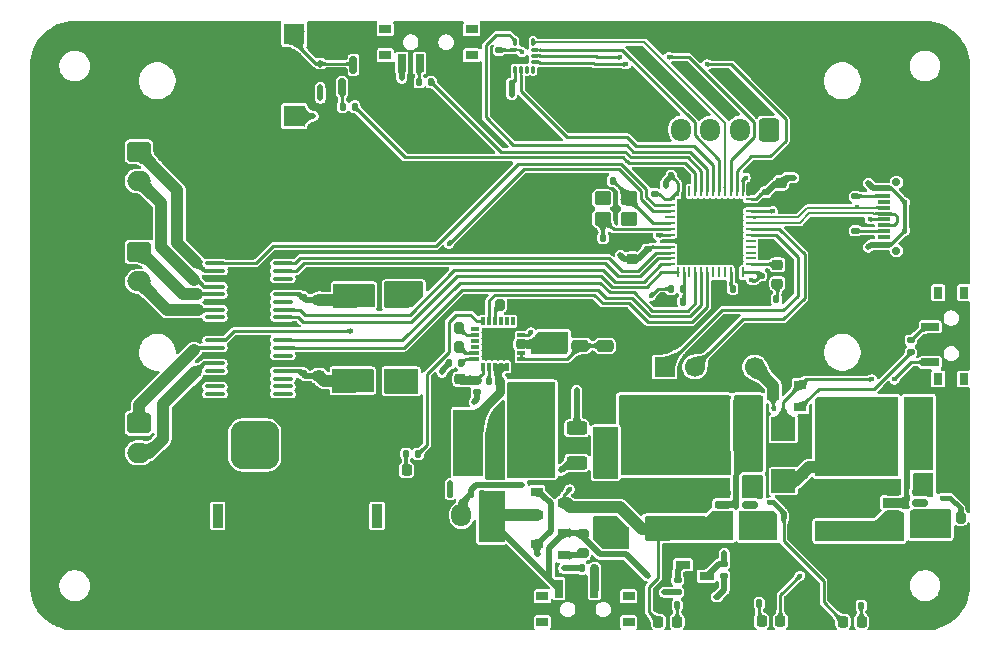
<source format=gbr>
%TF.GenerationSoftware,KiCad,Pcbnew,9.0.2*%
%TF.CreationDate,2025-12-01T07:49:57-05:00*%
%TF.ProjectId,VolleyBot,566f6c6c-6579-4426-9f74-2e6b69636164,rev?*%
%TF.SameCoordinates,Original*%
%TF.FileFunction,Copper,L1,Top*%
%TF.FilePolarity,Positive*%
%FSLAX46Y46*%
G04 Gerber Fmt 4.6, Leading zero omitted, Abs format (unit mm)*
G04 Created by KiCad (PCBNEW 9.0.2) date 2025-12-01 07:49:57*
%MOMM*%
%LPD*%
G01*
G04 APERTURE LIST*
G04 Aperture macros list*
%AMRoundRect*
0 Rectangle with rounded corners*
0 $1 Rounding radius*
0 $2 $3 $4 $5 $6 $7 $8 $9 X,Y pos of 4 corners*
0 Add a 4 corners polygon primitive as box body*
4,1,4,$2,$3,$4,$5,$6,$7,$8,$9,$2,$3,0*
0 Add four circle primitives for the rounded corners*
1,1,$1+$1,$2,$3*
1,1,$1+$1,$4,$5*
1,1,$1+$1,$6,$7*
1,1,$1+$1,$8,$9*
0 Add four rect primitives between the rounded corners*
20,1,$1+$1,$2,$3,$4,$5,0*
20,1,$1+$1,$4,$5,$6,$7,0*
20,1,$1+$1,$6,$7,$8,$9,0*
20,1,$1+$1,$8,$9,$2,$3,0*%
G04 Aperture macros list end*
%TA.AperFunction,SMDPad,CuDef*%
%ADD10R,2.000000X2.000000*%
%TD*%
%TA.AperFunction,SMDPad,CuDef*%
%ADD11RoundRect,0.135000X0.135000X0.185000X-0.135000X0.185000X-0.135000X-0.185000X0.135000X-0.185000X0*%
%TD*%
%TA.AperFunction,SMDPad,CuDef*%
%ADD12RoundRect,0.135000X-0.185000X0.135000X-0.185000X-0.135000X0.185000X-0.135000X0.185000X0.135000X0*%
%TD*%
%TA.AperFunction,HeatsinkPad*%
%ADD13R,5.600000X5.600000*%
%TD*%
%TA.AperFunction,SMDPad,CuDef*%
%ADD14RoundRect,0.062500X-0.062500X-0.375000X0.062500X-0.375000X0.062500X0.375000X-0.062500X0.375000X0*%
%TD*%
%TA.AperFunction,SMDPad,CuDef*%
%ADD15RoundRect,0.062500X-0.375000X-0.062500X0.375000X-0.062500X0.375000X0.062500X-0.375000X0.062500X0*%
%TD*%
%TA.AperFunction,SMDPad,CuDef*%
%ADD16RoundRect,0.087500X-0.225000X0.087500X-0.225000X-0.087500X0.225000X-0.087500X0.225000X0.087500X0*%
%TD*%
%TA.AperFunction,SMDPad,CuDef*%
%ADD17RoundRect,0.087500X-0.087500X0.225000X-0.087500X-0.225000X0.087500X-0.225000X0.087500X0.225000X0*%
%TD*%
%TA.AperFunction,SMDPad,CuDef*%
%ADD18RoundRect,0.135000X-0.135000X-0.185000X0.135000X-0.185000X0.135000X0.185000X-0.135000X0.185000X0*%
%TD*%
%TA.AperFunction,SMDPad,CuDef*%
%ADD19RoundRect,0.225000X-0.250000X0.225000X-0.250000X-0.225000X0.250000X-0.225000X0.250000X0.225000X0*%
%TD*%
%TA.AperFunction,SMDPad,CuDef*%
%ADD20RoundRect,0.140000X-0.170000X0.140000X-0.170000X-0.140000X0.170000X-0.140000X0.170000X0.140000X0*%
%TD*%
%TA.AperFunction,SMDPad,CuDef*%
%ADD21RoundRect,0.140000X0.170000X-0.140000X0.170000X0.140000X-0.170000X0.140000X-0.170000X-0.140000X0*%
%TD*%
%TA.AperFunction,SMDPad,CuDef*%
%ADD22RoundRect,0.250000X0.450000X0.350000X-0.450000X0.350000X-0.450000X-0.350000X0.450000X-0.350000X0*%
%TD*%
%TA.AperFunction,SMDPad,CuDef*%
%ADD23RoundRect,0.140000X-0.140000X-0.170000X0.140000X-0.170000X0.140000X0.170000X-0.140000X0.170000X0*%
%TD*%
%TA.AperFunction,SMDPad,CuDef*%
%ADD24RoundRect,0.218750X0.256250X-0.218750X0.256250X0.218750X-0.256250X0.218750X-0.256250X-0.218750X0*%
%TD*%
%TA.AperFunction,SMDPad,CuDef*%
%ADD25RoundRect,0.225000X0.250000X-0.225000X0.250000X0.225000X-0.250000X0.225000X-0.250000X-0.225000X0*%
%TD*%
%TA.AperFunction,SMDPad,CuDef*%
%ADD26R,1.800000X1.800000*%
%TD*%
%TA.AperFunction,SMDPad,CuDef*%
%ADD27RoundRect,0.112500X0.112500X-0.187500X0.112500X0.187500X-0.112500X0.187500X-0.112500X-0.187500X0*%
%TD*%
%TA.AperFunction,SMDPad,CuDef*%
%ADD28RoundRect,0.150000X0.150000X-0.587500X0.150000X0.587500X-0.150000X0.587500X-0.150000X-0.587500X0*%
%TD*%
%TA.AperFunction,SMDPad,CuDef*%
%ADD29R,1.000000X0.800000*%
%TD*%
%TA.AperFunction,ComponentPad*%
%ADD30O,1.700000X1.950000*%
%TD*%
%TA.AperFunction,ComponentPad*%
%ADD31RoundRect,0.250000X0.600000X0.725000X-0.600000X0.725000X-0.600000X-0.725000X0.600000X-0.725000X0*%
%TD*%
%TA.AperFunction,SMDPad,CuDef*%
%ADD32R,1.800000X4.200000*%
%TD*%
%TA.AperFunction,SMDPad,CuDef*%
%ADD33RoundRect,0.150000X-0.512500X-0.150000X0.512500X-0.150000X0.512500X0.150000X-0.512500X0.150000X0*%
%TD*%
%TA.AperFunction,SMDPad,CuDef*%
%ADD34RoundRect,0.250000X-0.475000X0.250000X-0.475000X-0.250000X0.475000X-0.250000X0.475000X0.250000X0*%
%TD*%
%TA.AperFunction,SMDPad,CuDef*%
%ADD35RoundRect,0.135000X0.185000X-0.135000X0.185000X0.135000X-0.185000X0.135000X-0.185000X-0.135000X0*%
%TD*%
%TA.AperFunction,SMDPad,CuDef*%
%ADD36RoundRect,0.200000X0.200000X0.275000X-0.200000X0.275000X-0.200000X-0.275000X0.200000X-0.275000X0*%
%TD*%
%TA.AperFunction,SMDPad,CuDef*%
%ADD37RoundRect,0.200000X0.275000X-0.200000X0.275000X0.200000X-0.275000X0.200000X-0.275000X-0.200000X0*%
%TD*%
%TA.AperFunction,SMDPad,CuDef*%
%ADD38RoundRect,0.250000X-0.625000X0.312500X-0.625000X-0.312500X0.625000X-0.312500X0.625000X0.312500X0*%
%TD*%
%TA.AperFunction,ComponentPad*%
%ADD39O,1.800000X1.200000*%
%TD*%
%TA.AperFunction,ComponentPad*%
%ADD40O,2.000000X1.100000*%
%TD*%
%TA.AperFunction,SMDPad,CuDef*%
%ADD41R,1.100000X0.550000*%
%TD*%
%TA.AperFunction,SMDPad,CuDef*%
%ADD42R,1.100000X0.300000*%
%TD*%
%TA.AperFunction,ComponentPad*%
%ADD43C,0.700000*%
%TD*%
%TA.AperFunction,SMDPad,CuDef*%
%ADD44RoundRect,0.218750X0.218750X0.256250X-0.218750X0.256250X-0.218750X-0.256250X0.218750X-0.256250X0*%
%TD*%
%TA.AperFunction,SMDPad,CuDef*%
%ADD45RoundRect,0.140000X0.140000X0.170000X-0.140000X0.170000X-0.140000X-0.170000X0.140000X-0.170000X0*%
%TD*%
%TA.AperFunction,SMDPad,CuDef*%
%ADD46RoundRect,0.218750X-0.218750X-0.256250X0.218750X-0.256250X0.218750X0.256250X-0.218750X0.256250X0*%
%TD*%
%TA.AperFunction,SMDPad,CuDef*%
%ADD47R,0.700000X1.500000*%
%TD*%
%TA.AperFunction,ComponentPad*%
%ADD48C,0.610000*%
%TD*%
%TA.AperFunction,SMDPad,CuDef*%
%ADD49R,2.100000X2.030000*%
%TD*%
%TA.AperFunction,SMDPad,CuDef*%
%ADD50O,1.750000X0.340000*%
%TD*%
%TA.AperFunction,ComponentPad*%
%ADD51C,1.700000*%
%TD*%
%TA.AperFunction,ComponentPad*%
%ADD52R,1.700000X1.700000*%
%TD*%
%TA.AperFunction,ComponentPad*%
%ADD53RoundRect,0.250000X-0.750000X0.600000X-0.750000X-0.600000X0.750000X-0.600000X0.750000X0.600000X0*%
%TD*%
%TA.AperFunction,ComponentPad*%
%ADD54O,2.000000X1.700000*%
%TD*%
%TA.AperFunction,SMDPad,CuDef*%
%ADD55R,2.600000X2.600000*%
%TD*%
%TA.AperFunction,SMDPad,CuDef*%
%ADD56R,0.700000X0.300000*%
%TD*%
%TA.AperFunction,SMDPad,CuDef*%
%ADD57R,0.300000X0.700000*%
%TD*%
%TA.AperFunction,SMDPad,CuDef*%
%ADD58RoundRect,0.200000X-0.200000X-0.275000X0.200000X-0.275000X0.200000X0.275000X-0.200000X0.275000X0*%
%TD*%
%TA.AperFunction,SMDPad,CuDef*%
%ADD59R,1.250000X0.700000*%
%TD*%
%TA.AperFunction,SMDPad,CuDef*%
%ADD60R,2.500000X5.700000*%
%TD*%
%TA.AperFunction,ComponentPad*%
%ADD61RoundRect,0.250000X-0.600000X-0.725000X0.600000X-0.725000X0.600000X0.725000X-0.600000X0.725000X0*%
%TD*%
%TA.AperFunction,SMDPad,CuDef*%
%ADD62RoundRect,0.112500X-0.187500X-0.112500X0.187500X-0.112500X0.187500X0.112500X-0.187500X0.112500X0*%
%TD*%
%TA.AperFunction,SMDPad,CuDef*%
%ADD63RoundRect,0.250000X0.475000X-0.250000X0.475000X0.250000X-0.475000X0.250000X-0.475000X-0.250000X0*%
%TD*%
%TA.AperFunction,SMDPad,CuDef*%
%ADD64R,0.800000X1.000000*%
%TD*%
%TA.AperFunction,SMDPad,CuDef*%
%ADD65R,1.500000X0.700000*%
%TD*%
%TA.AperFunction,ComponentPad*%
%ADD66R,0.900000X2.000000*%
%TD*%
%TA.AperFunction,ComponentPad*%
%ADD67RoundRect,1.025000X1.025000X1.025000X-1.025000X1.025000X-1.025000X-1.025000X1.025000X-1.025000X0*%
%TD*%
%TA.AperFunction,ComponentPad*%
%ADD68C,4.100000*%
%TD*%
%TA.AperFunction,ViaPad*%
%ADD69C,0.450000*%
%TD*%
%TA.AperFunction,Conductor*%
%ADD70C,0.508000*%
%TD*%
%TA.AperFunction,Conductor*%
%ADD71C,0.254000*%
%TD*%
%TA.AperFunction,Conductor*%
%ADD72C,0.203200*%
%TD*%
%TA.AperFunction,Conductor*%
%ADD73C,0.762000*%
%TD*%
%TA.AperFunction,Conductor*%
%ADD74C,0.304800*%
%TD*%
%TA.AperFunction,Conductor*%
%ADD75C,1.016000*%
%TD*%
%TA.AperFunction,Conductor*%
%ADD76C,0.200000*%
%TD*%
%TA.AperFunction,Conductor*%
%ADD77C,0.406400*%
%TD*%
%TA.AperFunction,Conductor*%
%ADD78C,0.330200*%
%TD*%
G04 APERTURE END LIST*
D10*
%TO.P,D12,2,A*%
%TO.N,VBUS*%
X122500000Y-107450000D03*
%TO.P,D12,1,K*%
%TO.N,/BATT+_IN*%
X126900000Y-107450000D03*
%TD*%
D11*
%TO.P,R21,2*%
%TO.N,Net-(Q2-G)*%
X120490000Y-110800000D03*
%TO.P,R21,1*%
%TO.N,Net-(SW3-B)*%
X121510000Y-110800000D03*
%TD*%
D12*
%TO.P,R4,2*%
%TO.N,Net-(Q1-G)*%
X148300000Y-92510000D03*
%TO.P,R4,1*%
%TO.N,Net-(SW2-B)*%
X148300000Y-91490000D03*
%TD*%
D13*
%TO.P,U1,49,VSS*%
%TO.N,-BATT*%
X131300000Y-82300000D03*
D14*
%TO.P,U1,48,VDD*%
%TO.N,+3.3V*%
X128550000Y-78862500D03*
%TO.P,U1,47,VSS*%
%TO.N,-BATT*%
X129050000Y-78862500D03*
%TO.P,U1,46,PB9*%
%TO.N,unconnected-(U1-PB9-Pad46)*%
X129550000Y-78862500D03*
%TO.P,U1,45,PB8*%
%TO.N,/BUZZER_CTRL*%
X130050000Y-78862500D03*
%TO.P,U1,44,BOOT0*%
%TO.N,/BOOT0*%
X130550000Y-78862500D03*
%TO.P,U1,43,PB7*%
%TO.N,/GPIO_EXT7*%
X131050000Y-78862500D03*
%TO.P,U1,42,PB6*%
%TO.N,/GPIO_EXT6*%
X131550000Y-78862500D03*
%TO.P,U1,41,PB5*%
%TO.N,/SPI1_MOSI*%
X132050000Y-78862500D03*
%TO.P,U1,40,PB4*%
%TO.N,/SPI1_MISO*%
X132550000Y-78862500D03*
%TO.P,U1,39,PB3*%
%TO.N,/SPI1_CLK*%
X133050000Y-78862500D03*
%TO.P,U1,38,PA15*%
%TO.N,/SPI1_NSS*%
X133550000Y-78862500D03*
%TO.P,U1,37,PA14*%
%TO.N,/SWCLK*%
X134050000Y-78862500D03*
D15*
%TO.P,U1,36,VDD*%
%TO.N,+3.3V*%
X134737500Y-79550000D03*
%TO.P,U1,35,VSS*%
%TO.N,-BATT*%
X134737500Y-80050000D03*
%TO.P,U1,34,PA13*%
%TO.N,/SWDIO*%
X134737500Y-80550000D03*
%TO.P,U1,33,PA12*%
%TO.N,/USB_D+*%
X134737500Y-81050000D03*
%TO.P,U1,32,PA11*%
%TO.N,/USB_D-*%
X134737500Y-81550000D03*
%TO.P,U1,31,PA10*%
%TO.N,/USART1_RX*%
X134737500Y-82050000D03*
%TO.P,U1,30,PA9*%
%TO.N,/USART1_TX*%
X134737500Y-82550000D03*
%TO.P,U1,29,PA8*%
%TO.N,unconnected-(U1-PA8-Pad29)*%
X134737500Y-83050000D03*
%TO.P,U1,28,PB15*%
%TO.N,unconnected-(U1-PB15-Pad28)*%
X134737500Y-83550000D03*
%TO.P,U1,27,PB14*%
%TO.N,unconnected-(U1-PB14-Pad27)*%
X134737500Y-84050000D03*
%TO.P,U1,26,PB13*%
%TO.N,unconnected-(U1-PB13-Pad26)*%
X134737500Y-84550000D03*
%TO.P,U1,25,PB12*%
%TO.N,Net-(D3-A)*%
X134737500Y-85050000D03*
D14*
%TO.P,U1,24,VDD*%
%TO.N,+3.3V*%
X134050000Y-85737500D03*
%TO.P,U1,23,VSS*%
%TO.N,-BATT*%
X133550000Y-85737500D03*
%TO.P,U1,22,VCAP1*%
%TO.N,Net-(U1-VCAP1)*%
X133050000Y-85737500D03*
%TO.P,U1,21,PB10*%
%TO.N,unconnected-(U1-PB10-Pad21)*%
X132550000Y-85737500D03*
%TO.P,U1,20,PB2*%
%TO.N,unconnected-(U1-PB2-Pad20)*%
X132050000Y-85737500D03*
%TO.P,U1,19,PB1*%
%TO.N,unconnected-(U1-PB1-Pad19)*%
X131550000Y-85737500D03*
%TO.P,U1,18,PB0*%
%TO.N,/BAT_STAT*%
X131050000Y-85737500D03*
%TO.P,U1,17,PA7*%
%TO.N,/TIM3_CH2*%
X130550000Y-85737500D03*
%TO.P,U1,16,PA6*%
%TO.N,/TIM3_CH1*%
X130050000Y-85737500D03*
%TO.P,U1,15,PA5*%
%TO.N,unconnected-(U1-PA5-Pad15)*%
X129550000Y-85737500D03*
%TO.P,U1,14,PA4*%
%TO.N,/ADC1_IN4*%
X129050000Y-85737500D03*
%TO.P,U1,13,PA3*%
%TO.N,/TIM2_CH4*%
X128550000Y-85737500D03*
D15*
%TO.P,U1,12,PA2*%
%TO.N,/TIM2_CH3*%
X127862500Y-85050000D03*
%TO.P,U1,11,PA1*%
%TO.N,/TIM2_CH2*%
X127862500Y-84550000D03*
%TO.P,U1,10,PA0*%
%TO.N,/TIM2_CH1*%
X127862500Y-84050000D03*
%TO.P,U1,9,VDDA*%
%TO.N,+3.3VA*%
X127862500Y-83550000D03*
%TO.P,U1,8,VSSA*%
%TO.N,-BATT*%
X127862500Y-83050000D03*
%TO.P,U1,7,NRST*%
%TO.N,/NRST*%
X127862500Y-82550000D03*
%TO.P,U1,6,PH1*%
%TO.N,/HSE_OUT*%
X127862500Y-82050000D03*
%TO.P,U1,5,PH0*%
%TO.N,/HSE_IN*%
X127862500Y-81550000D03*
%TO.P,U1,4,PC15*%
%TO.N,unconnected-(U1-PC15-Pad4)*%
X127862500Y-81050000D03*
%TO.P,U1,3,PC14*%
%TO.N,/NSLEEP2*%
X127862500Y-80550000D03*
%TO.P,U1,2,PC13*%
%TO.N,/NSLEEP1*%
X127862500Y-80050000D03*
%TO.P,U1,1,VBAT*%
%TO.N,+3.3V*%
X127862500Y-79550000D03*
%TD*%
D16*
%TO.P,U6,14,SDA*%
%TO.N,/SPI1_MOSI*%
X116462500Y-66900000D03*
%TO.P,U6,13,SCL*%
%TO.N,/SPI1_CLK*%
X116462500Y-67400000D03*
%TO.P,U6,12,CS*%
%TO.N,/SPI1_NSS*%
X116462500Y-67900000D03*
D17*
%TO.P,U6,11,NC*%
%TO.N,unconnected-(U6-NC-Pad11)*%
X116300000Y-68562500D03*
%TO.P,U6,10,NC*%
%TO.N,unconnected-(U6-NC-Pad10)*%
X115800000Y-68562500D03*
%TO.P,U6,9,INT2*%
%TO.N,/GPIO_EXT6*%
X115300000Y-68562500D03*
%TO.P,U6,8,VDD*%
%TO.N,+3.3V*%
X114800000Y-68562500D03*
D16*
%TO.P,U6,7,GND*%
%TO.N,-BATT*%
X114637500Y-67900000D03*
%TO.P,U6,6,GND*%
X114637500Y-67400000D03*
%TO.P,U6,5,VDDIO*%
%TO.N,+3.3VA*%
X114637500Y-66900000D03*
D17*
%TO.P,U6,4,INT1*%
%TO.N,/GPIO_EXT7*%
X114800000Y-66237500D03*
%TO.P,U6,3,SCX*%
%TO.N,-BATT*%
X115300000Y-66237500D03*
%TO.P,U6,2,SDX*%
X115800000Y-66237500D03*
%TO.P,U6,1,SDO/SA0*%
%TO.N,/SPI1_MISO*%
X116300000Y-66237500D03*
%TD*%
D18*
%TO.P,R12,1*%
%TO.N,-BATT*%
X135880000Y-88000000D03*
%TO.P,R12,2*%
%TO.N,Net-(D3-K)*%
X136900000Y-88000000D03*
%TD*%
D19*
%TO.P,C1,1*%
%TO.N,+3.3V*%
X137300000Y-78150000D03*
%TO.P,C1,2*%
%TO.N,-BATT*%
X137300000Y-79700000D03*
%TD*%
D20*
%TO.P,C2,1*%
%TO.N,+3.3V*%
X135600000Y-86000000D03*
%TO.P,C2,2*%
%TO.N,-BATT*%
X135600000Y-86960000D03*
%TD*%
D21*
%TO.P,C5,1*%
%TO.N,+3.3VA*%
X126000000Y-83790000D03*
%TO.P,C5,2*%
%TO.N,-BATT*%
X126000000Y-82830000D03*
%TD*%
%TO.P,C22,1*%
%TO.N,+3.3V*%
X126600000Y-79080000D03*
%TO.P,C22,2*%
%TO.N,-BATT*%
X126600000Y-78120000D03*
%TD*%
D22*
%TO.P,Y1,1,1*%
%TO.N,/HSE_IN*%
X124400000Y-79472000D03*
%TO.P,Y1,2,2*%
%TO.N,unconnected-(Y1-Pad2)*%
X122200000Y-79472000D03*
%TO.P,Y1,3,3*%
%TO.N,/HSE_OUT*%
X122200000Y-81172000D03*
%TO.P,Y1,4,4*%
%TO.N,unconnected-(Y1-Pad4)*%
X124400000Y-81172000D03*
%TD*%
D20*
%TO.P,C4,1*%
%TO.N,+3.3V*%
X136000000Y-78940000D03*
%TO.P,C4,2*%
%TO.N,-BATT*%
X136000000Y-79900000D03*
%TD*%
D11*
%TO.P,R6,1*%
%TO.N,/ADC1_IN4*%
X129000000Y-88200000D03*
%TO.P,R6,2*%
%TO.N,-BATT*%
X127980000Y-88200000D03*
%TD*%
D23*
%TO.P,C11,1*%
%TO.N,Net-(U1-VCAP1)*%
X133220000Y-87100000D03*
%TO.P,C11,2*%
%TO.N,-BATT*%
X134180000Y-87100000D03*
%TD*%
D18*
%TO.P,R5,1*%
%TO.N,/BATT+_IN*%
X127980000Y-87100000D03*
%TO.P,R5,2*%
%TO.N,/ADC1_IN4*%
X129000000Y-87100000D03*
%TD*%
D23*
%TO.P,C3,1*%
%TO.N,+3.3V*%
X128020000Y-77600000D03*
%TO.P,C3,2*%
%TO.N,-BATT*%
X128980000Y-77600000D03*
%TD*%
D24*
%TO.P,D3,1,K*%
%TO.N,Net-(D3-K)*%
X137000000Y-86675000D03*
%TO.P,D3,2,A*%
%TO.N,Net-(D3-A)*%
X137000000Y-85100000D03*
%TD*%
D25*
%TO.P,C6,1*%
%TO.N,+3.3VA*%
X124700000Y-84610000D03*
%TO.P,C6,2*%
%TO.N,-BATT*%
X124700000Y-83060000D03*
%TD*%
D18*
%TO.P,R22,2*%
%TO.N,/BUZZER_CTRL*%
X101200000Y-71700000D03*
%TO.P,R22,1*%
%TO.N,Net-(Q4-B)*%
X100180000Y-71700000D03*
%TD*%
D26*
%TO.P,BUZZER1,2,2*%
%TO.N,Net-(D7-A)*%
X96100000Y-65520000D03*
%TO.P,BUZZER1,4,4*%
%TO.N,-BATT*%
X89120000Y-72500000D03*
%TO.P,BUZZER1,3,3*%
X89120000Y-65520000D03*
%TO.P,BUZZER1,1,1*%
%TO.N,+3.3V*%
X96100000Y-72500000D03*
%TD*%
D27*
%TO.P,D7,2,A*%
%TO.N,Net-(D7-A)*%
X98300000Y-68050000D03*
%TO.P,D7,1,K*%
%TO.N,+3.3V*%
X98300000Y-70150000D03*
%TD*%
D28*
%TO.P,Q4,3,C*%
%TO.N,Net-(D7-A)*%
X101100000Y-68162500D03*
%TO.P,Q4,2,E*%
%TO.N,-BATT*%
X102050000Y-70037500D03*
%TO.P,Q4,1,B*%
%TO.N,Net-(Q4-B)*%
X100150000Y-70037500D03*
%TD*%
D29*
%TO.P,Q2,3,D*%
%TO.N,/BATT+_IN*%
X118950000Y-105300000D03*
%TO.P,Q2,2,S*%
%TO.N,+BATT*%
X116650000Y-106250000D03*
%TO.P,Q2,1,G*%
%TO.N,Net-(Q2-G)*%
X116650000Y-104350000D03*
%TD*%
D30*
%TO.P,J2,5,Pin_5*%
%TO.N,-BATT*%
X126300000Y-73645000D03*
%TO.P,J2,4,Pin_4*%
%TO.N,/NRST*%
X128800000Y-73645000D03*
%TO.P,J2,3,Pin_3*%
%TO.N,/SWDIO*%
X131300000Y-73645000D03*
%TO.P,J2,2,Pin_2*%
%TO.N,/SWCLK*%
X133800000Y-73645000D03*
D31*
%TO.P,J2,1,Pin_1*%
%TO.N,+3.3V*%
X136300000Y-73645000D03*
%TD*%
D32*
%TO.P,L2,2,2*%
%TO.N,/5.55V*%
X144300000Y-98750000D03*
%TO.P,L2,1,1*%
%TO.N,/SW2*%
X148600000Y-98750000D03*
%TD*%
D33*
%TO.P,U5,6,BST*%
%TO.N,/BST2*%
X149087500Y-104300000D03*
%TO.P,U5,5,EN*%
%TO.N,unconnected-(U5-EN-Pad5)*%
X149087500Y-105250000D03*
%TO.P,U5,4,FB*%
%TO.N,/FB2*%
X149087500Y-106200000D03*
%TO.P,U5,3,IN*%
%TO.N,/BATT+_IN*%
X146812500Y-106200000D03*
%TO.P,U5,2,SW*%
%TO.N,/SW2*%
X146812500Y-105250000D03*
%TO.P,U5,1,GND*%
%TO.N,-BATT*%
X146812500Y-104300000D03*
%TD*%
D34*
%TO.P,C26,2*%
%TO.N,-BATT*%
X141950000Y-104150000D03*
%TO.P,C26,1*%
%TO.N,/5.55V*%
X141950000Y-102250000D03*
%TD*%
D25*
%TO.P,C23,2*%
%TO.N,-BATT*%
X144450000Y-105700000D03*
%TO.P,C23,1*%
%TO.N,/BATT+_IN*%
X144450000Y-107250000D03*
%TD*%
D34*
%TO.P,C25,2*%
%TO.N,-BATT*%
X144200000Y-104150000D03*
%TO.P,C25,1*%
%TO.N,/5.55V*%
X144200000Y-102250000D03*
%TD*%
D21*
%TO.P,C24,2*%
%TO.N,/SW2*%
X149700000Y-102000000D03*
%TO.P,C24,1*%
%TO.N,/BST2*%
X149700000Y-102960000D03*
%TD*%
D35*
%TO.P,R10,2*%
%TO.N,/FB2*%
X149450000Y-107750000D03*
%TO.P,R10,1*%
%TO.N,-BATT*%
X149450000Y-108770000D03*
%TD*%
D36*
%TO.P,R11,2*%
%TO.N,/FB2*%
X150850000Y-106500000D03*
%TO.P,R11,1*%
%TO.N,/5.55V*%
X152500000Y-106500000D03*
%TD*%
D37*
%TO.P,R25,1*%
%TO.N,Net-(Q5-G)*%
X120500000Y-109525000D03*
%TO.P,R25,2*%
%TO.N,+BATT*%
X120500000Y-107875000D03*
%TD*%
D38*
%TO.P,R19,1*%
%TO.N,Net-(U7-VBATM)*%
X120000000Y-98937500D03*
%TO.P,R19,2*%
%TO.N,Net-(J4-Pin_2)*%
X120000000Y-101862500D03*
%TD*%
D10*
%TO.P,D1,2,A*%
%TO.N,/5.55V*%
X137500000Y-103400000D03*
%TO.P,D1,1,K*%
%TO.N,+5V*%
X137500000Y-99000000D03*
%TD*%
D21*
%TO.P,C13,1*%
%TO.N,/BST1*%
X135250000Y-103130000D03*
%TO.P,C13,2*%
%TO.N,/SW1*%
X135250000Y-102170000D03*
%TD*%
D11*
%TO.P,R9,1*%
%TO.N,+3.3V*%
X137520000Y-106400000D03*
%TO.P,R9,2*%
%TO.N,/FB1*%
X136500000Y-106400000D03*
%TD*%
D32*
%TO.P,L1,1,1*%
%TO.N,/SW1*%
X134150000Y-98650000D03*
%TO.P,L1,2,2*%
%TO.N,+3.3V*%
X129850000Y-98650000D03*
%TD*%
D33*
%TO.P,U4,1,GND*%
%TO.N,-BATT*%
X132362500Y-104450000D03*
%TO.P,U4,2,SW*%
%TO.N,/SW1*%
X132362500Y-105400000D03*
%TO.P,U4,3,IN*%
%TO.N,/BATT+_IN*%
X132362500Y-106350000D03*
%TO.P,U4,4,FB*%
%TO.N,/FB1*%
X134637500Y-106350000D03*
%TO.P,U4,5,EN*%
%TO.N,unconnected-(U4-EN-Pad5)*%
X134637500Y-105400000D03*
%TO.P,U4,6,BST*%
%TO.N,/BST1*%
X134637500Y-104450000D03*
%TD*%
D34*
%TO.P,C14,1*%
%TO.N,+3.3V*%
X129750000Y-102150000D03*
%TO.P,C14,2*%
%TO.N,-BATT*%
X129750000Y-104050000D03*
%TD*%
%TO.P,C15,1*%
%TO.N,+3.3V*%
X127500000Y-102150000D03*
%TO.P,C15,2*%
%TO.N,-BATT*%
X127500000Y-104050000D03*
%TD*%
D25*
%TO.P,C12,1*%
%TO.N,/BATT+_IN*%
X130000000Y-107200000D03*
%TO.P,C12,2*%
%TO.N,-BATT*%
X130000000Y-105650000D03*
%TD*%
D35*
%TO.P,R8,1*%
%TO.N,-BATT*%
X135000000Y-108920000D03*
%TO.P,R8,2*%
%TO.N,/FB1*%
X135000000Y-107900000D03*
%TD*%
D12*
%TO.P,R3,2*%
%TO.N,-BATT*%
X143600000Y-83220000D03*
%TO.P,R3,1*%
%TO.N,Net-(USB2-CC1)*%
X143600000Y-82200000D03*
%TD*%
D21*
%TO.P,C17,2*%
%TO.N,-BATT*%
X96800000Y-86840000D03*
%TO.P,C17,1*%
%TO.N,/BATT+_IN*%
X96800000Y-87800000D03*
%TD*%
D39*
%TO.P,USB2,14,SHELL*%
%TO.N,-BATT*%
X150760000Y-76680000D03*
D40*
X146550000Y-76680000D03*
D39*
%TO.P,USB2,13,SHELL*%
X150760000Y-85320000D03*
D40*
X146550000Y-85320000D03*
D41*
%TO.P,USB2,12,GND*%
X146000000Y-77800000D03*
%TO.P,USB2,11,VBUS*%
%TO.N,VBUS*%
X146000000Y-78600000D03*
D42*
%TO.P,USB2,10,CC2*%
%TO.N,Net-(USB2-CC2)*%
X146000000Y-79250000D03*
%TO.P,USB2,9,SBU1*%
%TO.N,unconnected-(USB2-SBU1-Pad9)*%
X146000000Y-79750000D03*
%TO.P,USB2,8,DP2*%
%TO.N,/USB_D+*%
X146000000Y-80250000D03*
%TO.P,USB2,7,DN1*%
%TO.N,/USB_D-*%
X146000000Y-80750000D03*
%TO.P,USB2,6,DP1*%
%TO.N,/USB_D+*%
X146000000Y-81250000D03*
%TO.P,USB2,5,DN2*%
%TO.N,/USB_D-*%
X146000000Y-81750000D03*
%TO.P,USB2,4,CC1*%
%TO.N,Net-(USB2-CC1)*%
X146000000Y-82250000D03*
%TO.P,USB2,3,SBU2*%
%TO.N,unconnected-(USB2-SBU2-Pad3)*%
X146000000Y-82750000D03*
D41*
%TO.P,USB2,2,VBUS*%
%TO.N,VBUS*%
X146000000Y-83400000D03*
%TO.P,USB2,1,GND*%
%TO.N,-BATT*%
X146000000Y-84200000D03*
D43*
%TO.P,USB2,*%
%TO.N,*%
X147080000Y-78110000D03*
X147080000Y-83890000D03*
%TD*%
D44*
%TO.P,D2,2,A*%
%TO.N,+3.3V*%
X142550000Y-115300000D03*
%TO.P,D2,1,K*%
%TO.N,/POWER_LED_K*%
X144125000Y-115300000D03*
%TD*%
D45*
%TO.P,C20,2*%
%TO.N,-BATT*%
X113550000Y-69750000D03*
%TO.P,C20,1*%
%TO.N,+3.3V*%
X114510000Y-69750000D03*
%TD*%
D29*
%TO.P,Q1,3,D*%
%TO.N,/PI_POWER*%
X136650000Y-96200000D03*
%TO.P,Q1,2,S*%
%TO.N,+5V*%
X138950000Y-95250000D03*
%TO.P,Q1,1,G*%
%TO.N,Net-(Q1-G)*%
X138950000Y-97150000D03*
%TD*%
D35*
%TO.P,R2,2*%
%TO.N,-BATT*%
X143600000Y-78280000D03*
%TO.P,R2,1*%
%TO.N,Net-(USB2-CC2)*%
X143600000Y-79300000D03*
%TD*%
D23*
%TO.P,C10,2*%
%TO.N,-BATT*%
X123200000Y-82800000D03*
%TO.P,C10,1*%
%TO.N,/HSE_OUT*%
X122240000Y-82800000D03*
%TD*%
D18*
%TO.P,R1,2*%
%TO.N,/BOOT0*%
X107697500Y-69632500D03*
%TO.P,R1,1*%
%TO.N,Net-(SW1-B)*%
X106677500Y-69632500D03*
%TD*%
D11*
%TO.P,R13,2*%
%TO.N,Net-(D4-K)*%
X135452500Y-113750000D03*
%TO.P,R13,1*%
%TO.N,-BATT*%
X136472500Y-113750000D03*
%TD*%
D12*
%TO.P,R7,2*%
%TO.N,VBUS*%
X111550000Y-95847500D03*
%TO.P,R7,1*%
%TO.N,Net-(U7-VIN)*%
X111550000Y-94827500D03*
%TD*%
D44*
%TO.P,FB1,1*%
%TO.N,+3.3V*%
X124337500Y-100550000D03*
%TO.P,FB1,2*%
%TO.N,+3.3VA*%
X122762500Y-100550000D03*
%TD*%
D45*
%TO.P,C9,2*%
%TO.N,-BATT*%
X122120000Y-77972000D03*
%TO.P,C9,1*%
%TO.N,/HSE_IN*%
X123080000Y-77972000D03*
%TD*%
D46*
%TO.P,D4,2,A*%
%TO.N,/PI_POWER*%
X137250000Y-115250000D03*
%TO.P,D4,1,K*%
%TO.N,Net-(D4-K)*%
X135675000Y-115250000D03*
%TD*%
D47*
%TO.P,SW3,3,C*%
%TO.N,-BATT*%
X123000000Y-112500000D03*
%TO.P,SW3,2,B*%
%TO.N,Net-(SW3-B)*%
X121500000Y-112500000D03*
%TO.P,SW3,1,A*%
%TO.N,+BATT*%
X118500000Y-112500000D03*
D29*
%TO.P,SW3,*%
%TO.N,*%
X124400000Y-115360000D03*
X124400000Y-113150000D03*
X117100000Y-115360000D03*
X117100000Y-113150000D03*
%TD*%
D44*
%TO.P,D5,2,A*%
%TO.N,/BATT+_IN*%
X126925000Y-115300000D03*
%TO.P,D5,1,K*%
%TO.N,Net-(D5-K)*%
X128500000Y-115300000D03*
%TD*%
D48*
%TO.P,U2,*%
%TO.N,*%
X92750000Y-86750000D03*
X92750000Y-87750000D03*
X91750000Y-86750000D03*
X91750000Y-87750000D03*
D49*
%TO.P,U2,17,EP*%
%TO.N,-BATT*%
X92250000Y-87250000D03*
D50*
%TO.P,U2,1,nSLEEP*%
%TO.N,/NSLEEP1*%
X89380000Y-84970000D03*
%TO.P,U2,2,AOUT1*%
%TO.N,Net-(J5-Pin_1)*%
X89380000Y-85620000D03*
%TO.P,U2,3,AISEN*%
%TO.N,-BATT*%
X89380000Y-86270000D03*
%TO.P,U2,4,AOUT2*%
%TO.N,Net-(J5-Pin_2)*%
X89380000Y-86930000D03*
%TO.P,U2,5,BOUT2*%
%TO.N,Net-(J6-Pin_1)*%
X89380000Y-87580000D03*
%TO.P,U2,6,BISEN*%
%TO.N,-BATT*%
X89380000Y-88230000D03*
%TO.P,U2,7,BOUT1*%
%TO.N,Net-(J6-Pin_2)*%
X89380000Y-88880000D03*
%TO.P,U2,8,nFAULT*%
%TO.N,unconnected-(U2-nFAULT-Pad8)*%
X89380000Y-89530000D03*
%TO.P,U2,16,AIN1*%
%TO.N,/TIM2_CH1*%
X95120000Y-84970000D03*
%TO.P,U2,15,AIN2*%
%TO.N,/TIM2_CH2*%
X95120000Y-85620000D03*
%TO.P,U2,14,NC*%
%TO.N,unconnected-(U2-NC-Pad14)*%
X95120000Y-86270000D03*
%TO.P,U2,13,GND*%
%TO.N,-BATT*%
X95120000Y-86930000D03*
%TO.P,U2,12,VM*%
%TO.N,/BATT+_IN*%
X95120000Y-87580000D03*
%TO.P,U2,11,NC*%
%TO.N,unconnected-(U2-NC-Pad11)*%
X95120000Y-88230000D03*
%TO.P,U2,10,BIN2*%
%TO.N,/TIM2_CH3*%
X95120000Y-88880000D03*
%TO.P,U2,9,BIN1*%
%TO.N,/TIM2_CH4*%
X95120000Y-89530000D03*
%TD*%
D48*
%TO.P,U3,*%
%TO.N,*%
X92750000Y-93250000D03*
X92750000Y-94250000D03*
X91750000Y-93250000D03*
X91750000Y-94250000D03*
D49*
%TO.P,U3,17,EP*%
%TO.N,-BATT*%
X92250000Y-93750000D03*
D50*
%TO.P,U3,1,nSLEEP*%
%TO.N,/NSLEEP2*%
X89380000Y-91470000D03*
%TO.P,U3,2,AOUT1*%
%TO.N,Net-(J7-Pin_1)*%
X89380000Y-92120000D03*
%TO.P,U3,3,AISEN*%
%TO.N,-BATT*%
X89380000Y-92770000D03*
%TO.P,U3,4,AOUT2*%
%TO.N,Net-(J7-Pin_2)*%
X89380000Y-93430000D03*
%TO.P,U3,5,BOUT2*%
%TO.N,unconnected-(U3-BOUT2-Pad5)*%
X89380000Y-94080000D03*
%TO.P,U3,6,BISEN*%
%TO.N,-BATT*%
X89380000Y-94730000D03*
%TO.P,U3,7,BOUT1*%
%TO.N,unconnected-(U3-BOUT1-Pad7)*%
X89380000Y-95380000D03*
%TO.P,U3,8,nFAULT*%
%TO.N,unconnected-(U3-nFAULT-Pad8)*%
X89380000Y-96030000D03*
%TO.P,U3,16,AIN1*%
%TO.N,/TIM3_CH1*%
X95120000Y-91470000D03*
%TO.P,U3,15,AIN2*%
%TO.N,/TIM3_CH2*%
X95120000Y-92120000D03*
%TO.P,U3,14,NC*%
%TO.N,unconnected-(U3-NC-Pad14)*%
X95120000Y-92770000D03*
%TO.P,U3,13,GND*%
%TO.N,-BATT*%
X95120000Y-93430000D03*
%TO.P,U3,12,VM*%
%TO.N,/BATT+_IN*%
X95120000Y-94080000D03*
%TO.P,U3,11,NC*%
%TO.N,unconnected-(U3-NC-Pad11)*%
X95120000Y-94730000D03*
%TO.P,U3,10,BIN2*%
%TO.N,unconnected-(U3-BIN2-Pad10)*%
X95120000Y-95380000D03*
%TO.P,U3,9,BIN1*%
%TO.N,unconnected-(U3-BIN1-Pad9)*%
X95120000Y-96030000D03*
%TD*%
D34*
%TO.P,C8,2*%
%TO.N,-BATT*%
X124550000Y-104050000D03*
%TO.P,C8,1*%
%TO.N,+3.3V*%
X124550000Y-102150000D03*
%TD*%
%TO.P,C7,1*%
%TO.N,+3.3VA*%
X122450000Y-102150000D03*
%TO.P,C7,2*%
%TO.N,-BATT*%
X122450000Y-104050000D03*
%TD*%
D25*
%TO.P,C16,2*%
%TO.N,-BATT*%
X98200000Y-86500000D03*
%TO.P,C16,1*%
%TO.N,/BATT+_IN*%
X98200000Y-88050000D03*
%TD*%
%TO.P,C19,2*%
%TO.N,-BATT*%
X98200000Y-92950000D03*
%TO.P,C19,1*%
%TO.N,/BATT+_IN*%
X98200000Y-94500000D03*
%TD*%
D20*
%TO.P,C21,2*%
%TO.N,-BATT*%
X113450000Y-67880000D03*
%TO.P,C21,1*%
%TO.N,+3.3VA*%
X113450000Y-66920000D03*
%TD*%
D21*
%TO.P,C18,2*%
%TO.N,-BATT*%
X96800000Y-93300000D03*
%TO.P,C18,1*%
%TO.N,/BATT+_IN*%
X96800000Y-94260000D03*
%TD*%
D51*
%TO.P,J1,4,Pin_4*%
%TO.N,/PI_POWER*%
X135080000Y-93750000D03*
%TO.P,J1,3,Pin_3*%
%TO.N,-BATT*%
X132540000Y-93750000D03*
%TO.P,J1,2,Pin_2*%
%TO.N,/USART1_RX*%
X130000000Y-93750000D03*
D52*
%TO.P,J1,1,Pin_1*%
%TO.N,/USART1_TX*%
X127460000Y-93750000D03*
%TD*%
D53*
%TO.P,J7,1,Pin_1*%
%TO.N,Net-(J7-Pin_1)*%
X82945000Y-98500000D03*
D54*
%TO.P,J7,2,Pin_2*%
%TO.N,Net-(J7-Pin_2)*%
X82945000Y-101000000D03*
%TD*%
D53*
%TO.P,J6,1,Pin_1*%
%TO.N,Net-(J6-Pin_1)*%
X82945000Y-84000000D03*
D54*
%TO.P,J6,2,Pin_2*%
%TO.N,Net-(J6-Pin_2)*%
X82945000Y-86500000D03*
%TD*%
D53*
%TO.P,J5,1,Pin_1*%
%TO.N,Net-(J5-Pin_1)*%
X82945000Y-75500000D03*
D54*
%TO.P,J5,2,Pin_2*%
%TO.N,Net-(J5-Pin_2)*%
X82945000Y-78000000D03*
%TD*%
D55*
%TO.P,U7,25,EP*%
%TO.N,-BATT*%
X113350000Y-91800000D03*
D56*
%TO.P,U7,24,VBAT_GND*%
X115300000Y-90550000D03*
%TO.P,U7,23,VBATM*%
%TO.N,Net-(U7-VBATM)*%
X115300000Y-91050000D03*
%TO.P,U7,22,VOUT*%
%TO.N,+BATT*%
X115300000Y-91550000D03*
%TO.P,U7,21,VOUT*%
X115300000Y-92050000D03*
%TO.P,U7,20,VSYS*%
%TO.N,Net-(C29-Pad1)*%
X115300000Y-92550000D03*
%TO.P,U7,19,VSYS*%
X115300000Y-93050000D03*
D57*
%TO.P,U7,18,PGND*%
%TO.N,-BATT*%
X114600000Y-93740000D03*
%TO.P,U7,17,LX*%
%TO.N,Net-(C31-Pad2)*%
X114100000Y-93740000D03*
%TO.P,U7,16,LX*%
X113600000Y-93740000D03*
%TO.P,U7,15,LX*%
X113100000Y-93740000D03*
%TO.P,U7,14,BST*%
%TO.N,Net-(U7-BST)*%
X112600000Y-93740000D03*
%TO.P,U7,13,VIN*%
%TO.N,Net-(U7-VIN)*%
X112100000Y-93740000D03*
D56*
%TO.P,U7,12,EN*%
%TO.N,Net-(U7-EN)*%
X111400000Y-93050000D03*
%TO.P,U7,11,ISET*%
%TO.N,Net-(U7-ISET)*%
X111400000Y-92550000D03*
%TO.P,U7,10,CON_SEL*%
%TO.N,unconnected-(U7-CON_SEL-Pad10)*%
X111400000Y-92050000D03*
%TO.P,U7,9,VIN_OVSET*%
%TO.N,unconnected-(U7-VIN_OVSET-Pad9)*%
X111400000Y-91550000D03*
%TO.P,U7,8,VIN_UVSET*%
%TO.N,Net-(U7-VIN_UVSET)*%
X111400000Y-91050000D03*
%TO.P,U7,7,TIME_SET*%
%TO.N,unconnected-(U7-TIME_SET-Pad7)*%
X111400000Y-90550000D03*
D57*
%TO.P,U7,6,LED*%
%TO.N,Net-(U7-LED)*%
X112100000Y-89860000D03*
%TO.P,U7,5,BAT_STAT*%
%TO.N,/BAT_STAT*%
X112600000Y-89860000D03*
%TO.P,U7,4,NTC*%
%TO.N,Net-(U7-NTC)*%
X113100000Y-89860000D03*
%TO.P,U7,3,VSET*%
%TO.N,unconnected-(U7-VSET-Pad3)*%
X113600000Y-89860000D03*
%TO.P,U7,2,DP*%
%TO.N,unconnected-(U7-DP-Pad2)*%
X114100000Y-89860000D03*
%TO.P,U7,1,DM*%
%TO.N,unconnected-(U7-DM-Pad1)*%
X114600000Y-89860000D03*
%TD*%
D11*
%TO.P,R28,1*%
%TO.N,Net-(U7-LED)*%
X106575000Y-101100000D03*
%TO.P,R28,2*%
%TO.N,Net-(D6-A)*%
X105555000Y-101100000D03*
%TD*%
%TO.P,R27,1*%
%TO.N,/POWER_LED_K*%
X144100000Y-113950000D03*
%TO.P,R27,2*%
%TO.N,-BATT*%
X143080000Y-113950000D03*
%TD*%
D18*
%TO.P,R26,1*%
%TO.N,VBUS*%
X109230000Y-93422500D03*
%TO.P,R26,2*%
%TO.N,Net-(U7-EN)*%
X110250000Y-93422500D03*
%TD*%
D12*
%TO.P,R24,1*%
%TO.N,Net-(Q3-D)*%
X128550000Y-111800000D03*
%TO.P,R24,2*%
%TO.N,+BATT*%
X128550000Y-112820000D03*
%TD*%
D35*
%TO.P,R23,1*%
%TO.N,Net-(D8-A)*%
X132500000Y-111410000D03*
%TO.P,R23,2*%
%TO.N,VBUS*%
X132500000Y-110390000D03*
%TD*%
D36*
%TO.P,R18,1*%
%TO.N,-BATT*%
X115125000Y-88460000D03*
%TO.P,R18,2*%
%TO.N,Net-(U7-NTC)*%
X113475000Y-88460000D03*
%TD*%
D58*
%TO.P,R17,1*%
%TO.N,-BATT*%
X108400000Y-90422500D03*
%TO.P,R17,2*%
%TO.N,Net-(U7-VIN_UVSET)*%
X110050000Y-90422500D03*
%TD*%
%TO.P,R16,1*%
%TO.N,-BATT*%
X108400000Y-92022500D03*
%TO.P,R16,2*%
%TO.N,Net-(U7-ISET)*%
X110050000Y-92022500D03*
%TD*%
D18*
%TO.P,R15,1*%
%TO.N,-BATT*%
X127500000Y-113900000D03*
%TO.P,R15,2*%
%TO.N,Net-(D5-K)*%
X128520000Y-113900000D03*
%TD*%
D12*
%TO.P,R14,1*%
%TO.N,-BATT*%
X117750000Y-94427500D03*
%TO.P,R14,2*%
%TO.N,VBUS*%
X117750000Y-95447500D03*
%TD*%
D29*
%TO.P,Q5,2,S*%
%TO.N,+BATT*%
X118950000Y-107800000D03*
%TO.P,Q5,3,D*%
%TO.N,Net-(Q2-G)*%
X116650000Y-108750000D03*
%TO.P,Q5,1,G*%
%TO.N,Net-(Q5-G)*%
X118950000Y-109700000D03*
%TD*%
D59*
%TO.P,Q3,1,G*%
%TO.N,VBUS*%
X131000000Y-111450000D03*
%TO.P,Q3,2,S*%
%TO.N,-BATT*%
X131000000Y-109550000D03*
%TO.P,Q3,3,D*%
%TO.N,Net-(Q3-D)*%
X129000000Y-110500000D03*
%TD*%
D60*
%TO.P,L4,2,2*%
%TO.N,VBUS*%
X115500000Y-100190000D03*
%TO.P,L4,1,1*%
%TO.N,Net-(C31-Pad2)*%
X110800000Y-100210000D03*
%TD*%
D61*
%TO.P,J4,1,Pin_1*%
%TO.N,-BATT*%
X107750000Y-106305000D03*
D30*
%TO.P,J4,2,Pin_2*%
%TO.N,Net-(J4-Pin_2)*%
X110250000Y-106305000D03*
%TO.P,J4,3,Pin_3*%
%TO.N,+BATT*%
X112750000Y-106305000D03*
%TD*%
D10*
%TO.P,D10,2,A*%
%TO.N,VBUS*%
X104800000Y-87700000D03*
%TO.P,D10,1,K*%
%TO.N,/BATT+_IN*%
X100400000Y-87700000D03*
%TD*%
%TO.P,D9,2,A*%
%TO.N,VBUS*%
X104700000Y-94900000D03*
%TO.P,D9,1,K*%
%TO.N,/BATT+_IN*%
X100300000Y-94900000D03*
%TD*%
D62*
%TO.P,D8,1,K*%
%TO.N,-BATT*%
X129800000Y-113200000D03*
%TO.P,D8,2,A*%
%TO.N,Net-(D8-A)*%
X131900000Y-113200000D03*
%TD*%
D44*
%TO.P,D6,1,K*%
%TO.N,-BATT*%
X107175000Y-102500000D03*
%TO.P,D6,2,A*%
%TO.N,Net-(D6-A)*%
X105600000Y-102500000D03*
%TD*%
D45*
%TO.P,C35,1*%
%TO.N,+BATT*%
X111980000Y-104500000D03*
%TO.P,C35,2*%
%TO.N,Net-(J4-Pin_2)*%
X111020000Y-104500000D03*
%TD*%
%TO.P,C34,2*%
%TO.N,-BATT*%
X108340000Y-104500000D03*
%TO.P,C34,1*%
%TO.N,+BATT*%
X109300000Y-104500000D03*
%TD*%
D19*
%TO.P,C33,2*%
%TO.N,-BATT*%
X110150000Y-96322500D03*
%TO.P,C33,1*%
%TO.N,Net-(U7-VIN)*%
X110150000Y-94772500D03*
%TD*%
D25*
%TO.P,C32,1*%
%TO.N,VBUS*%
X116350000Y-95622500D03*
%TO.P,C32,2*%
%TO.N,-BATT*%
X116350000Y-94072500D03*
%TD*%
D23*
%TO.P,C31,1*%
%TO.N,Net-(U7-BST)*%
X112590000Y-94900000D03*
%TO.P,C31,2*%
%TO.N,Net-(C31-Pad2)*%
X113550000Y-94900000D03*
%TD*%
D63*
%TO.P,C30,1*%
%TO.N,Net-(C29-Pad1)*%
X122400000Y-91947500D03*
%TO.P,C30,2*%
%TO.N,-BATT*%
X122400000Y-90047500D03*
%TD*%
%TO.P,C29,1*%
%TO.N,Net-(C29-Pad1)*%
X120300000Y-91947500D03*
%TO.P,C29,2*%
%TO.N,-BATT*%
X120300000Y-90047500D03*
%TD*%
D25*
%TO.P,C28,1*%
%TO.N,+BATT*%
X118500000Y-91547500D03*
%TO.P,C28,2*%
%TO.N,-BATT*%
X118500000Y-89997500D03*
%TD*%
%TO.P,C27,1*%
%TO.N,+BATT*%
X116900000Y-91547500D03*
%TO.P,C27,2*%
%TO.N,-BATT*%
X116900000Y-89997500D03*
%TD*%
D64*
%TO.P,SW2,*%
%TO.N,*%
X150600000Y-94750000D03*
X152810000Y-94750000D03*
X150600000Y-87450000D03*
X152810000Y-87450000D03*
D65*
%TO.P,SW2,1,A*%
%TO.N,+5V*%
X149950000Y-93350000D03*
%TO.P,SW2,2,B*%
%TO.N,Net-(SW2-B)*%
X149950000Y-90350000D03*
%TO.P,SW2,3,C*%
%TO.N,-BATT*%
X149950000Y-88850000D03*
%TD*%
D66*
%TO.P,J3,*%
%TO.N,*%
X103100000Y-106350000D03*
X89600000Y-106350000D03*
D67*
%TO.P,J3,1,Pin_1*%
%TO.N,+BATT*%
X92750000Y-100350000D03*
D68*
%TO.P,J3,2,Pin_2*%
%TO.N,-BATT*%
X99950000Y-100350000D03*
%TD*%
D29*
%TO.P,SW1,*%
%TO.N,*%
X111100000Y-67350000D03*
X111100000Y-65140000D03*
X103800000Y-67350000D03*
X103800000Y-65140000D03*
D47*
%TO.P,SW1,1,A*%
%TO.N,-BATT*%
X109700000Y-68000000D03*
%TO.P,SW1,2,B*%
%TO.N,Net-(SW1-B)*%
X106700000Y-68000000D03*
%TO.P,SW1,3,C*%
%TO.N,+3.3V*%
X105200000Y-68000000D03*
%TD*%
D69*
%TO.N,-BATT*%
X113150000Y-102250000D03*
X113150000Y-98800000D03*
%TO.N,/NSLEEP2*%
X100900000Y-90700000D03*
X109200000Y-83300000D03*
%TO.N,+3.3V*%
X136300000Y-105200000D03*
X132000000Y-102300000D03*
%TO.N,/5.55V*%
X150900000Y-104800000D03*
X146500000Y-102300000D03*
%TO.N,-BATT*%
X139400000Y-98500000D03*
X137500000Y-101300000D03*
X128000000Y-105450000D03*
X127150000Y-105450000D03*
X126250000Y-105450000D03*
X120950000Y-104150000D03*
%TO.N,/BATT+_IN*%
X141150000Y-107600000D03*
X146900000Y-107600000D03*
X145850000Y-107600000D03*
X143150000Y-107600000D03*
X142100000Y-107600000D03*
%TO.N,-BATT*%
X149450000Y-109550000D03*
%TO.N,+BATT*%
X112800000Y-108000000D03*
%TO.N,-BATT*%
X133500000Y-70100000D03*
X130700000Y-70100000D03*
X128100000Y-70100000D03*
%TO.N,+3.3V*%
X127550000Y-78450000D03*
%TO.N,-BATT*%
X143050000Y-113150000D03*
X129700000Y-114500000D03*
X136500000Y-112850000D03*
X126800000Y-113900000D03*
%TO.N,+3.3V*%
X134800000Y-86400000D03*
%TO.N,+BATT*%
X109300000Y-103600000D03*
%TO.N,+5V*%
X145000000Y-94800000D03*
X146900000Y-94800000D03*
%TO.N,-BATT*%
X127100000Y-88300000D03*
%TO.N,/BATT+_IN*%
X126300000Y-87700000D03*
X119400000Y-104100000D03*
%TO.N,VBUS*%
X108600000Y-94200000D03*
X111300000Y-96700000D03*
%TO.N,-BATT*%
X117900000Y-74200000D03*
X113500000Y-68800000D03*
%TO.N,+3.3V*%
X98300000Y-71000000D03*
X97700000Y-72500000D03*
X105200000Y-69300000D03*
X114500000Y-70700000D03*
X138400000Y-77700000D03*
%TO.N,+3.3VA*%
X123000000Y-99300000D03*
X122400000Y-99300000D03*
X121800000Y-99300000D03*
%TO.N,VBUS*%
X147787621Y-79812379D03*
X147787621Y-82187621D03*
X144700000Y-83600000D03*
X144700000Y-78200000D03*
X132500000Y-109500000D03*
%TO.N,/BATT+_IN*%
X128900000Y-108100000D03*
X128300000Y-108100000D03*
X128900000Y-107500000D03*
X128300000Y-107500000D03*
X128900000Y-106900000D03*
X128300000Y-106900000D03*
X102400000Y-94400000D03*
X102400000Y-95400000D03*
X101800000Y-95400000D03*
X101800000Y-94400000D03*
X102500000Y-88200000D03*
X102500000Y-87200000D03*
X101900000Y-88200000D03*
X101900000Y-87200000D03*
%TO.N,+BATT*%
X112800000Y-104700000D03*
%TO.N,VBUS*%
X124000000Y-108800000D03*
X124000000Y-108100000D03*
X124000000Y-107300000D03*
%TO.N,+3.3VA*%
X115400000Y-67100000D03*
X123700000Y-84300000D03*
%TO.N,VBUS*%
X106400000Y-87600000D03*
X106400000Y-86900000D03*
X106200000Y-95400000D03*
X106200000Y-94600000D03*
X117400000Y-102600000D03*
X117400000Y-102000000D03*
X117400000Y-101300000D03*
X117400000Y-100600000D03*
X117400000Y-99900000D03*
X117400000Y-99200000D03*
X117400000Y-98500000D03*
X117400000Y-97800000D03*
%TO.N,Net-(U7-VBATM)*%
X120000000Y-95700000D03*
%TO.N,+BATT*%
X118900000Y-92300000D03*
X118300000Y-92300000D03*
X117700000Y-92300000D03*
X117100000Y-92300000D03*
X116500000Y-92300000D03*
%TO.N,/PI_POWER*%
X138900000Y-111400000D03*
X136700000Y-97300000D03*
%TO.N,Net-(J4-Pin_2)*%
X115400000Y-103735000D03*
X118700000Y-102500000D03*
%TO.N,+BATT*%
X126000000Y-111400000D03*
X127400000Y-112800000D03*
%TO.N,Net-(Q2-G)*%
X116700000Y-109600000D03*
X118900000Y-110800000D03*
%TO.N,/SWDIO*%
X136600000Y-80550000D03*
%TO.N,/SWCLK*%
X134300000Y-77700000D03*
%TO.N,/SPI1_NSS*%
X131026359Y-68126359D03*
X124173641Y-68126359D03*
%TO.N,/SPI1_CLK*%
X123682649Y-67517351D03*
X127800000Y-67500000D03*
%TO.N,/NRST*%
X126900000Y-82602000D03*
%TO.N,/USB_D+*%
X144800000Y-81250000D03*
X143700000Y-80200000D03*
%TO.N,Net-(U7-VBATM)*%
X116100000Y-90800000D03*
%TD*%
D70*
%TO.N,VBUS*%
X111550000Y-96450000D02*
X111550000Y-95847500D01*
X111300000Y-96700000D02*
X111550000Y-96450000D01*
D71*
%TO.N,/SPI1_CLK*%
X121717351Y-67517351D02*
X123682649Y-67517351D01*
X121600000Y-67400000D02*
X121717351Y-67517351D01*
X116800000Y-67400000D02*
X121600000Y-67400000D01*
D72*
X116462500Y-67400000D02*
X116800000Y-67400000D01*
D71*
%TO.N,/SPI1_MOSI*%
X129978000Y-73032056D02*
X129978000Y-74113944D01*
X132050000Y-76185944D02*
X132050000Y-78862500D01*
X123845944Y-66900000D02*
X129978000Y-73032056D01*
D72*
X116462500Y-66900000D02*
X116800000Y-66900000D01*
D71*
X116800000Y-66900000D02*
X123845944Y-66900000D01*
X129978000Y-74113944D02*
X132050000Y-76185944D01*
%TO.N,/NSLEEP2*%
X126450801Y-80550000D02*
X127862500Y-80550000D01*
X125445000Y-79544199D02*
X126450801Y-80550000D01*
X125445000Y-78845000D02*
X125445000Y-79544199D01*
X123600000Y-77000000D02*
X125445000Y-78845000D01*
X109200000Y-83300000D02*
X115500000Y-77000000D01*
X115500000Y-77000000D02*
X123600000Y-77000000D01*
%TO.N,/POWER_LED_K*%
X144100000Y-115275000D02*
X144125000Y-115300000D01*
X144100000Y-113950000D02*
X144100000Y-115275000D01*
%TO.N,+3.3V*%
X140900000Y-113650000D02*
X142550000Y-115300000D01*
X140900000Y-111887500D02*
X140900000Y-113650000D01*
X137520000Y-108507500D02*
X140900000Y-111887500D01*
X137520000Y-106400000D02*
X137520000Y-108507500D01*
%TO.N,/PI_POWER*%
X137250000Y-115250000D02*
X137250000Y-113050000D01*
X137250000Y-113050000D02*
X138900000Y-111400000D01*
D70*
%TO.N,+3.3V*%
X127550000Y-78070000D02*
X128020000Y-77600000D01*
X127550000Y-78450000D02*
X127550000Y-78070000D01*
D71*
%TO.N,/BUZZER_CTRL*%
X105500000Y-76000000D02*
X101200000Y-71700000D01*
X123900000Y-76000000D02*
X105500000Y-76000000D01*
X124411532Y-76455000D02*
X124256533Y-76300000D01*
X129155000Y-76455000D02*
X124411532Y-76455000D01*
X124200000Y-76300000D02*
X123900000Y-76000000D01*
X130050000Y-77350000D02*
X129155000Y-76455000D01*
X130050000Y-78862500D02*
X130050000Y-77350000D01*
X124256533Y-76300000D02*
X124200000Y-76300000D01*
%TO.N,/BOOT0*%
X113565000Y-75500000D02*
X107697500Y-69632500D01*
X124100000Y-75500000D02*
X113565000Y-75500000D01*
X124600000Y-76000000D02*
X124100000Y-75500000D01*
X129400000Y-76000000D02*
X124600000Y-76000000D01*
X130550000Y-78862500D02*
X130550000Y-77150000D01*
X130550000Y-77150000D02*
X129400000Y-76000000D01*
%TO.N,/GPIO_EXT7*%
X114797000Y-66097000D02*
X114797000Y-66237500D01*
X114300000Y-65600000D02*
X114797000Y-66097000D01*
X113200000Y-65600000D02*
X114300000Y-65600000D01*
X124248000Y-74948000D02*
X114648000Y-74948000D01*
X124800000Y-75500000D02*
X124248000Y-74948000D01*
X129600000Y-75500000D02*
X124800000Y-75500000D01*
X131050000Y-76950000D02*
X129600000Y-75500000D01*
X112300000Y-72600000D02*
X112300000Y-66500000D01*
X112300000Y-66500000D02*
X113200000Y-65600000D01*
X131050000Y-78862500D02*
X131050000Y-76950000D01*
X114648000Y-74948000D02*
X112300000Y-72600000D01*
%TO.N,/GPIO_EXT6*%
X115300000Y-70400000D02*
X115300000Y-69100000D01*
X124300000Y-74300000D02*
X119200000Y-74300000D01*
X119200000Y-74300000D02*
X115300000Y-70400000D01*
X129900000Y-75000000D02*
X125000000Y-75000000D01*
X131550000Y-76650000D02*
X129900000Y-75000000D01*
X131550000Y-78862500D02*
X131550000Y-76650000D01*
X125000000Y-75000000D02*
X124300000Y-74300000D01*
%TO.N,/NSLEEP1*%
X126594268Y-80050000D02*
X127862500Y-80050000D01*
X125900000Y-79355731D02*
X126594268Y-80050000D01*
X125900000Y-78656533D02*
X125900000Y-79355731D01*
X108100000Y-83500000D02*
X115055000Y-76545000D01*
X115055000Y-76545000D02*
X123788468Y-76545000D01*
X94300000Y-83500000D02*
X108100000Y-83500000D01*
X123788468Y-76545000D02*
X125900000Y-78656533D01*
X92830000Y-84970000D02*
X94300000Y-83500000D01*
X89380000Y-84970000D02*
X92830000Y-84970000D01*
%TO.N,/HSE_IN*%
X124400000Y-79292000D02*
X124400000Y-79472000D01*
X123080000Y-77972000D02*
X124400000Y-79292000D01*
D72*
%TO.N,/GPIO_EXT6*%
X115300000Y-68562500D02*
X115300000Y-69100000D01*
D71*
%TO.N,+3.3V*%
X135200000Y-86400000D02*
X135600000Y-86000000D01*
X134800000Y-86400000D02*
X135200000Y-86400000D01*
X127862500Y-79550000D02*
X128550000Y-78862500D01*
D70*
%TO.N,+BATT*%
X109300000Y-103600000D02*
X109300000Y-104500000D01*
D71*
%TO.N,+5V*%
X148350000Y-93350000D02*
X149950000Y-93350000D01*
X146900000Y-94800000D02*
X148350000Y-93350000D01*
X139400000Y-94800000D02*
X145000000Y-94800000D01*
X138950000Y-95250000D02*
X139400000Y-94800000D01*
%TO.N,/BATT+_IN*%
X126900000Y-87100000D02*
X127980000Y-87100000D01*
X126300000Y-87700000D02*
X126900000Y-87100000D01*
X118950000Y-104550000D02*
X119400000Y-104100000D01*
X118950000Y-105300000D02*
X118950000Y-104550000D01*
D70*
%TO.N,VBUS*%
X108600000Y-94052500D02*
X109230000Y-93422500D01*
X108600000Y-94200000D02*
X108600000Y-94052500D01*
D73*
%TO.N,Net-(C31-Pad2)*%
X110800000Y-98600000D02*
X113550000Y-95850000D01*
X110800000Y-100210000D02*
X110800000Y-98600000D01*
X113550000Y-95850000D02*
X113550000Y-94900000D01*
D71*
%TO.N,Net-(Q4-B)*%
X100150000Y-71670000D02*
X100180000Y-71700000D01*
X100150000Y-70037500D02*
X100150000Y-71670000D01*
D70*
%TO.N,+3.3V*%
X98300000Y-71000000D02*
X98300000Y-70150000D01*
X97700000Y-72500000D02*
X96100000Y-72500000D01*
X105200000Y-69300000D02*
X105200000Y-68000000D01*
X114500000Y-69760000D02*
X114510000Y-69750000D01*
X114500000Y-70700000D02*
X114500000Y-69760000D01*
X137750000Y-77700000D02*
X137300000Y-78150000D01*
X138400000Y-77700000D02*
X137750000Y-77700000D01*
D74*
%TO.N,VBUS*%
X147787621Y-79812379D02*
X147800000Y-79824758D01*
X147787621Y-82187621D02*
X146575242Y-83400000D01*
D70*
X144900000Y-83400000D02*
X144700000Y-83600000D01*
X146000000Y-83400000D02*
X144900000Y-83400000D01*
X145100000Y-78600000D02*
X144700000Y-78200000D01*
X146000000Y-78600000D02*
X145100000Y-78600000D01*
X132500000Y-110390000D02*
X132500000Y-109500000D01*
%TO.N,Net-(J4-Pin_2)*%
X111020000Y-104190001D02*
X111020000Y-104500000D01*
X115400000Y-103735000D02*
X111475001Y-103735000D01*
X111475001Y-103735000D02*
X111020000Y-104190001D01*
D75*
%TO.N,/BATT+_IN*%
X125550000Y-107450000D02*
X126750000Y-107450000D01*
X123700000Y-105600000D02*
X125550000Y-107450000D01*
X119450000Y-105600000D02*
X123700000Y-105600000D01*
X118950000Y-105300000D02*
X119150000Y-105300000D01*
X119150000Y-105300000D02*
X119450000Y-105600000D01*
D72*
%TO.N,+3.3VA*%
X115200000Y-66900000D02*
X115400000Y-67100000D01*
X114637500Y-66900000D02*
X115200000Y-66900000D01*
D70*
X124010000Y-84610000D02*
X124700000Y-84610000D01*
X123700000Y-84300000D02*
X124010000Y-84610000D01*
D71*
%TO.N,/NSLEEP2*%
X90230000Y-91470000D02*
X89380000Y-91470000D01*
X91000000Y-90700000D02*
X90230000Y-91470000D01*
X100900000Y-90700000D02*
X91000000Y-90700000D01*
%TO.N,Net-(U7-LED)*%
X111000000Y-89300000D02*
X111560000Y-89860000D01*
X109800000Y-89300000D02*
X111000000Y-89300000D01*
X111560000Y-89860000D02*
X112100000Y-89860000D01*
X107300000Y-94373978D02*
X109200000Y-92473978D01*
X109200000Y-89900000D02*
X109800000Y-89300000D01*
X107300000Y-100375000D02*
X107300000Y-94373978D01*
X109200000Y-92473978D02*
X109200000Y-89900000D01*
X106575000Y-101100000D02*
X107300000Y-100375000D01*
D70*
%TO.N,Net-(U7-VBATM)*%
X120000000Y-98937500D02*
X120000000Y-95700000D01*
D75*
%TO.N,+BATT*%
X116595000Y-106305000D02*
X116650000Y-106250000D01*
X112750000Y-106305000D02*
X116595000Y-106305000D01*
D70*
%TO.N,Net-(Q2-G)*%
X117800000Y-107600000D02*
X116650000Y-108750000D01*
X117800000Y-105300000D02*
X117800000Y-107600000D01*
X116650000Y-104350000D02*
X116850000Y-104350000D01*
X116850000Y-104350000D02*
X117800000Y-105300000D01*
%TO.N,Net-(J4-Pin_2)*%
X118700000Y-102500000D02*
X119337500Y-101862500D01*
X119337500Y-101862500D02*
X120000000Y-101862500D01*
D71*
%TO.N,Net-(U7-VBATM)*%
X120000000Y-98937500D02*
X119977500Y-98960000D01*
%TO.N,Net-(C29-Pad1)*%
X119197500Y-93050000D02*
X120300000Y-91947500D01*
X115300000Y-93050000D02*
X119197500Y-93050000D01*
%TO.N,Net-(SW2-B)*%
X149440000Y-90350000D02*
X148300000Y-91490000D01*
X149950000Y-90350000D02*
X149440000Y-90350000D01*
%TO.N,Net-(Q1-G)*%
X145210000Y-95600000D02*
X148300000Y-92510000D01*
X138950000Y-97150000D02*
X140500000Y-95600000D01*
X140500000Y-95600000D02*
X145210000Y-95600000D01*
%TO.N,+5V*%
X137500000Y-96700000D02*
X138950000Y-95250000D01*
X137500000Y-99000000D02*
X137500000Y-96700000D01*
%TO.N,/PI_POWER*%
X136650000Y-97250000D02*
X136650000Y-96200000D01*
X136700000Y-97300000D02*
X136650000Y-97250000D01*
%TO.N,Net-(D4-K)*%
X135452500Y-115027500D02*
X135675000Y-115250000D01*
X135452500Y-113750000D02*
X135452500Y-115027500D01*
D73*
%TO.N,Net-(U7-VIN)*%
X110205000Y-94827500D02*
X110150000Y-94772500D01*
X111550000Y-94827500D02*
X110205000Y-94827500D01*
D70*
%TO.N,Net-(J4-Pin_2)*%
X110250000Y-105270000D02*
X110250000Y-106305000D01*
X111020000Y-104500000D02*
X110250000Y-105270000D01*
%TO.N,Net-(D8-A)*%
X131900000Y-113200000D02*
X132500000Y-112600000D01*
X132500000Y-112600000D02*
X132500000Y-111410000D01*
%TO.N,VBUS*%
X132060000Y-110390000D02*
X132500000Y-110390000D01*
X131000000Y-111450000D02*
X132060000Y-110390000D01*
%TO.N,Net-(Q3-D)*%
X128550000Y-110950000D02*
X129000000Y-110500000D01*
X128550000Y-111800000D02*
X128550000Y-110950000D01*
%TO.N,+BATT*%
X127420000Y-112820000D02*
X128550000Y-112820000D01*
X127400000Y-112800000D02*
X127420000Y-112820000D01*
X123400000Y-109600000D02*
X124200000Y-109600000D01*
X121981852Y-109600000D02*
X123400000Y-109600000D01*
X120500000Y-108118148D02*
X121981852Y-109600000D01*
X124200000Y-109600000D02*
X126000000Y-111400000D01*
X120500000Y-107875000D02*
X120500000Y-108118148D01*
D71*
%TO.N,Net-(D5-K)*%
X128520000Y-115280000D02*
X128500000Y-115300000D01*
X128520000Y-113900000D02*
X128520000Y-115280000D01*
%TO.N,/BATT+_IN*%
X126900000Y-111600000D02*
X126900000Y-107450000D01*
X126100000Y-112400000D02*
X126900000Y-111600000D01*
X126100000Y-114475000D02*
X126100000Y-112400000D01*
X126925000Y-115300000D02*
X126100000Y-114475000D01*
D70*
%TO.N,Net-(Q2-G)*%
X116650000Y-109550000D02*
X116650000Y-108750000D01*
X116700000Y-109600000D02*
X116650000Y-109550000D01*
X120490000Y-110800000D02*
X118900000Y-110800000D01*
%TO.N,Net-(Q5-G)*%
X120325000Y-109700000D02*
X120500000Y-109525000D01*
X118950000Y-109700000D02*
X120325000Y-109700000D01*
%TO.N,+BATT*%
X120325000Y-107800000D02*
X120400000Y-107875000D01*
X118950000Y-107800000D02*
X120325000Y-107800000D01*
X112750000Y-106750000D02*
X112750000Y-106305000D01*
X118500000Y-112500000D02*
X112750000Y-106750000D01*
X117700000Y-111700000D02*
X118500000Y-112500000D01*
X117700000Y-109050000D02*
X117700000Y-111700000D01*
X118950000Y-107800000D02*
X117700000Y-109050000D01*
D73*
%TO.N,Net-(SW3-B)*%
X121500000Y-112500000D02*
X121500000Y-110810000D01*
X121500000Y-110810000D02*
X121510000Y-110800000D01*
D70*
%TO.N,+BATT*%
X111980000Y-104500000D02*
X111980000Y-105535000D01*
X111980000Y-105535000D02*
X112750000Y-106305000D01*
D71*
%TO.N,Net-(D6-A)*%
X105555000Y-102455000D02*
X105600000Y-102500000D01*
X105555000Y-101100000D02*
X105555000Y-102455000D01*
%TO.N,Net-(U7-VIN_UVSET)*%
X110677500Y-91050000D02*
X111400000Y-91050000D01*
X110050000Y-90422500D02*
X110677500Y-91050000D01*
%TO.N,Net-(U7-BST)*%
X112600000Y-94890000D02*
X112590000Y-94900000D01*
X112600000Y-93740000D02*
X112600000Y-94890000D01*
%TO.N,Net-(U7-VIN)*%
X112100000Y-93740000D02*
X112100000Y-94277500D01*
X112100000Y-94277500D02*
X111550000Y-94827500D01*
%TO.N,Net-(U7-ISET)*%
X110577500Y-92550000D02*
X111400000Y-92550000D01*
X110050000Y-92022500D02*
X110577500Y-92550000D01*
%TO.N,Net-(U7-EN)*%
X110622500Y-93050000D02*
X110250000Y-93422500D01*
X111400000Y-93050000D02*
X110622500Y-93050000D01*
%TO.N,Net-(D7-A)*%
X100987500Y-68050000D02*
X98300000Y-68050000D01*
X101100000Y-68162500D02*
X100987500Y-68050000D01*
X97950000Y-68050000D02*
X98300000Y-68050000D01*
X96100000Y-66200000D02*
X97950000Y-68050000D01*
X96100000Y-65520000D02*
X96100000Y-66200000D01*
%TO.N,Net-(SW1-B)*%
X106677500Y-69632500D02*
X106677500Y-68022500D01*
X106677500Y-68022500D02*
X106700000Y-68000000D01*
%TO.N,+3.3VA*%
X113473000Y-66897000D02*
X114637500Y-66897000D01*
X113450000Y-66920000D02*
X113473000Y-66897000D01*
%TO.N,+3.3V*%
X114797000Y-68962030D02*
X114797000Y-68562500D01*
X114800000Y-68965030D02*
X114797000Y-68962030D01*
X114800000Y-69460000D02*
X114800000Y-68965030D01*
X114510000Y-69750000D02*
X114800000Y-69460000D01*
%TO.N,/USART1_RX*%
X139300000Y-87900000D02*
X137500000Y-89700000D01*
X134050000Y-89700000D02*
X130000000Y-93750000D01*
X139300000Y-84200000D02*
X139300000Y-87900000D01*
X137500000Y-89700000D02*
X134050000Y-89700000D01*
X137150000Y-82050000D02*
X139300000Y-84200000D01*
X134737500Y-82050000D02*
X137150000Y-82050000D01*
%TO.N,/USART1_TX*%
X132310000Y-88900000D02*
X127460000Y-93750000D01*
X137500000Y-88900000D02*
X132310000Y-88900000D01*
X138700000Y-87700000D02*
X137500000Y-88900000D01*
X136850000Y-82550000D02*
X138700000Y-84400000D01*
X134737500Y-82550000D02*
X136850000Y-82550000D01*
X138700000Y-84400000D02*
X138700000Y-87700000D01*
%TO.N,/BAT_STAT*%
X112600000Y-88107754D02*
X112600000Y-89860000D01*
X124468065Y-88355000D02*
X122200000Y-88355000D01*
X121500000Y-87655000D02*
X113052754Y-87655000D01*
X129776935Y-89910000D02*
X126023065Y-89910000D01*
X113052754Y-87655000D02*
X112600000Y-88107754D01*
X131050000Y-88636935D02*
X129776935Y-89910000D01*
X126023065Y-89910000D02*
X124468065Y-88355000D01*
X122200000Y-88355000D02*
X121500000Y-87655000D01*
X131050000Y-85737500D02*
X131050000Y-88636935D01*
%TO.N,/TIM3_CH2*%
X130550000Y-88493468D02*
X130550000Y-85737500D01*
X124656533Y-87900000D02*
X126211533Y-89455000D01*
X122500000Y-87900000D02*
X124656533Y-87900000D01*
X121800000Y-87200000D02*
X122500000Y-87900000D01*
X110300000Y-87200000D02*
X121800000Y-87200000D01*
X126211533Y-89455000D02*
X129588468Y-89455000D01*
X105380000Y-92120000D02*
X110300000Y-87200000D01*
X95120000Y-92120000D02*
X105380000Y-92120000D01*
X129588468Y-89455000D02*
X130550000Y-88493468D01*
%TO.N,/TIM3_CH1*%
X130050000Y-88350000D02*
X130050000Y-85737500D01*
X129400000Y-89000000D02*
X130050000Y-88350000D01*
X124820000Y-87420000D02*
X126400000Y-89000000D01*
X110100000Y-86600000D02*
X122000000Y-86600000D01*
X105230000Y-91470000D02*
X110100000Y-86600000D01*
X122000000Y-86600000D02*
X122800000Y-87400000D01*
X95120000Y-91470000D02*
X105230000Y-91470000D01*
X122800000Y-87400000D02*
X122813066Y-87400000D01*
X122813066Y-87400000D02*
X122833066Y-87420000D01*
X122833066Y-87420000D02*
X124820000Y-87420000D01*
X126400000Y-89000000D02*
X129400000Y-89000000D01*
%TO.N,/TIM2_CH4*%
X127162500Y-85737500D02*
X128550000Y-85737500D01*
X123021533Y-86965000D02*
X125935000Y-86965000D01*
X122056532Y-86000000D02*
X123021533Y-86965000D01*
X125935000Y-86965000D02*
X127162500Y-85737500D01*
X96800000Y-89900000D02*
X106000000Y-89900000D01*
X109900000Y-86000000D02*
X122056532Y-86000000D01*
X96430000Y-89530000D02*
X96800000Y-89900000D01*
X95120000Y-89530000D02*
X96430000Y-89530000D01*
X106000000Y-89900000D02*
X109900000Y-86000000D01*
%TO.N,/TIM2_CH3*%
X127150000Y-85050000D02*
X127862500Y-85050000D01*
X122200000Y-85500000D02*
X123210000Y-86510000D01*
X125690000Y-86510000D02*
X127150000Y-85050000D01*
X109656000Y-85500000D02*
X122200000Y-85500000D01*
X123210000Y-86510000D02*
X125690000Y-86510000D01*
X97000000Y-89300000D02*
X105856000Y-89300000D01*
X96580000Y-88880000D02*
X97000000Y-89300000D01*
X95120000Y-88880000D02*
X96580000Y-88880000D01*
X105856000Y-89300000D02*
X109656000Y-85500000D01*
%TO.N,/TIM2_CH2*%
X122400000Y-84955000D02*
X96945000Y-84955000D01*
X123500000Y-86055000D02*
X122400000Y-84955000D01*
X96280000Y-85620000D02*
X95120000Y-85620000D01*
X126893468Y-84550000D02*
X125388467Y-86055000D01*
X125388467Y-86055000D02*
X123500000Y-86055000D01*
X96945000Y-84955000D02*
X96280000Y-85620000D01*
X127862500Y-84550000D02*
X126893468Y-84550000D01*
%TO.N,/TIM2_CH1*%
X125200000Y-85600000D02*
X126750000Y-84050000D01*
X123800000Y-85600000D02*
X125200000Y-85600000D01*
X122700000Y-84500000D02*
X123800000Y-85600000D01*
X126750000Y-84050000D02*
X127862500Y-84050000D01*
X95120000Y-84970000D02*
X96130000Y-84970000D01*
X96130000Y-84970000D02*
X96600000Y-84500000D01*
X96600000Y-84500000D02*
X122700000Y-84500000D01*
%TO.N,/SWDIO*%
X134737500Y-80550000D02*
X136600000Y-80550000D01*
%TO.N,+3.3V*%
X135760000Y-78940000D02*
X135150000Y-79550000D01*
X136000000Y-78940000D02*
X135760000Y-78940000D01*
X135150000Y-79550000D02*
X134737500Y-79550000D01*
D70*
X136890000Y-78150000D02*
X137300000Y-78150000D01*
X136100000Y-78940000D02*
X136890000Y-78150000D01*
X136000000Y-78940000D02*
X136100000Y-78940000D01*
D71*
%TO.N,/SWCLK*%
X134050000Y-77950000D02*
X134300000Y-77700000D01*
X134050000Y-78862500D02*
X134050000Y-77950000D01*
%TO.N,/SPI1_NSS*%
X134800000Y-75900000D02*
X133550000Y-77150000D01*
X136400000Y-75900000D02*
X134800000Y-75900000D01*
X137700000Y-72747829D02*
X137700000Y-74600000D01*
X137700000Y-74600000D02*
X136400000Y-75900000D01*
X133550000Y-77150000D02*
X133550000Y-78862500D01*
X133078530Y-68126359D02*
X137700000Y-72747829D01*
X131026359Y-68126359D02*
X133078530Y-68126359D01*
X121400000Y-68000000D02*
X116900000Y-68000000D01*
X121526359Y-68126359D02*
X121400000Y-68000000D01*
X124173641Y-68126359D02*
X121526359Y-68126359D01*
X116900000Y-68000000D02*
X116800000Y-67900000D01*
D72*
X116800000Y-67900000D02*
X116462500Y-67900000D01*
D71*
%TO.N,/SPI1_CLK*%
X133050000Y-76185944D02*
X133050000Y-78862500D01*
X129500000Y-67500000D02*
X134978000Y-72978000D01*
X134978000Y-74257944D02*
X133050000Y-76185944D01*
X127800000Y-67500000D02*
X129500000Y-67500000D01*
X134978000Y-72978000D02*
X134978000Y-74257944D01*
D72*
%TO.N,/SPI1_MISO*%
X125737500Y-66237500D02*
X116300000Y-66237500D01*
X132550000Y-73050000D02*
X125737500Y-66237500D01*
X132550000Y-78862500D02*
X132550000Y-73050000D01*
D71*
%TO.N,+3.3V*%
X128372000Y-77967732D02*
X128372000Y-77952000D01*
X128550000Y-78145732D02*
X128372000Y-77967732D01*
X128372000Y-77952000D02*
X128020000Y-77600000D01*
X128550000Y-78862500D02*
X128550000Y-78145732D01*
%TO.N,/HSE_OUT*%
X123128000Y-82100000D02*
X122200000Y-81172000D01*
X125096342Y-82100000D02*
X123128000Y-82100000D01*
X125146342Y-82050000D02*
X125096342Y-82100000D01*
X127862500Y-82050000D02*
X125146342Y-82050000D01*
%TO.N,+3.3VA*%
X126240000Y-83550000D02*
X126000000Y-83790000D01*
X127862500Y-83550000D02*
X126240000Y-83550000D01*
D70*
X125180000Y-84610000D02*
X126000000Y-83790000D01*
X124700000Y-84610000D02*
X125180000Y-84610000D01*
D71*
%TO.N,/NRST*%
X126900000Y-82602000D02*
X126952000Y-82550000D01*
X126952000Y-82550000D02*
X127862500Y-82550000D01*
%TO.N,/HSE_OUT*%
X122200000Y-82760000D02*
X122240000Y-82800000D01*
X122200000Y-81172000D02*
X122200000Y-82760000D01*
%TO.N,/USB_D+*%
X146000000Y-81250000D02*
X144800000Y-81250000D01*
D76*
%TO.N,/USB_D-*%
X135393751Y-81550000D02*
X134737500Y-81550000D01*
X135418751Y-81525000D02*
X135393751Y-81550000D01*
X138893198Y-81525000D02*
X135418751Y-81525000D01*
X139693198Y-80725000D02*
X138893198Y-81525000D01*
X145149999Y-80725000D02*
X139693198Y-80725000D01*
X145174999Y-80750000D02*
X145149999Y-80725000D01*
X146000000Y-80750000D02*
X145174999Y-80750000D01*
%TO.N,/USB_D+*%
X135393751Y-81050000D02*
X134737500Y-81050000D01*
X135418751Y-81075000D02*
X135393751Y-81050000D01*
X138706802Y-81075000D02*
X135418751Y-81075000D01*
X139506802Y-80275000D02*
X138706802Y-81075000D01*
X145174999Y-80250000D02*
X145149999Y-80275000D01*
X146000000Y-80250000D02*
X145174999Y-80250000D01*
X145149999Y-80275000D02*
X139506802Y-80275000D01*
D71*
%TO.N,/ADC1_IN4*%
X129050000Y-88150000D02*
X129000000Y-88200000D01*
%TO.N,Net-(U1-VCAP1)*%
X133050000Y-85737500D02*
X133050000Y-86930000D01*
%TO.N,/ADC1_IN4*%
X129050000Y-85737500D02*
X129050000Y-88150000D01*
%TO.N,/HSE_IN*%
X124600000Y-79672000D02*
X126478000Y-81550000D01*
X126478000Y-81550000D02*
X127862500Y-81550000D01*
%TO.N,Net-(U1-VCAP1)*%
X133050000Y-86930000D02*
X133220000Y-87100000D01*
%TO.N,Net-(D3-A)*%
X136950000Y-85050000D02*
X137000000Y-85100000D01*
%TO.N,+3.3V*%
X135337500Y-85737500D02*
X135600000Y-86000000D01*
X134050000Y-85737500D02*
X135337500Y-85737500D01*
%TO.N,Net-(D3-A)*%
X134737500Y-85050000D02*
X136950000Y-85050000D01*
%TO.N,Net-(D3-K)*%
X137000000Y-86675000D02*
X137000000Y-87900000D01*
X137000000Y-87900000D02*
X136900000Y-88000000D01*
%TO.N,+3.3V*%
X126980000Y-79080000D02*
X126600000Y-79080000D01*
X127450000Y-79550000D02*
X126980000Y-79080000D01*
X127862500Y-79550000D02*
X127450000Y-79550000D01*
%TO.N,Net-(U7-NTC)*%
X113100000Y-88835000D02*
X113475000Y-88460000D01*
X113100000Y-89860000D02*
X113100000Y-88835000D01*
%TO.N,Net-(U7-VBATM)*%
X115850000Y-91050000D02*
X116100000Y-90800000D01*
X115300000Y-91050000D02*
X115850000Y-91050000D01*
%TO.N,Net-(C29-Pad1)*%
X120300000Y-91947500D02*
X122400000Y-91947500D01*
X115300000Y-93050000D02*
X115300000Y-92550000D01*
D77*
%TO.N,/5.55V*%
X152500000Y-105700000D02*
X151600000Y-104800000D01*
X151600000Y-104800000D02*
X150900000Y-104800000D01*
X152500000Y-106500000D02*
X152500000Y-105700000D01*
%TO.N,+3.3V*%
X136639999Y-105200000D02*
X136300000Y-105200000D01*
X137520000Y-106080001D02*
X136639999Y-105200000D01*
X137520000Y-106400000D02*
X137520000Y-106080001D01*
D75*
%TO.N,/5.55V*%
X139650000Y-102250000D02*
X141950000Y-102250000D01*
X138500000Y-103400000D02*
X139650000Y-102250000D01*
X137500000Y-103400000D02*
X138500000Y-103400000D01*
%TO.N,/PI_POWER*%
X136650000Y-95320000D02*
X135080000Y-93750000D01*
X136650000Y-96200000D02*
X136650000Y-95320000D01*
D71*
%TO.N,/HSE_IN*%
X124400000Y-79472000D02*
X124600000Y-79472000D01*
X124600000Y-79600000D02*
X124600000Y-79672000D01*
D78*
%TO.N,Net-(J5-Pin_1)*%
X88558098Y-85620000D02*
X87796000Y-84857902D01*
X89380000Y-85620000D02*
X88558098Y-85620000D01*
%TO.N,Net-(J5-Pin_2)*%
X87899164Y-86383000D02*
X87600000Y-86383000D01*
X88446164Y-86930000D02*
X87899164Y-86383000D01*
X89380000Y-86930000D02*
X88446164Y-86930000D01*
D75*
X84800000Y-83583000D02*
X87600000Y-86383000D01*
X84800000Y-79855000D02*
X84800000Y-83583000D01*
X82945000Y-78000000D02*
X84800000Y-79855000D01*
D78*
%TO.N,Net-(J6-Pin_2)*%
X88520000Y-88880000D02*
X88500000Y-88900000D01*
X88500000Y-88900000D02*
X87900000Y-88900000D01*
X89380000Y-88880000D02*
X88520000Y-88880000D01*
D75*
X85345000Y-88900000D02*
X82945000Y-86500000D01*
X87900000Y-88900000D02*
X85345000Y-88900000D01*
%TO.N,Net-(J6-Pin_1)*%
X83100000Y-84000000D02*
X82945000Y-84000000D01*
X87880000Y-87600000D02*
X86700000Y-87600000D01*
D78*
X87900000Y-87580000D02*
X89380000Y-87580000D01*
D75*
X86700000Y-87600000D02*
X83100000Y-84000000D01*
%TO.N,Net-(J7-Pin_2)*%
X85000000Y-99800000D02*
X85000000Y-96900000D01*
X85000000Y-96900000D02*
X87700000Y-94200000D01*
X83800000Y-101000000D02*
X85000000Y-99800000D01*
X82945000Y-101000000D02*
X83800000Y-101000000D01*
D78*
X88470000Y-93430000D02*
X87700000Y-94200000D01*
X89380000Y-93430000D02*
X88470000Y-93430000D01*
%TO.N,Net-(J7-Pin_1)*%
X89380000Y-92120000D02*
X87780000Y-92120000D01*
X87780000Y-92120000D02*
X87600000Y-92300000D01*
D75*
X82945000Y-96966866D02*
X87600000Y-92311866D01*
X87600000Y-92311866D02*
X87600000Y-92300000D01*
X82945000Y-98500000D02*
X82945000Y-96966866D01*
%TO.N,/BATT+_IN*%
X100300000Y-94900000D02*
X98600000Y-94900000D01*
X98600000Y-94900000D02*
X98200000Y-94500000D01*
X98250000Y-88100000D02*
X98200000Y-88050000D01*
X100000000Y-88100000D02*
X98250000Y-88100000D01*
X100400000Y-87700000D02*
X100000000Y-88100000D01*
D70*
X97050000Y-88050000D02*
X96800000Y-87800000D01*
X98200000Y-88050000D02*
X97050000Y-88050000D01*
D78*
X96580000Y-87580000D02*
X96800000Y-87800000D01*
X95120000Y-87580000D02*
X96580000Y-87580000D01*
D70*
X97040000Y-94500000D02*
X96800000Y-94260000D01*
X98200000Y-94500000D02*
X97040000Y-94500000D01*
D78*
X96620000Y-94080000D02*
X96800000Y-94260000D01*
X95120000Y-94080000D02*
X96620000Y-94080000D01*
D71*
%TO.N,Net-(USB2-CC1)*%
X146000000Y-82250000D02*
X143650000Y-82250000D01*
X143650000Y-82250000D02*
X143600000Y-82200000D01*
%TO.N,Net-(USB2-CC2)*%
X143650000Y-79250000D02*
X146000000Y-79250000D01*
X143600000Y-79300000D02*
X143650000Y-79250000D01*
%TO.N,/USB_D-*%
X146856000Y-81750000D02*
X146000000Y-81750000D01*
X147100000Y-81506000D02*
X146856000Y-81750000D01*
X147100000Y-80994000D02*
X147100000Y-81506000D01*
X146856000Y-80750000D02*
X147100000Y-80994000D01*
X146000000Y-80750000D02*
X146856000Y-80750000D01*
D74*
%TO.N,VBUS*%
X147800000Y-79824758D02*
X147800000Y-82175242D01*
X147800000Y-82175242D02*
X147787621Y-82187621D01*
X146575242Y-83400000D02*
X146000000Y-83400000D01*
X146575242Y-78600000D02*
X147787621Y-79812379D01*
X146000000Y-78600000D02*
X146575242Y-78600000D01*
D75*
%TO.N,Net-(J5-Pin_1)*%
X82945000Y-75500000D02*
X86200000Y-78755000D01*
X86200000Y-83000000D02*
X86200000Y-83261902D01*
X86200000Y-83261902D02*
X87796000Y-84857902D01*
X86200000Y-78755000D02*
X86200000Y-83000000D01*
%TD*%
%TA.AperFunction,Conductor*%
%TO.N,/BST1*%
G36*
X135693039Y-102919685D02*
G01*
X135738794Y-102972489D01*
X135750000Y-103024000D01*
X135750000Y-104776000D01*
X135730315Y-104843039D01*
X135677511Y-104888794D01*
X135626000Y-104900000D01*
X135375033Y-104900000D01*
X135318738Y-104886485D01*
X135275301Y-104864352D01*
X135181524Y-104849500D01*
X134124000Y-104849500D01*
X134056961Y-104829815D01*
X134011206Y-104777011D01*
X134000000Y-104725500D01*
X134000000Y-103024000D01*
X134019685Y-102956961D01*
X134072489Y-102911206D01*
X134124000Y-102900000D01*
X135626000Y-102900000D01*
X135693039Y-102919685D01*
G37*
%TD.AperFunction*%
%TD*%
%TA.AperFunction,Conductor*%
%TO.N,/SW1*%
G36*
X135693039Y-96169685D02*
G01*
X135738794Y-96222489D01*
X135750000Y-96274000D01*
X135750000Y-102517525D01*
X135730315Y-102584564D01*
X135677511Y-102630319D01*
X135608353Y-102640263D01*
X135569707Y-102628010D01*
X135542178Y-102613983D01*
X135542171Y-102613981D01*
X135450735Y-102599500D01*
X135049260Y-102599500D01*
X135049260Y-102599501D01*
X134957829Y-102613981D01*
X134957827Y-102613982D01*
X134957825Y-102613982D01*
X134957825Y-102613983D01*
X134930296Y-102628010D01*
X134924455Y-102630986D01*
X134868162Y-102644500D01*
X134123997Y-102644500D01*
X134069687Y-102650338D01*
X134018181Y-102661543D01*
X134018172Y-102661546D01*
X133991807Y-102668779D01*
X133991796Y-102668783D01*
X133905181Y-102718105D01*
X133905173Y-102718111D01*
X133852371Y-102763863D01*
X133820743Y-102796640D01*
X133774534Y-102884977D01*
X133774533Y-102884977D01*
X133754851Y-102952009D01*
X133754848Y-102952021D01*
X133744500Y-103023998D01*
X133744500Y-104139218D01*
X133741949Y-104147903D01*
X133743238Y-104156865D01*
X133739912Y-104171167D01*
X133724500Y-104268475D01*
X133724500Y-104631517D01*
X133739354Y-104725304D01*
X133742370Y-104734585D01*
X133741668Y-104734812D01*
X133748288Y-104760741D01*
X133749289Y-104770054D01*
X133750000Y-104783302D01*
X133750000Y-105074033D01*
X133740231Y-105114725D01*
X133742368Y-105115420D01*
X133739353Y-105124697D01*
X133724500Y-105218475D01*
X133724500Y-105581517D01*
X133725193Y-105585887D01*
X133722896Y-105603655D01*
X133725673Y-105621351D01*
X133718511Y-105637581D01*
X133716237Y-105655180D01*
X133704699Y-105668884D01*
X133697468Y-105685275D01*
X133675581Y-105703473D01*
X133671240Y-105708631D01*
X133671093Y-105708728D01*
X133667643Y-105711008D01*
X133655180Y-105718105D01*
X133649623Y-105722918D01*
X133642889Y-105727370D01*
X133642803Y-105727396D01*
X133642138Y-105727866D01*
X133606199Y-105755784D01*
X133599645Y-105764871D01*
X133588297Y-105778445D01*
X133587825Y-105778934D01*
X133527104Y-105813498D01*
X133457335Y-105809747D01*
X133404894Y-105774020D01*
X133389093Y-105755784D01*
X133386135Y-105752370D01*
X133353359Y-105720743D01*
X133302168Y-105693965D01*
X133265024Y-105674535D01*
X133265023Y-105674534D01*
X133265022Y-105674534D01*
X133265022Y-105674533D01*
X133197990Y-105654851D01*
X133197978Y-105654848D01*
X133126001Y-105644500D01*
X133126000Y-105644500D01*
X133100033Y-105644500D01*
X133063669Y-105647101D01*
X133028712Y-105652127D01*
X133019753Y-105653578D01*
X133019740Y-105653582D01*
X133008632Y-105657951D01*
X133003601Y-105659805D01*
X132997107Y-105662039D01*
X132997087Y-105661955D01*
X132984085Y-105665077D01*
X132927764Y-105685853D01*
X132927446Y-105686014D01*
X132924322Y-105687090D01*
X132923185Y-105687142D01*
X132903373Y-105692312D01*
X132896047Y-105693472D01*
X132876653Y-105694999D01*
X131848350Y-105694999D01*
X131828949Y-105693472D01*
X131821620Y-105692311D01*
X131798101Y-105686173D01*
X131786080Y-105681738D01*
X131729998Y-105640066D01*
X131705348Y-105574689D01*
X131705000Y-105565403D01*
X131705000Y-105248339D01*
X131706524Y-105228957D01*
X131707302Y-105224041D01*
X131719293Y-105187133D01*
X131723903Y-105178086D01*
X131734296Y-105167083D01*
X131737222Y-105160909D01*
X131744279Y-105156513D01*
X131771878Y-105127293D01*
X131778050Y-105123922D01*
X131787138Y-105119292D01*
X131824050Y-105107302D01*
X131828977Y-105106521D01*
X131848347Y-105105000D01*
X132876656Y-105105000D01*
X132896051Y-105106526D01*
X132900939Y-105107300D01*
X132960034Y-105116659D01*
X133000000Y-105119804D01*
X133097776Y-105100355D01*
X133180666Y-105044970D01*
X133236051Y-104962080D01*
X133255500Y-104864304D01*
X133255500Y-104760782D01*
X133259581Y-104735016D01*
X133259120Y-104734943D01*
X133275499Y-104631524D01*
X133275500Y-104631519D01*
X133275499Y-104268482D01*
X133260646Y-104174696D01*
X133260645Y-104174694D01*
X133259119Y-104165058D01*
X133259580Y-104164984D01*
X133255500Y-104139218D01*
X133255500Y-103149997D01*
X133255499Y-103149995D01*
X133235672Y-103050315D01*
X133241899Y-102980724D01*
X133247408Y-102968659D01*
X133275465Y-102915024D01*
X133295150Y-102847985D01*
X133305500Y-102776000D01*
X133305500Y-100939181D01*
X133305490Y-100936873D01*
X133305470Y-100934659D01*
X133293806Y-100860618D01*
X133272928Y-100793943D01*
X133267143Y-100781851D01*
X133255000Y-100728335D01*
X133255000Y-96571396D01*
X133266434Y-96519387D01*
X133275465Y-96499841D01*
X133295150Y-96432802D01*
X133305500Y-96360817D01*
X133305500Y-96274000D01*
X133325185Y-96206961D01*
X133377989Y-96161206D01*
X133429500Y-96150000D01*
X135626000Y-96150000D01*
X135693039Y-96169685D01*
G37*
%TD.AperFunction*%
%TD*%
%TA.AperFunction,Conductor*%
%TO.N,/BATT+_IN*%
G36*
X131681261Y-105913514D02*
G01*
X131724694Y-105935645D01*
X131724698Y-105935647D01*
X131818475Y-105950499D01*
X131818481Y-105950500D01*
X132906518Y-105950499D01*
X133000304Y-105935646D01*
X133032750Y-105919113D01*
X133043739Y-105913515D01*
X133056741Y-105910393D01*
X133065098Y-105905023D01*
X133100033Y-105900000D01*
X133126000Y-105900000D01*
X133193039Y-105919685D01*
X133238794Y-105972489D01*
X133250000Y-106024000D01*
X133250000Y-108276000D01*
X133230315Y-108343039D01*
X133177511Y-108388794D01*
X133126000Y-108400000D01*
X125874000Y-108400000D01*
X125806961Y-108380315D01*
X125761206Y-108327511D01*
X125750000Y-108276000D01*
X125750000Y-106524000D01*
X125769685Y-106456961D01*
X125822489Y-106411206D01*
X125874000Y-106400000D01*
X130898638Y-106400000D01*
X130965677Y-106419685D01*
X130972273Y-106425000D01*
X130975000Y-106425000D01*
X131463681Y-105936319D01*
X131490608Y-105921615D01*
X131516427Y-105905023D01*
X131522627Y-105904131D01*
X131525004Y-105902834D01*
X131551362Y-105900000D01*
X131624967Y-105900000D01*
X131681261Y-105913514D01*
G37*
%TD.AperFunction*%
%TD*%
%TA.AperFunction,Conductor*%
%TO.N,+3.3V*%
G36*
X132993039Y-96169685D02*
G01*
X133038794Y-96222489D01*
X133050000Y-96274000D01*
X133050000Y-96360817D01*
X133030315Y-96427856D01*
X133029103Y-96429706D01*
X133014033Y-96452259D01*
X132999500Y-96525323D01*
X132999500Y-100774678D01*
X133014032Y-100847735D01*
X133014033Y-100847739D01*
X133014034Y-100847740D01*
X133029102Y-100870292D01*
X133049980Y-100936967D01*
X133050000Y-100939181D01*
X133050000Y-102776000D01*
X133030315Y-102843039D01*
X132977511Y-102888794D01*
X132926000Y-102900000D01*
X123879500Y-102900000D01*
X123812461Y-102880315D01*
X123766706Y-102827511D01*
X123755500Y-102776000D01*
X123755500Y-98899007D01*
X123755499Y-98898992D01*
X123752355Y-98859035D01*
X123747510Y-98828442D01*
X123743595Y-98808761D01*
X123701859Y-98718227D01*
X123670363Y-98674876D01*
X123665905Y-98668740D01*
X123665899Y-98668732D01*
X123665897Y-98668730D01*
X123665895Y-98668727D01*
X123625124Y-98624622D01*
X123613410Y-98618062D01*
X123564538Y-98568131D01*
X123550000Y-98509873D01*
X123550000Y-96274000D01*
X123569685Y-96206961D01*
X123622489Y-96161206D01*
X123674000Y-96150000D01*
X132926000Y-96150000D01*
X132993039Y-96169685D01*
G37*
%TD.AperFunction*%
%TD*%
%TA.AperFunction,Conductor*%
%TO.N,-BATT*%
G36*
X133000000Y-104864304D02*
G01*
X132906524Y-104849500D01*
X131818482Y-104849500D01*
X131737519Y-104862323D01*
X131724696Y-104864354D01*
X131654737Y-104900000D01*
X131500000Y-104900000D01*
X131500000Y-105054736D01*
X131464352Y-105124698D01*
X131449500Y-105218475D01*
X131449500Y-105577803D01*
X131446421Y-105588288D01*
X131447649Y-105599149D01*
X131436749Y-105621225D01*
X131429815Y-105644842D01*
X131420745Y-105653642D01*
X131416718Y-105661799D01*
X131396506Y-105677159D01*
X131389358Y-105684096D01*
X131381489Y-105688823D01*
X131378298Y-105690079D01*
X131362470Y-105700249D01*
X131360860Y-105701217D01*
X131360590Y-105701287D01*
X131356435Y-105703753D01*
X131355335Y-105704353D01*
X131355194Y-105704448D01*
X131341230Y-105712073D01*
X131341222Y-105712079D01*
X131283016Y-105755652D01*
X131283004Y-105755662D01*
X130930487Y-106108181D01*
X130869164Y-106141666D01*
X130842806Y-106144500D01*
X125873997Y-106144500D01*
X125819687Y-106150338D01*
X125768181Y-106161543D01*
X125768172Y-106161546D01*
X125750000Y-106166531D01*
X125750000Y-103150000D01*
X133000000Y-103150000D01*
X133000000Y-104864304D01*
G37*
%TD.AperFunction*%
%TD*%
%TA.AperFunction,Conductor*%
%TO.N,/FB1*%
G36*
X133956262Y-105913515D02*
G01*
X133999698Y-105935647D01*
X134093475Y-105950499D01*
X134093481Y-105950500D01*
X135181518Y-105950499D01*
X135275304Y-105935646D01*
X135307750Y-105919113D01*
X135318739Y-105913515D01*
X135375033Y-105900000D01*
X136647009Y-105900000D01*
X136714048Y-105919685D01*
X136734690Y-105936319D01*
X136963181Y-106164810D01*
X136996666Y-106226133D01*
X136999500Y-106252491D01*
X136999500Y-106621587D01*
X136999675Y-106624001D01*
X137000000Y-106632967D01*
X137000000Y-108276000D01*
X136980315Y-108343039D01*
X136927511Y-108388794D01*
X136876000Y-108400000D01*
X135232964Y-108400000D01*
X135223996Y-108399675D01*
X135221583Y-108399500D01*
X135221582Y-108399500D01*
X134778418Y-108399500D01*
X134778417Y-108399500D01*
X134776004Y-108399675D01*
X134767036Y-108400000D01*
X133874000Y-108400000D01*
X133806961Y-108380315D01*
X133761206Y-108327511D01*
X133750000Y-108276000D01*
X133750000Y-106024000D01*
X133752550Y-106015314D01*
X133751262Y-106006353D01*
X133762240Y-105982312D01*
X133769685Y-105956961D01*
X133776525Y-105951033D01*
X133780287Y-105942797D01*
X133802521Y-105928507D01*
X133822489Y-105911206D01*
X133833003Y-105908918D01*
X133839065Y-105905023D01*
X133874000Y-105900000D01*
X133899967Y-105900000D01*
X133956262Y-105913515D01*
G37*
%TD.AperFunction*%
%TD*%
%TA.AperFunction,Conductor*%
%TO.N,/BATT+_IN*%
G36*
X147346030Y-105906523D02*
G01*
X147347832Y-105906808D01*
X147350945Y-105907301D01*
X147351861Y-105907598D01*
X147352388Y-105907537D01*
X147385983Y-105918354D01*
X147386860Y-105918782D01*
X147447346Y-105949602D01*
X147447599Y-105949104D01*
X147493348Y-105970788D01*
X147493418Y-105970822D01*
X147503209Y-105975463D01*
X147503216Y-105975465D01*
X147570255Y-105995150D01*
X147570262Y-105995151D01*
X147593645Y-105998513D01*
X147657201Y-106027536D01*
X147694976Y-106086314D01*
X147700000Y-106121251D01*
X147700000Y-108376000D01*
X147680315Y-108443039D01*
X147627511Y-108488794D01*
X147576000Y-108500000D01*
X140324000Y-108500000D01*
X140256961Y-108480315D01*
X140211206Y-108427511D01*
X140200000Y-108376000D01*
X140200000Y-106879500D01*
X140219685Y-106812461D01*
X140272489Y-106766706D01*
X140324000Y-106755500D01*
X145200002Y-106755500D01*
X145200003Y-106755499D01*
X145297776Y-106736051D01*
X145380666Y-106680666D01*
X146014428Y-106046903D01*
X146047214Y-106006660D01*
X146047216Y-106006653D01*
X146047982Y-106005363D01*
X146049189Y-106004236D01*
X146053063Y-105999482D01*
X146053715Y-106000013D01*
X146069421Y-105985362D01*
X146088885Y-105963430D01*
X146095848Y-105960708D01*
X146099072Y-105957702D01*
X146121161Y-105949149D01*
X146126424Y-105947670D01*
X146177452Y-105938088D01*
X146246291Y-105914629D01*
X146248995Y-105913250D01*
X146258189Y-105910669D01*
X146261376Y-105910706D01*
X146272323Y-105907577D01*
X146278961Y-105906526D01*
X146298352Y-105905000D01*
X147326656Y-105905000D01*
X147346030Y-105906523D01*
G37*
%TD.AperFunction*%
%TD*%
%TA.AperFunction,Conductor*%
%TO.N,/FB2*%
G36*
X151607555Y-105769685D02*
G01*
X151653310Y-105822489D01*
X151664516Y-105874000D01*
X151664516Y-108126000D01*
X151644831Y-108193039D01*
X151592027Y-108238794D01*
X151540516Y-108250000D01*
X149682964Y-108250000D01*
X149673996Y-108249675D01*
X149671583Y-108249500D01*
X149671582Y-108249500D01*
X149228418Y-108249500D01*
X149228417Y-108249500D01*
X149226004Y-108249675D01*
X149217036Y-108250000D01*
X148324000Y-108250000D01*
X148256961Y-108230315D01*
X148211206Y-108177511D01*
X148200000Y-108126000D01*
X148200000Y-106057971D01*
X148219685Y-105990932D01*
X148242561Y-105964463D01*
X148251887Y-105956340D01*
X148294828Y-105931888D01*
X148347632Y-105886133D01*
X148379257Y-105853359D01*
X148386894Y-105838759D01*
X148404502Y-105823424D01*
X148415854Y-105818204D01*
X148424525Y-105809210D01*
X148446999Y-105803886D01*
X148467985Y-105794239D01*
X148480355Y-105795985D01*
X148492514Y-105793106D01*
X148505336Y-105794458D01*
X148543481Y-105800500D01*
X149631518Y-105800499D01*
X149725304Y-105785646D01*
X149757750Y-105769113D01*
X149768739Y-105763515D01*
X149825033Y-105750000D01*
X151540516Y-105750000D01*
X151607555Y-105769685D01*
G37*
%TD.AperFunction*%
%TD*%
%TA.AperFunction,Conductor*%
%TO.N,/SW2*%
G36*
X150143039Y-96269685D02*
G01*
X150188794Y-96322489D01*
X150200000Y-96374000D01*
X150200000Y-102347525D01*
X150180315Y-102414564D01*
X150127511Y-102460319D01*
X150058353Y-102470263D01*
X150019707Y-102458010D01*
X149992178Y-102443983D01*
X149992171Y-102443981D01*
X149900735Y-102429500D01*
X149499260Y-102429500D01*
X149499260Y-102429501D01*
X149407829Y-102443981D01*
X149407825Y-102443982D01*
X149324410Y-102486485D01*
X149268116Y-102500000D01*
X148200000Y-102500000D01*
X148200000Y-103974033D01*
X148190231Y-104014725D01*
X148192368Y-104015420D01*
X148189353Y-104024697D01*
X148174500Y-104118475D01*
X148174500Y-104481517D01*
X148189355Y-104575309D01*
X148192370Y-104584588D01*
X148190230Y-104585283D01*
X148200000Y-104625968D01*
X148200000Y-104924033D01*
X148190231Y-104964725D01*
X148192368Y-104965420D01*
X148189353Y-104974697D01*
X148174500Y-105068475D01*
X148174500Y-105431517D01*
X148189355Y-105525309D01*
X148192370Y-105534588D01*
X148191100Y-105535000D01*
X148194977Y-105541033D01*
X148200000Y-105575968D01*
X148200000Y-105626000D01*
X148180315Y-105693039D01*
X148127511Y-105738794D01*
X148076000Y-105750000D01*
X147642240Y-105750000D01*
X147575201Y-105730315D01*
X147569358Y-105726321D01*
X147563345Y-105721953D01*
X147563342Y-105721950D01*
X147486517Y-105682805D01*
X147450301Y-105664352D01*
X147356524Y-105649500D01*
X146268482Y-105649500D01*
X146174695Y-105664354D01*
X146130294Y-105686978D01*
X146061625Y-105699874D01*
X145996885Y-105673597D01*
X145956628Y-105616491D01*
X145950000Y-105576493D01*
X145950000Y-104923506D01*
X145969685Y-104856467D01*
X146022489Y-104810712D01*
X146091647Y-104800768D01*
X146130289Y-104813019D01*
X146174696Y-104835646D01*
X146174697Y-104835646D01*
X146174699Y-104835647D01*
X146174698Y-104835647D01*
X146268475Y-104850499D01*
X146268481Y-104850500D01*
X147356518Y-104850499D01*
X147450304Y-104835646D01*
X147563342Y-104778050D01*
X147563346Y-104778045D01*
X147569358Y-104773679D01*
X147635165Y-104750202D01*
X147642240Y-104750000D01*
X147700000Y-104750000D01*
X147700000Y-104625968D01*
X147709769Y-104585281D01*
X147707630Y-104584586D01*
X147710644Y-104575307D01*
X147710646Y-104575304D01*
X147725500Y-104481519D01*
X147725499Y-104118482D01*
X147710646Y-104024696D01*
X147710644Y-104024692D01*
X147710644Y-104024691D01*
X147707630Y-104015412D01*
X147709766Y-104014717D01*
X147700000Y-103974031D01*
X147700000Y-96374000D01*
X147719685Y-96306961D01*
X147772489Y-96261206D01*
X147824000Y-96250000D01*
X150076000Y-96250000D01*
X150143039Y-96269685D01*
G37*
%TD.AperFunction*%
%TD*%
%TA.AperFunction,Conductor*%
%TO.N,/5.55V*%
G36*
X147143039Y-96269685D02*
G01*
X147188794Y-96322489D01*
X147200000Y-96374000D01*
X147200000Y-102876000D01*
X147180315Y-102943039D01*
X147127511Y-102988794D01*
X147076000Y-103000000D01*
X140324000Y-103000000D01*
X140256961Y-102980315D01*
X140211206Y-102927511D01*
X140200000Y-102876000D01*
X140200000Y-96485227D01*
X140208644Y-96455786D01*
X140215168Y-96425800D01*
X140218922Y-96420784D01*
X140219685Y-96418188D01*
X140236319Y-96397546D01*
X140347546Y-96286319D01*
X140408869Y-96252834D01*
X140435227Y-96250000D01*
X147076000Y-96250000D01*
X147143039Y-96269685D01*
G37*
%TD.AperFunction*%
%TD*%
%TA.AperFunction,Conductor*%
%TO.N,/BST2*%
G36*
X149890260Y-102686526D02*
G01*
X149901331Y-102688279D01*
X149902955Y-102688734D01*
X149904302Y-102688786D01*
X149917017Y-102691117D01*
X149942487Y-102701562D01*
X149981133Y-102713815D01*
X149995168Y-102717827D01*
X150090568Y-102722939D01*
X150098364Y-102724369D01*
X150122763Y-102736669D01*
X150148525Y-102745757D01*
X150153505Y-102752167D01*
X150160754Y-102755822D01*
X150174627Y-102779357D01*
X150191389Y-102800933D01*
X150192112Y-102809019D01*
X150196235Y-102816012D01*
X150200000Y-102846336D01*
X150200000Y-104626000D01*
X150180315Y-104693039D01*
X150127511Y-104738794D01*
X150076000Y-104750000D01*
X149825033Y-104750000D01*
X149768738Y-104736485D01*
X149725301Y-104714352D01*
X149631524Y-104699500D01*
X148574391Y-104699500D01*
X148572846Y-104699046D01*
X148571291Y-104699461D01*
X148539431Y-104689234D01*
X148507352Y-104679815D01*
X148506298Y-104678599D01*
X148504764Y-104678107D01*
X148483479Y-104652265D01*
X148461597Y-104627011D01*
X148461038Y-104625018D01*
X148460344Y-104624175D01*
X148451250Y-104590073D01*
X148450859Y-104586769D01*
X148450000Y-104572196D01*
X148450000Y-104027819D01*
X148450859Y-104013246D01*
X148455500Y-103974030D01*
X148455500Y-102879500D01*
X148475185Y-102812461D01*
X148527989Y-102766706D01*
X148579500Y-102755500D01*
X149268113Y-102755500D01*
X149268116Y-102755500D01*
X149327761Y-102748441D01*
X149384055Y-102734926D01*
X149440407Y-102714136D01*
X149470262Y-102698922D01*
X149507203Y-102686927D01*
X149509789Y-102686517D01*
X149529132Y-102685000D01*
X149870867Y-102685000D01*
X149890260Y-102686526D01*
G37*
%TD.AperFunction*%
%TD*%
%TA.AperFunction,Conductor*%
%TO.N,-BATT*%
G36*
X140324000Y-103255500D02*
G01*
X140324001Y-103255500D01*
X147076000Y-103255500D01*
X147127160Y-103250000D01*
X147424577Y-103250000D01*
X147435890Y-103264563D01*
X147444500Y-103309964D01*
X147444500Y-103974030D01*
X147450000Y-104020511D01*
X147450000Y-104518138D01*
X147436606Y-104546390D01*
X147400357Y-104574340D01*
X147387860Y-104580707D01*
X147385629Y-104581431D01*
X147384701Y-104582260D01*
X147350985Y-104592690D01*
X147346058Y-104593470D01*
X147326655Y-104594999D01*
X146298347Y-104594999D01*
X146278954Y-104593473D01*
X146272206Y-104592404D01*
X146244562Y-104584661D01*
X146207505Y-104569466D01*
X146188184Y-104563340D01*
X146168867Y-104557216D01*
X146166521Y-104556545D01*
X146154832Y-104553204D01*
X146154828Y-104553203D01*
X146154826Y-104553203D01*
X146055286Y-104547869D01*
X146055280Y-104547869D01*
X145986117Y-104557814D01*
X145986115Y-104557814D01*
X145941807Y-104568285D01*
X145941799Y-104568288D01*
X145855177Y-104617614D01*
X145855173Y-104617617D01*
X145802371Y-104663369D01*
X145770743Y-104696146D01*
X145724534Y-104784483D01*
X145724533Y-104784483D01*
X145704851Y-104851515D01*
X145704848Y-104851527D01*
X145694500Y-104923504D01*
X145694500Y-105576497D01*
X145697934Y-105618239D01*
X145697936Y-105618258D01*
X145704570Y-105658289D01*
X145707360Y-105672581D01*
X145747800Y-105763702D01*
X145788051Y-105820801D01*
X145788054Y-105820805D01*
X145788058Y-105820810D01*
X145817512Y-105855546D01*
X145817513Y-105855546D01*
X145817514Y-105855548D01*
X145833762Y-105866237D01*
X145200000Y-106500000D01*
X140200000Y-106500000D01*
X140200000Y-103250000D01*
X140285747Y-103250000D01*
X140324000Y-103255500D01*
G37*
%TD.AperFunction*%
%TD*%
%TA.AperFunction,Conductor*%
%TO.N,Net-(C31-Pad2)*%
G36*
X113275966Y-93451242D02*
G01*
X113325810Y-93456151D01*
X113374190Y-93456151D01*
X113424034Y-93451242D01*
X113455416Y-93445000D01*
X113732371Y-93445000D01*
X113756559Y-93447382D01*
X113758740Y-93447815D01*
X113775966Y-93451242D01*
X113825810Y-93456151D01*
X113825812Y-93456151D01*
X113874188Y-93456151D01*
X113874190Y-93456151D01*
X113924034Y-93451242D01*
X113941586Y-93447750D01*
X113943441Y-93447382D01*
X113967629Y-93445000D01*
X114071000Y-93445000D01*
X114138039Y-93464685D01*
X114183794Y-93517489D01*
X114195000Y-93569000D01*
X114195000Y-93911000D01*
X114175315Y-93978039D01*
X114122511Y-94023794D01*
X114071000Y-94035000D01*
X114062224Y-94035000D01*
X114057667Y-94035081D01*
X114053107Y-94035163D01*
X114044261Y-94035479D01*
X114044258Y-94035479D01*
X113964096Y-94051425D01*
X113898633Y-94075841D01*
X113857545Y-94095498D01*
X113783386Y-94162111D01*
X113783382Y-94162115D01*
X113758861Y-94194871D01*
X113741502Y-94218058D01*
X113717570Y-94256801D01*
X113691197Y-94352938D01*
X113691196Y-94352945D01*
X113686213Y-94422621D01*
X113686212Y-94422644D01*
X113687025Y-94468166D01*
X113687026Y-94468175D01*
X113702955Y-94519043D01*
X113716815Y-94563306D01*
X113716817Y-94563310D01*
X113716818Y-94563312D01*
X113750296Y-94624623D01*
X113750301Y-94624631D01*
X113793877Y-94682842D01*
X113793893Y-94682860D01*
X113799320Y-94688287D01*
X113819025Y-94713966D01*
X113848329Y-94764721D01*
X113858525Y-94787352D01*
X113862383Y-94798878D01*
X113862393Y-94798904D01*
X113873727Y-94826935D01*
X113875244Y-94830605D01*
X113875245Y-94830607D01*
X113875246Y-94830608D01*
X113891178Y-94854098D01*
X113891768Y-94854967D01*
X113913107Y-94921498D01*
X113907077Y-94962886D01*
X113888504Y-95020048D01*
X113876000Y-95099000D01*
X113876000Y-95272356D01*
X113856315Y-95339395D01*
X113803511Y-95385150D01*
X113752000Y-95396356D01*
X113277442Y-95396356D01*
X113273418Y-95395174D01*
X113269327Y-95396090D01*
X113240181Y-95385415D01*
X113210403Y-95376671D01*
X113206535Y-95373091D01*
X113203719Y-95372060D01*
X113178616Y-95347252D01*
X113157259Y-95319071D01*
X113151768Y-95311213D01*
X113150672Y-95309508D01*
X113150673Y-95309508D01*
X113140643Y-95293901D01*
X113131446Y-95282062D01*
X113105866Y-95217044D01*
X113106899Y-95186601D01*
X113120500Y-95100735D01*
X113120499Y-94699266D01*
X113120499Y-94699265D01*
X113120499Y-94699260D01*
X113104491Y-94598186D01*
X113104516Y-94598182D01*
X113100000Y-94569667D01*
X113100000Y-94500000D01*
X113099999Y-94499999D01*
X113068744Y-94468175D01*
X113019506Y-94418039D01*
X113008376Y-94397212D01*
X112993518Y-94378856D01*
X112989833Y-94362513D01*
X112986577Y-94356419D01*
X112984715Y-94344677D01*
X112984306Y-94340952D01*
X112982739Y-94308720D01*
X112979075Y-94293265D01*
X112978239Y-94285644D01*
X112978747Y-94282791D01*
X112977500Y-94272122D01*
X112977500Y-94232844D01*
X112984070Y-94199815D01*
X112983584Y-94199719D01*
X112998133Y-94126571D01*
X113000500Y-94114674D01*
X113000500Y-94091882D01*
X113000696Y-94087383D01*
X113000508Y-94070537D01*
X113000500Y-94069153D01*
X113000500Y-93569000D01*
X113020185Y-93501961D01*
X113072989Y-93456206D01*
X113124500Y-93445000D01*
X113244584Y-93445000D01*
X113275966Y-93451242D01*
G37*
%TD.AperFunction*%
%TD*%
%TA.AperFunction,Conductor*%
%TO.N,-BATT*%
G36*
X94945232Y-64470185D02*
G01*
X94990987Y-64522989D01*
X95000931Y-64592147D01*
X94999810Y-64598694D01*
X94999500Y-64600252D01*
X94999500Y-66439752D01*
X95011131Y-66498229D01*
X95011132Y-66498230D01*
X95055447Y-66564552D01*
X95121769Y-66608867D01*
X95121770Y-66608868D01*
X95180247Y-66620499D01*
X95180250Y-66620500D01*
X95180252Y-66620500D01*
X95525393Y-66620500D01*
X95543178Y-66621782D01*
X95554314Y-66623395D01*
X95562252Y-66626070D01*
X95659974Y-66638708D01*
X95660876Y-66638839D01*
X95661626Y-66639182D01*
X95682191Y-66643883D01*
X95826213Y-66691746D01*
X95841926Y-66698195D01*
X96057252Y-66804376D01*
X96068594Y-66810732D01*
X96337115Y-66980349D01*
X96346737Y-66987084D01*
X96616177Y-67195412D01*
X96622172Y-67200355D01*
X96623269Y-67201319D01*
X96718994Y-67289624D01*
X96735526Y-67299961D01*
X96743090Y-67306608D01*
X96744145Y-67308276D01*
X96748920Y-67312075D01*
X97748910Y-68312065D01*
X97823590Y-68355181D01*
X97851777Y-68362734D01*
X97911437Y-68399098D01*
X97921259Y-68411386D01*
X97927148Y-68419797D01*
X97927149Y-68419798D01*
X97927150Y-68419799D01*
X98005201Y-68497850D01*
X98105240Y-68544499D01*
X98150821Y-68550500D01*
X98449178Y-68550499D01*
X98449180Y-68550499D01*
X98464372Y-68548499D01*
X98494760Y-68544499D01*
X98594799Y-68497850D01*
X98672850Y-68419799D01*
X98672850Y-68419798D01*
X98677082Y-68415567D01*
X98693860Y-68406405D01*
X98707665Y-68393176D01*
X98736539Y-68383100D01*
X98738405Y-68382082D01*
X98740868Y-68381572D01*
X98749939Y-68379799D01*
X98773711Y-68377500D01*
X100456589Y-68377500D01*
X100485802Y-68381735D01*
X100485854Y-68381466D01*
X100491728Y-68382594D01*
X100491800Y-68382604D01*
X100491835Y-68382615D01*
X100491844Y-68382615D01*
X100497818Y-68383764D01*
X100497326Y-68386320D01*
X100551758Y-68407857D01*
X100592515Y-68464607D01*
X100599500Y-68505636D01*
X100599500Y-68783260D01*
X100609426Y-68851391D01*
X100660803Y-68956485D01*
X100743514Y-69039196D01*
X100743515Y-69039196D01*
X100743517Y-69039198D01*
X100848607Y-69090573D01*
X100881236Y-69095327D01*
X100916739Y-69100500D01*
X100916740Y-69100500D01*
X101283261Y-69100500D01*
X101318764Y-69095327D01*
X101351393Y-69090573D01*
X101456483Y-69039198D01*
X101539198Y-68956483D01*
X101590573Y-68851393D01*
X101600500Y-68783260D01*
X101600500Y-67541740D01*
X101590573Y-67473607D01*
X101539198Y-67368517D01*
X101539196Y-67368515D01*
X101539196Y-67368514D01*
X101456485Y-67285803D01*
X101446177Y-67280764D01*
X101358567Y-67237934D01*
X101351391Y-67234426D01*
X101283261Y-67224500D01*
X101283260Y-67224500D01*
X100916740Y-67224500D01*
X100916739Y-67224500D01*
X100848608Y-67234426D01*
X100743514Y-67285803D01*
X100660803Y-67368514D01*
X100609426Y-67473608D01*
X100599500Y-67541739D01*
X100599500Y-67596017D01*
X100591182Y-67624341D01*
X100585471Y-67653309D01*
X100581449Y-67657491D01*
X100579815Y-67663056D01*
X100557508Y-67682385D01*
X100537039Y-67703669D01*
X100529509Y-67706645D01*
X100527011Y-67708811D01*
X100504217Y-67716646D01*
X100499580Y-67717750D01*
X100493785Y-67719129D01*
X100465070Y-67722500D01*
X98788581Y-67722500D01*
X98773201Y-67721542D01*
X98749937Y-67718634D01*
X98750216Y-67716398D01*
X98693186Y-67697640D01*
X98675865Y-67683216D01*
X98594799Y-67602150D01*
X98565816Y-67588635D01*
X98494760Y-67555501D01*
X98494758Y-67555500D01*
X98449188Y-67549501D01*
X98449185Y-67549500D01*
X98449179Y-67549500D01*
X98449172Y-67549500D01*
X98150819Y-67549500D01*
X98105243Y-67555500D01*
X98105233Y-67555503D01*
X98056682Y-67578143D01*
X97987605Y-67588635D01*
X97923821Y-67560115D01*
X97916597Y-67553442D01*
X97293402Y-66930247D01*
X103099500Y-66930247D01*
X103099500Y-67769752D01*
X103111131Y-67828229D01*
X103111132Y-67828230D01*
X103155447Y-67894552D01*
X103221769Y-67938867D01*
X103221770Y-67938868D01*
X103280247Y-67950499D01*
X103280250Y-67950500D01*
X103280252Y-67950500D01*
X104319750Y-67950500D01*
X104319751Y-67950499D01*
X104345061Y-67945465D01*
X104378229Y-67938868D01*
X104378229Y-67938867D01*
X104378231Y-67938867D01*
X104444552Y-67894552D01*
X104444551Y-67894552D01*
X104454707Y-67887767D01*
X104456810Y-67890915D01*
X104499142Y-67867801D01*
X104568834Y-67872785D01*
X104624767Y-67914657D01*
X104649184Y-67980121D01*
X104649500Y-67988967D01*
X104649500Y-68769752D01*
X104661131Y-68828229D01*
X104661132Y-68828230D01*
X104678739Y-68854580D01*
X104705448Y-68894552D01*
X104705451Y-68894554D01*
X104709178Y-68898281D01*
X104723886Y-68925215D01*
X104740477Y-68951031D01*
X104741367Y-68957227D01*
X104742665Y-68959603D01*
X104745500Y-68985966D01*
X104745500Y-69032445D01*
X104744923Y-69044393D01*
X104742700Y-69067348D01*
X104741975Y-69077372D01*
X104741922Y-69078465D01*
X104741923Y-69078473D01*
X104742431Y-69081392D01*
X104743661Y-69088449D01*
X104745500Y-69109728D01*
X104745500Y-69359836D01*
X104758455Y-69408183D01*
X104776473Y-69475430D01*
X104776474Y-69475433D01*
X104785181Y-69490513D01*
X104836309Y-69579070D01*
X104920930Y-69663691D01*
X105024569Y-69723527D01*
X105140164Y-69754500D01*
X105140166Y-69754500D01*
X105259834Y-69754500D01*
X105259836Y-69754500D01*
X105375431Y-69723527D01*
X105479070Y-69663691D01*
X105563691Y-69579070D01*
X105623527Y-69475431D01*
X105654500Y-69359836D01*
X105654500Y-69095327D01*
X105657301Y-69067366D01*
X105654500Y-69038439D01*
X105654500Y-68985966D01*
X105674185Y-68918927D01*
X105690822Y-68898281D01*
X105694545Y-68894556D01*
X105694552Y-68894552D01*
X105738867Y-68828231D01*
X105738867Y-68828229D01*
X105738868Y-68828229D01*
X105748979Y-68777396D01*
X105750500Y-68769748D01*
X105750500Y-67230252D01*
X105750500Y-67230249D01*
X105750499Y-67230247D01*
X105738868Y-67171770D01*
X105738867Y-67171769D01*
X105694552Y-67105447D01*
X105684840Y-67098958D01*
X105684838Y-67098957D01*
X105628231Y-67061133D01*
X105569748Y-67049500D01*
X104830252Y-67049500D01*
X104830247Y-67049500D01*
X104771770Y-67061131D01*
X104771769Y-67061132D01*
X104695293Y-67112233D01*
X104693189Y-67109084D01*
X104650858Y-67132199D01*
X104581166Y-67127215D01*
X104525233Y-67085343D01*
X104500816Y-67019879D01*
X104500500Y-67011033D01*
X104500500Y-66930249D01*
X104500499Y-66930247D01*
X104488868Y-66871770D01*
X104488867Y-66871769D01*
X104444552Y-66805447D01*
X104378230Y-66761132D01*
X104378229Y-66761131D01*
X104319752Y-66749500D01*
X104319748Y-66749500D01*
X103280252Y-66749500D01*
X103280247Y-66749500D01*
X103221770Y-66761131D01*
X103221769Y-66761132D01*
X103155447Y-66805447D01*
X103111132Y-66871769D01*
X103111131Y-66871770D01*
X103099500Y-66930247D01*
X97293402Y-66930247D01*
X97223381Y-66860226D01*
X97212153Y-66847331D01*
X97205167Y-66838092D01*
X97202568Y-66832860D01*
X97137027Y-66747972D01*
X97136636Y-66747455D01*
X97136396Y-66746822D01*
X97123548Y-66725892D01*
X97115898Y-66709794D01*
X97104903Y-66640795D01*
X97132957Y-66576804D01*
X97140217Y-66568886D01*
X97144545Y-66564556D01*
X97144552Y-66564552D01*
X97188867Y-66498231D01*
X97188867Y-66498229D01*
X97188868Y-66498229D01*
X97200499Y-66439752D01*
X97200500Y-66439750D01*
X97200500Y-66304071D01*
X105299499Y-66304071D01*
X105324497Y-66429738D01*
X105324499Y-66429744D01*
X105373533Y-66548124D01*
X105373538Y-66548133D01*
X105444723Y-66654668D01*
X105444726Y-66654672D01*
X105535327Y-66745273D01*
X105535331Y-66745276D01*
X105639070Y-66814593D01*
X105639073Y-66814594D01*
X105641873Y-66816465D01*
X105760256Y-66865501D01*
X105777615Y-66868954D01*
X105885929Y-66890500D01*
X105885931Y-66890500D01*
X106014070Y-66890500D01*
X106049297Y-66883492D01*
X106139744Y-66865501D01*
X106258127Y-66816465D01*
X106364669Y-66745276D01*
X106455276Y-66654669D01*
X106526465Y-66548127D01*
X106575501Y-66429744D01*
X106594583Y-66333816D01*
X106600500Y-66304071D01*
X108299499Y-66304071D01*
X108324497Y-66429738D01*
X108324499Y-66429744D01*
X108373533Y-66548124D01*
X108373538Y-66548133D01*
X108444723Y-66654668D01*
X108444726Y-66654672D01*
X108535327Y-66745273D01*
X108535331Y-66745276D01*
X108641866Y-66816461D01*
X108641872Y-66816464D01*
X108641873Y-66816465D01*
X108760256Y-66865501D01*
X108760260Y-66865501D01*
X108760261Y-66865502D01*
X108885928Y-66890500D01*
X108885931Y-66890500D01*
X109014071Y-66890500D01*
X109108228Y-66871770D01*
X109139744Y-66865501D01*
X109258127Y-66816465D01*
X109364669Y-66745276D01*
X109455276Y-66654669D01*
X109526465Y-66548127D01*
X109575501Y-66429744D01*
X109594583Y-66333816D01*
X109600500Y-66304071D01*
X109600500Y-66175928D01*
X109575502Y-66050261D01*
X109575501Y-66050260D01*
X109575501Y-66050256D01*
X109536453Y-65955985D01*
X109526466Y-65931875D01*
X109526461Y-65931866D01*
X109455276Y-65825331D01*
X109455273Y-65825327D01*
X109364672Y-65734726D01*
X109364668Y-65734723D01*
X109258133Y-65663538D01*
X109258124Y-65663533D01*
X109139744Y-65614499D01*
X109139738Y-65614497D01*
X109014071Y-65589500D01*
X109014069Y-65589500D01*
X108885931Y-65589500D01*
X108885929Y-65589500D01*
X108760261Y-65614497D01*
X108760255Y-65614499D01*
X108641875Y-65663533D01*
X108641866Y-65663538D01*
X108535331Y-65734723D01*
X108535327Y-65734726D01*
X108444726Y-65825327D01*
X108444723Y-65825331D01*
X108373538Y-65931866D01*
X108373533Y-65931875D01*
X108324499Y-66050255D01*
X108324497Y-66050261D01*
X108299500Y-66175928D01*
X108299500Y-66175931D01*
X108299500Y-66304069D01*
X108299500Y-66304071D01*
X108299499Y-66304071D01*
X106600500Y-66304071D01*
X106600500Y-66175928D01*
X106575502Y-66050261D01*
X106575501Y-66050260D01*
X106575501Y-66050256D01*
X106536453Y-65955985D01*
X106526466Y-65931875D01*
X106526461Y-65931866D01*
X106455276Y-65825331D01*
X106455273Y-65825327D01*
X106364672Y-65734726D01*
X106364668Y-65734723D01*
X106258133Y-65663538D01*
X106258124Y-65663533D01*
X106139744Y-65614499D01*
X106139738Y-65614497D01*
X106014071Y-65589500D01*
X106014069Y-65589500D01*
X105885931Y-65589500D01*
X105885929Y-65589500D01*
X105760261Y-65614497D01*
X105760255Y-65614499D01*
X105641875Y-65663533D01*
X105641866Y-65663538D01*
X105535331Y-65734723D01*
X105535327Y-65734726D01*
X105444726Y-65825327D01*
X105444723Y-65825331D01*
X105373538Y-65931866D01*
X105373533Y-65931875D01*
X105324499Y-66050255D01*
X105324497Y-66050261D01*
X105299500Y-66175928D01*
X105299500Y-66175931D01*
X105299500Y-66304069D01*
X105299500Y-66304071D01*
X105299499Y-66304071D01*
X97200500Y-66304071D01*
X97200500Y-64600252D01*
X97200190Y-64598694D01*
X97200264Y-64597859D01*
X97199903Y-64594187D01*
X97200599Y-64594118D01*
X97206416Y-64529102D01*
X97249278Y-64473924D01*
X97315167Y-64450678D01*
X97321807Y-64450500D01*
X103020311Y-64450500D01*
X103087350Y-64470185D01*
X103133105Y-64522989D01*
X103143049Y-64592147D01*
X103123412Y-64643392D01*
X103111132Y-64661768D01*
X103111131Y-64661770D01*
X103099500Y-64720247D01*
X103099500Y-65559752D01*
X103111131Y-65618229D01*
X103111132Y-65618230D01*
X103155447Y-65684552D01*
X103221769Y-65728867D01*
X103221770Y-65728868D01*
X103280247Y-65740499D01*
X103280250Y-65740500D01*
X103280252Y-65740500D01*
X104319750Y-65740500D01*
X104319751Y-65740499D01*
X104334568Y-65737552D01*
X104378229Y-65728868D01*
X104378229Y-65728867D01*
X104378231Y-65728867D01*
X104444552Y-65684552D01*
X104488867Y-65618231D01*
X104488867Y-65618229D01*
X104488868Y-65618229D01*
X104500499Y-65559752D01*
X104500500Y-65559750D01*
X104500500Y-64720249D01*
X104500499Y-64720247D01*
X104488868Y-64661770D01*
X104488867Y-64661768D01*
X104476588Y-64643392D01*
X104455709Y-64576715D01*
X104474193Y-64509334D01*
X104526171Y-64462644D01*
X104579689Y-64450500D01*
X110320311Y-64450500D01*
X110387350Y-64470185D01*
X110433105Y-64522989D01*
X110443049Y-64592147D01*
X110423412Y-64643392D01*
X110411132Y-64661768D01*
X110411131Y-64661770D01*
X110399500Y-64720247D01*
X110399500Y-65559752D01*
X110411131Y-65618229D01*
X110411132Y-65618230D01*
X110455447Y-65684552D01*
X110521769Y-65728867D01*
X110521770Y-65728868D01*
X110580247Y-65740499D01*
X110580250Y-65740500D01*
X110580252Y-65740500D01*
X111619750Y-65740500D01*
X111619751Y-65740499D01*
X111634568Y-65737552D01*
X111678229Y-65728868D01*
X111678229Y-65728867D01*
X111678231Y-65728867D01*
X111744552Y-65684552D01*
X111788867Y-65618231D01*
X111788867Y-65618229D01*
X111788868Y-65618229D01*
X111800499Y-65559752D01*
X111800500Y-65559750D01*
X111800500Y-64720249D01*
X111800499Y-64720247D01*
X111788868Y-64661770D01*
X111788867Y-64661768D01*
X111776588Y-64643392D01*
X111755709Y-64576715D01*
X111774193Y-64509334D01*
X111826171Y-64462644D01*
X111879689Y-64450500D01*
X149460118Y-64450500D01*
X149496948Y-64450500D01*
X149503032Y-64450649D01*
X149567797Y-64453830D01*
X149866338Y-64468497D01*
X149878440Y-64469689D01*
X150235230Y-64522613D01*
X150247140Y-64524982D01*
X150597046Y-64612629D01*
X150608663Y-64616154D01*
X150948275Y-64737669D01*
X150959497Y-64742317D01*
X151285582Y-64896543D01*
X151296290Y-64902267D01*
X151484308Y-65014961D01*
X151605659Y-65087696D01*
X151615777Y-65094456D01*
X151905488Y-65309321D01*
X151914894Y-65317041D01*
X152182146Y-65559264D01*
X152190735Y-65567853D01*
X152332712Y-65724500D01*
X152432958Y-65835105D01*
X152440678Y-65844511D01*
X152655543Y-66134222D01*
X152662303Y-66144340D01*
X152717014Y-66235620D01*
X152843129Y-66446030D01*
X152847725Y-66453697D01*
X152853460Y-66464425D01*
X152937143Y-66641358D01*
X153007679Y-66790495D01*
X153012334Y-66801734D01*
X153132283Y-67136969D01*
X153133840Y-67141319D01*
X153137373Y-67152964D01*
X153225014Y-67502846D01*
X153227388Y-67514782D01*
X153280309Y-67871555D01*
X153281502Y-67883664D01*
X153299351Y-68246967D01*
X153299500Y-68253052D01*
X153299500Y-86625500D01*
X153279815Y-86692539D01*
X153227011Y-86738294D01*
X153175500Y-86749500D01*
X152390247Y-86749500D01*
X152331770Y-86761131D01*
X152331769Y-86761132D01*
X152265447Y-86805447D01*
X152221132Y-86871769D01*
X152221131Y-86871770D01*
X152209500Y-86930247D01*
X152209500Y-87969752D01*
X152221131Y-88028229D01*
X152221132Y-88028230D01*
X152265447Y-88094552D01*
X152331769Y-88138867D01*
X152331770Y-88138868D01*
X152390247Y-88150499D01*
X152390250Y-88150500D01*
X153175500Y-88150500D01*
X153242539Y-88170185D01*
X153288294Y-88222989D01*
X153299500Y-88274500D01*
X153299500Y-93925500D01*
X153279815Y-93992539D01*
X153227011Y-94038294D01*
X153175500Y-94049500D01*
X152390247Y-94049500D01*
X152331770Y-94061131D01*
X152331769Y-94061132D01*
X152265447Y-94105447D01*
X152221132Y-94171769D01*
X152221131Y-94171770D01*
X152209500Y-94230247D01*
X152209500Y-95269752D01*
X152221131Y-95328229D01*
X152221132Y-95328230D01*
X152265447Y-95394552D01*
X152331769Y-95438867D01*
X152331770Y-95438868D01*
X152390247Y-95450499D01*
X152390250Y-95450500D01*
X153175500Y-95450500D01*
X153242539Y-95470185D01*
X153288294Y-95522989D01*
X153299500Y-95574500D01*
X153299500Y-106002912D01*
X153279815Y-106069951D01*
X153227011Y-106115706D01*
X153157853Y-106125650D01*
X153094297Y-106096625D01*
X153077248Y-106078559D01*
X153070234Y-106069450D01*
X153028050Y-105986658D01*
X152938342Y-105896950D01*
X152936829Y-105896179D01*
X152929448Y-105886592D01*
X152919585Y-105861205D01*
X152906534Y-105837303D01*
X152905092Y-105823898D01*
X152904147Y-105821464D01*
X152904594Y-105819264D01*
X152903700Y-105810945D01*
X152903700Y-105763150D01*
X152903701Y-105763137D01*
X152903701Y-105646853D01*
X152901878Y-105640051D01*
X152877129Y-105547686D01*
X152876189Y-105544177D01*
X152876188Y-105544176D01*
X152876188Y-105544174D01*
X152847508Y-105494500D01*
X152823041Y-105452122D01*
X152747878Y-105376959D01*
X152747877Y-105376958D01*
X152743547Y-105372628D01*
X152743536Y-105372618D01*
X151930111Y-104559193D01*
X151930109Y-104559190D01*
X151847880Y-104476961D01*
X151847878Y-104476959D01*
X151755823Y-104423811D01*
X151755822Y-104423810D01*
X151755821Y-104423810D01*
X151755819Y-104423809D01*
X151743011Y-104420377D01*
X151743003Y-104420376D01*
X151734124Y-104417997D01*
X151653148Y-104396299D01*
X151546852Y-104396299D01*
X151546848Y-104396300D01*
X151053702Y-104396300D01*
X151021609Y-104392075D01*
X150956018Y-104374500D01*
X150843982Y-104374500D01*
X150735763Y-104403497D01*
X150735756Y-104403500D01*
X150641499Y-104457919D01*
X150573599Y-104474392D01*
X150507572Y-104451539D01*
X150464382Y-104396618D01*
X150455500Y-104350532D01*
X150455500Y-102846328D01*
X150455499Y-102846324D01*
X150453553Y-102814855D01*
X150449788Y-102784531D01*
X150449234Y-102780351D01*
X150443102Y-102762815D01*
X150437783Y-102733329D01*
X150421230Y-102700263D01*
X150416329Y-102686247D01*
X150412206Y-102679254D01*
X150412205Y-102679254D01*
X150404469Y-102666132D01*
X150400411Y-102658678D01*
X150397039Y-102651941D01*
X150384633Y-102583185D01*
X150398046Y-102538963D01*
X150425465Y-102486549D01*
X150445150Y-102419510D01*
X150455500Y-102347525D01*
X150455500Y-96374000D01*
X150449661Y-96319687D01*
X150438455Y-96268176D01*
X150431219Y-96241802D01*
X150426006Y-96232647D01*
X150381894Y-96155181D01*
X150381890Y-96155176D01*
X150381888Y-96155172D01*
X150346094Y-96113864D01*
X150336136Y-96102371D01*
X150335778Y-96102026D01*
X150303359Y-96070743D01*
X150215024Y-96024535D01*
X150215023Y-96024534D01*
X150215022Y-96024534D01*
X150215022Y-96024533D01*
X150147990Y-96004851D01*
X150147978Y-96004848D01*
X150076001Y-95994500D01*
X150076000Y-95994500D01*
X147824000Y-95994500D01*
X147823997Y-95994500D01*
X147769687Y-96000338D01*
X147718181Y-96011543D01*
X147718172Y-96011546D01*
X147691807Y-96018779D01*
X147691796Y-96018783D01*
X147605181Y-96068105D01*
X147605173Y-96068111D01*
X147552371Y-96113864D01*
X147537839Y-96128924D01*
X147477122Y-96163496D01*
X147407353Y-96159755D01*
X147354896Y-96124021D01*
X147336143Y-96102379D01*
X147336139Y-96102374D01*
X147335778Y-96102026D01*
X147303359Y-96070743D01*
X147215024Y-96024535D01*
X147215023Y-96024534D01*
X147215022Y-96024534D01*
X147215022Y-96024533D01*
X147147990Y-96004851D01*
X147147978Y-96004848D01*
X147076001Y-95994500D01*
X147076000Y-95994500D01*
X145578017Y-95994500D01*
X145510978Y-95974815D01*
X145465223Y-95922011D01*
X145455279Y-95852853D01*
X145484304Y-95789297D01*
X145490336Y-95782819D01*
X145903783Y-95369372D01*
X146318009Y-94955145D01*
X146379330Y-94921662D01*
X146449021Y-94926646D01*
X146504955Y-94968518D01*
X146513075Y-94980827D01*
X146520207Y-94993180D01*
X146559515Y-95061263D01*
X146638737Y-95140485D01*
X146735763Y-95196503D01*
X146843982Y-95225500D01*
X146843984Y-95225500D01*
X146956016Y-95225500D01*
X146956018Y-95225500D01*
X147064237Y-95196503D01*
X147161263Y-95140485D01*
X147240485Y-95061263D01*
X147257594Y-95031628D01*
X147273092Y-95013267D01*
X147344404Y-94884162D01*
X147348752Y-94875847D01*
X147349220Y-94874900D01*
X147353104Y-94866578D01*
X147358380Y-94854578D01*
X147382408Y-94807256D01*
X147397873Y-94783823D01*
X147421574Y-94755500D01*
X147455673Y-94714751D01*
X147457365Y-94711812D01*
X147477134Y-94686019D01*
X148449336Y-93713819D01*
X148510659Y-93680334D01*
X148537017Y-93677500D01*
X148809084Y-93677500D01*
X148824207Y-93678426D01*
X148833593Y-93679579D01*
X148844735Y-93682717D01*
X148884439Y-93685827D01*
X148887139Y-93686159D01*
X148888041Y-93686549D01*
X148898499Y-93688095D01*
X148918234Y-93692412D01*
X148979515Y-93725970D01*
X149002680Y-93768514D01*
X149006460Y-93766949D01*
X149011132Y-93778228D01*
X149011133Y-93778231D01*
X149016342Y-93786027D01*
X149055447Y-93844552D01*
X149121769Y-93888867D01*
X149121770Y-93888868D01*
X149180247Y-93900499D01*
X149180250Y-93900500D01*
X149961033Y-93900500D01*
X150028072Y-93920185D01*
X150073827Y-93972989D01*
X150083771Y-94042147D01*
X150060139Y-94093893D01*
X150062233Y-94095293D01*
X150011132Y-94171769D01*
X150011131Y-94171770D01*
X149999500Y-94230247D01*
X149999500Y-95269752D01*
X150011131Y-95328229D01*
X150011132Y-95328230D01*
X150055447Y-95394552D01*
X150121769Y-95438867D01*
X150121770Y-95438868D01*
X150180247Y-95450499D01*
X150180250Y-95450500D01*
X150180252Y-95450500D01*
X151019750Y-95450500D01*
X151019751Y-95450499D01*
X151034568Y-95447552D01*
X151078229Y-95438868D01*
X151078229Y-95438867D01*
X151078231Y-95438867D01*
X151144552Y-95394552D01*
X151188867Y-95328231D01*
X151188867Y-95328229D01*
X151188868Y-95328229D01*
X151199306Y-95275749D01*
X151200500Y-95269748D01*
X151200500Y-94230252D01*
X151200500Y-94230249D01*
X151200499Y-94230247D01*
X151188868Y-94171770D01*
X151188867Y-94171769D01*
X151144552Y-94105447D01*
X151078230Y-94061132D01*
X151078229Y-94061131D01*
X151019752Y-94049500D01*
X151019748Y-94049500D01*
X150938967Y-94049500D01*
X150871928Y-94029815D01*
X150826173Y-93977011D01*
X150816229Y-93907853D01*
X150839860Y-93856106D01*
X150837767Y-93854707D01*
X150861810Y-93818724D01*
X150888867Y-93778231D01*
X150888867Y-93778229D01*
X150888868Y-93778229D01*
X150900499Y-93719752D01*
X150900500Y-93719750D01*
X150900500Y-92991211D01*
X150900500Y-92980252D01*
X150888867Y-92921769D01*
X150844552Y-92855448D01*
X150843776Y-92854929D01*
X150778230Y-92811132D01*
X150778229Y-92811131D01*
X150719752Y-92799500D01*
X150719748Y-92799500D01*
X149180252Y-92799500D01*
X149180247Y-92799500D01*
X149121770Y-92811131D01*
X149121769Y-92811132D01*
X149055447Y-92855447D01*
X149011132Y-92921770D01*
X149007001Y-92931742D01*
X149003912Y-92935574D01*
X149003011Y-92940414D01*
X148982201Y-92962513D01*
X148963157Y-92986143D01*
X148957562Y-92988678D01*
X148955112Y-92991281D01*
X148922429Y-93004603D01*
X148908827Y-93007993D01*
X148839017Y-93005105D01*
X148781851Y-92964934D01*
X148755478Y-92900233D01*
X148766456Y-92835274D01*
X148814068Y-92733173D01*
X148820500Y-92684316D01*
X148820500Y-92535928D01*
X151059500Y-92535928D01*
X151059500Y-92664073D01*
X151081044Y-92772382D01*
X151081046Y-92772389D01*
X151084499Y-92789744D01*
X151133535Y-92908127D01*
X151135403Y-92910923D01*
X151135405Y-92910927D01*
X151204723Y-93014668D01*
X151204726Y-93014672D01*
X151295327Y-93105273D01*
X151295331Y-93105276D01*
X151401866Y-93176461D01*
X151401872Y-93176464D01*
X151401873Y-93176465D01*
X151520256Y-93225501D01*
X151520260Y-93225501D01*
X151520261Y-93225502D01*
X151645928Y-93250500D01*
X151645931Y-93250500D01*
X151774071Y-93250500D01*
X151858615Y-93233682D01*
X151899744Y-93225501D01*
X152018127Y-93176465D01*
X152124669Y-93105276D01*
X152215276Y-93014669D01*
X152286465Y-92908127D01*
X152335501Y-92789744D01*
X152349424Y-92719750D01*
X152360500Y-92664071D01*
X152360500Y-92535928D01*
X152335502Y-92410261D01*
X152335501Y-92410260D01*
X152335501Y-92410256D01*
X152296617Y-92316382D01*
X152286466Y-92291875D01*
X152286461Y-92291866D01*
X152215276Y-92185331D01*
X152215273Y-92185327D01*
X152124672Y-92094726D01*
X152124668Y-92094723D01*
X152018133Y-92023538D01*
X152018124Y-92023533D01*
X151899744Y-91974499D01*
X151899738Y-91974497D01*
X151774071Y-91949500D01*
X151774069Y-91949500D01*
X151645931Y-91949500D01*
X151645929Y-91949500D01*
X151520261Y-91974497D01*
X151520255Y-91974499D01*
X151401875Y-92023533D01*
X151401866Y-92023538D01*
X151295331Y-92094723D01*
X151295327Y-92094726D01*
X151204726Y-92185327D01*
X151204723Y-92185331D01*
X151133538Y-92291866D01*
X151133533Y-92291875D01*
X151084499Y-92410255D01*
X151084497Y-92410261D01*
X151059500Y-92535928D01*
X148820500Y-92535928D01*
X148820500Y-92335684D01*
X148819121Y-92325213D01*
X148815425Y-92297132D01*
X148814068Y-92286827D01*
X148764065Y-92179596D01*
X148680404Y-92095935D01*
X148672733Y-92088264D01*
X148675561Y-92085435D01*
X148644843Y-92047023D01*
X148637635Y-91977526D01*
X148669143Y-91915165D01*
X148672903Y-91911906D01*
X148672733Y-91911736D01*
X148710503Y-91873966D01*
X148764065Y-91820404D01*
X148814068Y-91713173D01*
X148820500Y-91664316D01*
X148820500Y-91572974D01*
X148820990Y-91561964D01*
X148821531Y-91555885D01*
X148825359Y-91535680D01*
X148825169Y-91515073D01*
X148825710Y-91509014D01*
X148828421Y-91502115D01*
X148832387Y-91478479D01*
X148835159Y-91470683D01*
X148848773Y-91443515D01*
X148890960Y-91380157D01*
X148902454Y-91365436D01*
X148946616Y-91316907D01*
X148946619Y-91316903D01*
X148975689Y-91284956D01*
X148980236Y-91277600D01*
X148998019Y-91255134D01*
X149148126Y-91105027D01*
X149161524Y-91093422D01*
X149170482Y-91086720D01*
X149175103Y-91084458D01*
X149254996Y-91023499D01*
X149255395Y-91023202D01*
X149256033Y-91022964D01*
X149277915Y-91009813D01*
X149385360Y-90960478D01*
X149406780Y-90952934D01*
X149574891Y-90910556D01*
X149589858Y-90907747D01*
X149627191Y-90903094D01*
X149640374Y-90901452D01*
X149655708Y-90900500D01*
X149944685Y-90900500D01*
X150001693Y-90904104D01*
X150031102Y-90903854D01*
X150034428Y-90903587D01*
X150052135Y-90901388D01*
X150054287Y-90900500D01*
X150719748Y-90900500D01*
X150719750Y-90900500D01*
X150719751Y-90900499D01*
X150734568Y-90897552D01*
X150778229Y-90888868D01*
X150778229Y-90888867D01*
X150778231Y-90888867D01*
X150844552Y-90844552D01*
X150888867Y-90778231D01*
X150888867Y-90778229D01*
X150888868Y-90778229D01*
X150897552Y-90734568D01*
X150900500Y-90719748D01*
X150900500Y-89980252D01*
X150888867Y-89921769D01*
X150844552Y-89855448D01*
X150820208Y-89839181D01*
X150778230Y-89811132D01*
X150778229Y-89811131D01*
X150719752Y-89799500D01*
X150719748Y-89799500D01*
X149180252Y-89799500D01*
X149180247Y-89799500D01*
X149121770Y-89811131D01*
X149121769Y-89811132D01*
X149055447Y-89855447D01*
X149011132Y-89921769D01*
X149011131Y-89921770D01*
X148999500Y-89980247D01*
X148999500Y-90262330D01*
X148994215Y-90280327D01*
X148993928Y-90299082D01*
X148980271Y-90327815D01*
X148979815Y-90329369D01*
X148978777Y-90330959D01*
X148961420Y-90357079D01*
X148947771Y-90374140D01*
X148842545Y-90484202D01*
X148837580Y-90489111D01*
X148807736Y-90517000D01*
X148788821Y-90534675D01*
X148787864Y-90535575D01*
X148784523Y-90538737D01*
X148730144Y-90590202D01*
X148727332Y-90592915D01*
X148727164Y-90593080D01*
X148727161Y-90593083D01*
X148720161Y-90603462D01*
X148705044Y-90621799D01*
X148531511Y-90795332D01*
X148525914Y-90800593D01*
X148518496Y-90807144D01*
X148501672Y-90817791D01*
X148440117Y-90876367D01*
X148438367Y-90877913D01*
X148438034Y-90878068D01*
X148434163Y-90881463D01*
X148362958Y-90938934D01*
X148348318Y-90949103D01*
X148277538Y-90991069D01*
X148258776Y-91000157D01*
X148248317Y-91004176D01*
X148229414Y-91009761D01*
X148221567Y-91011415D01*
X148199965Y-91014017D01*
X148198475Y-91014064D01*
X148198437Y-91014067D01*
X148161398Y-91018587D01*
X148146380Y-91019500D01*
X148075683Y-91019500D01*
X148026828Y-91025931D01*
X147919595Y-91075935D01*
X147835935Y-91159595D01*
X147785931Y-91266828D01*
X147779500Y-91315683D01*
X147779500Y-91664316D01*
X147785931Y-91713171D01*
X147835935Y-91820404D01*
X147927267Y-91911736D01*
X147924443Y-91914559D01*
X147955183Y-91953042D01*
X147962352Y-92022542D01*
X147930808Y-92084886D01*
X147927101Y-92088098D01*
X147927267Y-92088264D01*
X147835935Y-92179595D01*
X147785931Y-92286828D01*
X147779500Y-92335683D01*
X147779500Y-92427026D01*
X147779010Y-92438040D01*
X147778468Y-92444110D01*
X147774640Y-92464326D01*
X147774829Y-92484923D01*
X147774288Y-92490991D01*
X147771575Y-92497890D01*
X147767608Y-92521528D01*
X147765166Y-92528397D01*
X147764840Y-92529314D01*
X147751224Y-92556482D01*
X147709046Y-92619828D01*
X147697546Y-92634559D01*
X147624310Y-92715043D01*
X147619756Y-92722408D01*
X147601975Y-92744868D01*
X145614849Y-94731994D01*
X145553526Y-94765479D01*
X145483834Y-94760495D01*
X145427901Y-94718623D01*
X145407393Y-94676407D01*
X145396503Y-94635763D01*
X145340485Y-94538737D01*
X145261263Y-94459515D01*
X145192227Y-94419657D01*
X145164239Y-94403498D01*
X145164238Y-94403497D01*
X145164237Y-94403497D01*
X145056018Y-94374500D01*
X144943982Y-94374500D01*
X144943979Y-94374500D01*
X144922027Y-94380382D01*
X144921958Y-94380400D01*
X144910933Y-94383355D01*
X144886988Y-94385380D01*
X144745255Y-94426249D01*
X144736468Y-94428997D01*
X144735520Y-94429317D01*
X144726728Y-94432510D01*
X144714458Y-94437284D01*
X144708463Y-94439240D01*
X144708434Y-94439249D01*
X144664014Y-94453750D01*
X144636511Y-94459385D01*
X144546804Y-94467357D01*
X144546789Y-94467360D01*
X144543517Y-94468241D01*
X144511298Y-94472500D01*
X139443116Y-94472500D01*
X139356884Y-94472500D01*
X139305995Y-94486136D01*
X139273589Y-94494819D01*
X139198906Y-94537936D01*
X139164131Y-94572711D01*
X139149184Y-94581074D01*
X139138128Y-94592601D01*
X139105323Y-94605620D01*
X139067806Y-94614602D01*
X139059965Y-94616214D01*
X138947385Y-94635588D01*
X138935469Y-94637049D01*
X138840923Y-94644016D01*
X138840902Y-94644018D01*
X138821771Y-94646335D01*
X138821739Y-94646340D01*
X138821734Y-94646341D01*
X138819571Y-94646707D01*
X138819565Y-94646708D01*
X138819548Y-94646711D01*
X138818093Y-94646986D01*
X138816179Y-94647347D01*
X138793177Y-94649500D01*
X138430247Y-94649500D01*
X138371770Y-94661131D01*
X138371769Y-94661132D01*
X138305447Y-94705447D01*
X138261132Y-94771769D01*
X138261131Y-94771770D01*
X138249500Y-94830247D01*
X138249500Y-95172932D01*
X138249498Y-95173696D01*
X138249445Y-95182187D01*
X138245541Y-95209307D01*
X138248891Y-95272055D01*
X138248869Y-95275749D01*
X138247829Y-95279210D01*
X138246075Y-95301169D01*
X138232361Y-95364651D01*
X138224390Y-95389006D01*
X138177542Y-95493969D01*
X138167307Y-95512476D01*
X138083583Y-95637369D01*
X138076217Y-95647256D01*
X138074786Y-95648989D01*
X138030932Y-95698429D01*
X138022558Y-95712266D01*
X138016788Y-95719258D01*
X138014457Y-95720835D01*
X138008837Y-95728006D01*
X137570181Y-96166663D01*
X137508858Y-96200148D01*
X137439167Y-96195164D01*
X137383233Y-96153293D01*
X137358816Y-96087828D01*
X137358500Y-96078982D01*
X137358500Y-95250218D01*
X137358499Y-95250214D01*
X137348509Y-95199989D01*
X137331273Y-95113338D01*
X137291124Y-95016410D01*
X137277865Y-94984399D01*
X137267254Y-94968518D01*
X137200328Y-94868356D01*
X137200325Y-94868353D01*
X136792998Y-94461027D01*
X136789288Y-94457154D01*
X136781877Y-94449072D01*
X136770511Y-94431171D01*
X136641544Y-94296042D01*
X136640713Y-94295136D01*
X136640637Y-94294983D01*
X136637642Y-94291658D01*
X136540873Y-94177865D01*
X136535601Y-94171218D01*
X136467766Y-94079400D01*
X136462708Y-94072008D01*
X136452069Y-94055190D01*
X136412470Y-93992592D01*
X136406876Y-93982790D01*
X136401861Y-93972989D01*
X136293323Y-93760883D01*
X136292846Y-93759940D01*
X136290597Y-93755447D01*
X136169905Y-93514327D01*
X136169497Y-93513539D01*
X136167298Y-93509292D01*
X136166978Y-93508695D01*
X136164201Y-93503681D01*
X136149945Y-93478776D01*
X136077943Y-93352989D01*
X136075479Y-93348799D01*
X136075195Y-93348329D01*
X136072672Y-93344262D01*
X136072663Y-93344248D01*
X136072642Y-93344214D01*
X135997080Y-93225502D01*
X135966526Y-93177499D01*
X135966466Y-93177406D01*
X135966395Y-93177294D01*
X135965682Y-93176184D01*
X135965542Y-93175968D01*
X135965541Y-93175967D01*
X135965540Y-93175965D01*
X135956104Y-93166379D01*
X135941371Y-93148282D01*
X135895975Y-93080342D01*
X135749657Y-92934024D01*
X135646592Y-92865159D01*
X135577598Y-92819059D01*
X135576917Y-92818777D01*
X135386420Y-92739870D01*
X135386412Y-92739868D01*
X135183469Y-92699500D01*
X135183465Y-92699500D01*
X134976535Y-92699500D01*
X134976530Y-92699500D01*
X134773587Y-92739868D01*
X134773579Y-92739870D01*
X134582403Y-92819058D01*
X134410342Y-92934024D01*
X134264024Y-93080342D01*
X134149058Y-93252403D01*
X134069870Y-93443579D01*
X134069868Y-93443587D01*
X134029500Y-93646530D01*
X134029500Y-93853469D01*
X134069868Y-94056412D01*
X134069870Y-94056420D01*
X134149046Y-94247568D01*
X134149059Y-94247598D01*
X134180823Y-94295136D01*
X134264024Y-94419657D01*
X134410342Y-94565975D01*
X134482856Y-94614427D01*
X134497803Y-94626165D01*
X134511452Y-94638691D01*
X134741924Y-94778776D01*
X134824748Y-94829118D01*
X134831871Y-94833253D01*
X134832242Y-94833458D01*
X134832713Y-94833719D01*
X134840208Y-94837672D01*
X134840236Y-94837686D01*
X135091418Y-94963589D01*
X135092257Y-94964004D01*
X135092679Y-94964214D01*
X135133661Y-94984393D01*
X135243465Y-95038460D01*
X135251923Y-95043040D01*
X135386743Y-95122976D01*
X135398471Y-95130867D01*
X135538248Y-95236990D01*
X135552319Y-95247673D01*
X135561706Y-95255561D01*
X135591740Y-95283446D01*
X135662176Y-95348842D01*
X135662183Y-95348849D01*
X135763234Y-95442668D01*
X135763236Y-95442669D01*
X135763239Y-95442672D01*
X135771528Y-95447883D01*
X135793204Y-95465175D01*
X135905181Y-95577152D01*
X135938666Y-95638475D01*
X135941500Y-95664833D01*
X135941500Y-95812044D01*
X135921815Y-95879083D01*
X135869011Y-95924838D01*
X135799853Y-95934782D01*
X135771189Y-95925531D01*
X135770671Y-95926815D01*
X135765022Y-95924533D01*
X135697990Y-95904851D01*
X135697978Y-95904848D01*
X135626001Y-95894500D01*
X135626000Y-95894500D01*
X133429500Y-95894500D01*
X133429497Y-95894500D01*
X133375187Y-95900338D01*
X133323681Y-95911543D01*
X133323672Y-95911546D01*
X133297307Y-95918779D01*
X133297298Y-95918782D01*
X133239659Y-95951604D01*
X133171662Y-95967671D01*
X133120826Y-95953724D01*
X133065027Y-95924536D01*
X133065022Y-95924533D01*
X132997990Y-95904851D01*
X132997978Y-95904848D01*
X132926001Y-95894500D01*
X132926000Y-95894500D01*
X123674000Y-95894500D01*
X123673997Y-95894500D01*
X123619687Y-95900338D01*
X123568181Y-95911543D01*
X123568172Y-95911546D01*
X123541807Y-95918779D01*
X123541796Y-95918783D01*
X123455181Y-95968105D01*
X123455173Y-95968111D01*
X123402371Y-96013863D01*
X123370743Y-96046640D01*
X123324534Y-96134977D01*
X123324533Y-96134977D01*
X123304851Y-96202009D01*
X123304848Y-96202021D01*
X123294500Y-96273998D01*
X123294500Y-98470500D01*
X123274815Y-98537539D01*
X123222011Y-98583294D01*
X123170500Y-98594500D01*
X121498994Y-98594500D01*
X121466861Y-98597029D01*
X121436222Y-98601881D01*
X121431717Y-98602646D01*
X121431714Y-98602647D01*
X121347617Y-98638592D01*
X121298109Y-98674562D01*
X121281085Y-98689436D01*
X121217649Y-98718721D01*
X121148450Y-98709060D01*
X121095459Y-98663521D01*
X121075501Y-98596563D01*
X121075500Y-98596056D01*
X121075500Y-98570730D01*
X121072646Y-98540300D01*
X121072646Y-98540298D01*
X121027793Y-98412119D01*
X121027792Y-98412117D01*
X121004420Y-98380449D01*
X120947150Y-98302850D01*
X120837882Y-98222207D01*
X120837880Y-98222206D01*
X120709700Y-98177353D01*
X120679270Y-98174500D01*
X120679266Y-98174500D01*
X120619821Y-98174500D01*
X120597627Y-98167983D01*
X120574587Y-98165955D01*
X120564735Y-98158324D01*
X120552782Y-98154815D01*
X120537637Y-98137337D01*
X120519348Y-98123172D01*
X120510104Y-98105562D01*
X120507027Y-98102011D01*
X120502944Y-98091922D01*
X120496959Y-98075035D01*
X120487800Y-98049191D01*
X120482063Y-98026243D01*
X120463823Y-97905029D01*
X120462529Y-97891152D01*
X120460859Y-97845730D01*
X120459775Y-97816220D01*
X120459566Y-97815301D01*
X120457595Y-97806644D01*
X120454500Y-97779114D01*
X120454500Y-95640166D01*
X120454500Y-95640164D01*
X120423527Y-95524569D01*
X120363691Y-95420930D01*
X120279070Y-95336309D01*
X120175431Y-95276473D01*
X120059836Y-95245500D01*
X119940164Y-95245500D01*
X119824569Y-95276473D01*
X119824566Y-95276474D01*
X119720933Y-95336307D01*
X119720927Y-95336311D01*
X119636311Y-95420927D01*
X119636307Y-95420933D01*
X119576474Y-95524566D01*
X119576473Y-95524569D01*
X119545500Y-95640164D01*
X119545500Y-97775993D01*
X119545131Y-97785555D01*
X119544296Y-97796339D01*
X119540202Y-97812297D01*
X119533213Y-97939636D01*
X119533105Y-97941038D01*
X119532953Y-97941436D01*
X119531977Y-97950685D01*
X119522854Y-98008865D01*
X119520145Y-98021680D01*
X119505882Y-98075035D01*
X119500372Y-98091127D01*
X119497219Y-98098616D01*
X119453064Y-98152764D01*
X119386643Y-98174445D01*
X119382935Y-98174500D01*
X119320730Y-98174500D01*
X119290300Y-98177353D01*
X119290298Y-98177353D01*
X119162119Y-98222206D01*
X119162117Y-98222207D01*
X119052850Y-98302850D01*
X118972207Y-98412117D01*
X118972206Y-98412119D01*
X118927353Y-98540298D01*
X118927353Y-98540300D01*
X118924500Y-98570730D01*
X118924500Y-99304269D01*
X118927353Y-99334699D01*
X118927353Y-99334701D01*
X118969507Y-99455166D01*
X118972207Y-99462882D01*
X119052850Y-99572150D01*
X119162118Y-99652793D01*
X119204845Y-99667744D01*
X119290299Y-99697646D01*
X119320730Y-99700500D01*
X119320734Y-99700500D01*
X120679270Y-99700500D01*
X120709699Y-99697646D01*
X120709701Y-99697646D01*
X120773790Y-99675219D01*
X120837882Y-99652793D01*
X120947150Y-99572150D01*
X120970731Y-99540198D01*
X121026377Y-99497949D01*
X121096033Y-99492490D01*
X121157582Y-99525557D01*
X121191484Y-99586651D01*
X121194500Y-99613833D01*
X121194500Y-101186166D01*
X121174815Y-101253205D01*
X121122011Y-101298960D01*
X121052853Y-101308904D01*
X120989297Y-101279879D01*
X120970730Y-101259800D01*
X120969258Y-101257806D01*
X120947150Y-101227850D01*
X120837882Y-101147207D01*
X120837880Y-101147206D01*
X120709700Y-101102353D01*
X120679270Y-101099500D01*
X120679266Y-101099500D01*
X119320734Y-101099500D01*
X119320730Y-101099500D01*
X119290300Y-101102353D01*
X119290298Y-101102353D01*
X119162119Y-101147206D01*
X119162117Y-101147207D01*
X119052850Y-101227850D01*
X118972207Y-101337117D01*
X118972206Y-101337119D01*
X118927353Y-101465298D01*
X118927353Y-101465300D01*
X118924500Y-101495730D01*
X118924500Y-101581377D01*
X118904815Y-101648416D01*
X118888181Y-101669058D01*
X118617181Y-101940058D01*
X118555858Y-101973543D01*
X118486166Y-101968559D01*
X118430233Y-101926687D01*
X118405816Y-101861223D01*
X118405500Y-101852377D01*
X118405500Y-95099006D01*
X118405500Y-95099000D01*
X118402970Y-95066856D01*
X118398125Y-95036263D01*
X118397352Y-95031713D01*
X118361408Y-94947617D01*
X118325444Y-94898117D01*
X118301203Y-94870372D01*
X118301202Y-94870371D01*
X118222694Y-94823464D01*
X118164504Y-94804557D01*
X118101004Y-94794500D01*
X118101000Y-94794500D01*
X114230500Y-94794500D01*
X114230494Y-94794500D01*
X114230480Y-94794501D01*
X114228735Y-94794638D01*
X114228460Y-94794580D01*
X114228060Y-94794596D01*
X114228056Y-94794495D01*
X114160361Y-94780260D01*
X114110614Y-94731198D01*
X114099257Y-94703112D01*
X114093392Y-94681223D01*
X114091872Y-94675549D01*
X114015316Y-94542950D01*
X113974547Y-94502181D01*
X113941062Y-94440858D01*
X113946046Y-94371166D01*
X113987918Y-94315233D01*
X114053382Y-94290816D01*
X114062228Y-94290500D01*
X114269750Y-94290500D01*
X114269751Y-94290499D01*
X114284568Y-94287552D01*
X114328229Y-94278868D01*
X114328229Y-94278867D01*
X114328231Y-94278867D01*
X114394552Y-94234552D01*
X114438867Y-94168231D01*
X114438867Y-94168229D01*
X114438868Y-94168229D01*
X114449912Y-94112702D01*
X114450500Y-94109748D01*
X114450500Y-93370252D01*
X114450500Y-93370249D01*
X114450499Y-93370247D01*
X114438868Y-93311770D01*
X114438867Y-93311769D01*
X114394552Y-93245447D01*
X114328230Y-93201132D01*
X114328229Y-93201131D01*
X114269752Y-93189500D01*
X114269748Y-93189500D01*
X113930252Y-93189500D01*
X113874190Y-93200651D01*
X113825810Y-93200651D01*
X113769748Y-93189500D01*
X113430252Y-93189500D01*
X113374190Y-93200651D01*
X113325810Y-93200651D01*
X113269748Y-93189500D01*
X112930252Y-93189500D01*
X112874190Y-93200651D01*
X112825810Y-93200651D01*
X112769748Y-93189500D01*
X112430252Y-93189500D01*
X112374190Y-93200651D01*
X112325810Y-93200651D01*
X112269748Y-93189500D01*
X112074500Y-93189500D01*
X112007461Y-93169815D01*
X111961706Y-93117011D01*
X111950500Y-93065500D01*
X111950500Y-92880249D01*
X111939349Y-92824192D01*
X111939349Y-92775808D01*
X111950500Y-92719750D01*
X111950500Y-92380249D01*
X111939349Y-92324192D01*
X111939349Y-92275808D01*
X111950500Y-92219750D01*
X111950500Y-91880249D01*
X111939349Y-91824192D01*
X111937180Y-91792714D01*
X111937951Y-91779600D01*
X111938867Y-91778231D01*
X111950500Y-91719748D01*
X111950500Y-91574498D01*
X114645000Y-91574498D01*
X114645000Y-92025502D01*
X114650838Y-92079812D01*
X114662043Y-92131318D01*
X114662046Y-92131327D01*
X114669279Y-92157692D01*
X114669283Y-92157703D01*
X114718605Y-92244318D01*
X114718615Y-92244332D01*
X114725976Y-92252827D01*
X114755002Y-92316382D01*
X114753882Y-92358219D01*
X114749500Y-92380250D01*
X114749500Y-92380252D01*
X114749500Y-92719748D01*
X114750082Y-92722675D01*
X114760651Y-92775810D01*
X114760651Y-92824190D01*
X114749500Y-92880252D01*
X114749500Y-93219752D01*
X114761131Y-93278229D01*
X114761132Y-93278230D01*
X114805447Y-93344552D01*
X114871769Y-93388867D01*
X114871770Y-93388868D01*
X114930247Y-93400499D01*
X114930250Y-93400500D01*
X114930252Y-93400500D01*
X115669750Y-93400500D01*
X115669751Y-93400499D01*
X115728231Y-93388867D01*
X115728231Y-93388866D01*
X115733313Y-93387856D01*
X115762649Y-93380585D01*
X115772870Y-93379629D01*
X115776782Y-93379912D01*
X115785256Y-93378471D01*
X115789900Y-93378038D01*
X115791458Y-93378341D01*
X115801439Y-93377500D01*
X119240614Y-93377500D01*
X119240616Y-93377500D01*
X119323910Y-93355181D01*
X119398590Y-93312065D01*
X119651303Y-93059350D01*
X119660877Y-93050726D01*
X119669820Y-93043475D01*
X119679782Y-93038086D01*
X119824147Y-92918365D01*
X119824631Y-92917973D01*
X119824898Y-92917861D01*
X119834633Y-92910662D01*
X119880945Y-92880247D01*
X126409500Y-92880247D01*
X126409500Y-94619752D01*
X126421131Y-94678229D01*
X126421132Y-94678230D01*
X126465447Y-94744552D01*
X126531769Y-94788867D01*
X126531770Y-94788868D01*
X126590247Y-94800499D01*
X126590250Y-94800500D01*
X126590252Y-94800500D01*
X128329750Y-94800500D01*
X128329751Y-94800499D01*
X128347193Y-94797030D01*
X128388229Y-94788868D01*
X128388229Y-94788867D01*
X128388231Y-94788867D01*
X128454552Y-94744552D01*
X128498867Y-94678231D01*
X128498867Y-94678229D01*
X128498868Y-94678229D01*
X128507743Y-94633608D01*
X128510500Y-94619748D01*
X128510500Y-94138574D01*
X128510981Y-94127657D01*
X128511984Y-94116305D01*
X128516131Y-94101408D01*
X128532386Y-93885460D01*
X128532447Y-93884773D01*
X128532596Y-93884391D01*
X128534557Y-93870471D01*
X128587455Y-93615958D01*
X128591069Y-93602450D01*
X128686301Y-93313102D01*
X128691064Y-93300865D01*
X128826102Y-93001900D01*
X128830686Y-92992777D01*
X128903673Y-92861421D01*
X128907527Y-92854959D01*
X128984188Y-92734939D01*
X128989012Y-92727932D01*
X129032921Y-92668617D01*
X129059562Y-92632627D01*
X129065932Y-92624721D01*
X129138569Y-92541794D01*
X129139224Y-92541129D01*
X129139441Y-92540798D01*
X129142472Y-92537339D01*
X129142471Y-92537338D01*
X129175926Y-92499159D01*
X129181808Y-92491345D01*
X132409336Y-89263819D01*
X132470659Y-89230334D01*
X132497017Y-89227500D01*
X133759983Y-89227500D01*
X133827022Y-89247185D01*
X133872777Y-89299989D01*
X133882721Y-89369147D01*
X133853696Y-89432703D01*
X133847664Y-89439181D01*
X130981382Y-92305461D01*
X130976510Y-92310077D01*
X130968537Y-92317230D01*
X130951593Y-92327829D01*
X130847774Y-92425579D01*
X130846668Y-92426572D01*
X130846399Y-92426700D01*
X130841637Y-92430849D01*
X130756279Y-92499594D01*
X130746728Y-92506563D01*
X130687805Y-92545389D01*
X130676388Y-92552067D01*
X130634019Y-92573905D01*
X130615034Y-92581774D01*
X130509426Y-92615601D01*
X130487681Y-92620464D01*
X130267167Y-92649304D01*
X130264249Y-92649650D01*
X130065121Y-92670906D01*
X130059325Y-92671608D01*
X130058779Y-92671682D01*
X130056048Y-92672088D01*
X130053344Y-92672491D01*
X130053334Y-92672492D01*
X130053318Y-92672495D01*
X129813130Y-92711554D01*
X129813113Y-92711556D01*
X129813088Y-92711561D01*
X129811100Y-92711905D01*
X129808995Y-92712269D01*
X129808716Y-92712320D01*
X129808704Y-92712323D01*
X129796964Y-92717074D01*
X129774650Y-92723743D01*
X129693584Y-92739868D01*
X129693579Y-92739870D01*
X129502403Y-92819058D01*
X129330342Y-92934024D01*
X129184024Y-93080342D01*
X129069058Y-93252403D01*
X128989870Y-93443579D01*
X128989868Y-93443587D01*
X128949500Y-93646530D01*
X128949500Y-93853469D01*
X128989868Y-94056412D01*
X128989870Y-94056420D01*
X129069046Y-94247568D01*
X129069059Y-94247598D01*
X129100823Y-94295136D01*
X129184024Y-94419657D01*
X129330342Y-94565975D01*
X129330345Y-94565977D01*
X129502402Y-94680941D01*
X129693580Y-94760130D01*
X129896530Y-94800499D01*
X129896534Y-94800500D01*
X129896535Y-94800500D01*
X130103466Y-94800500D01*
X130103467Y-94800499D01*
X130306420Y-94760130D01*
X130497598Y-94680941D01*
X130669655Y-94565977D01*
X130815977Y-94419655D01*
X130930941Y-94247598D01*
X131010130Y-94056420D01*
X131027240Y-93970396D01*
X131032282Y-93952327D01*
X131035621Y-93943117D01*
X131038659Y-93934737D01*
X131086573Y-93620703D01*
X131087290Y-93615573D01*
X131087366Y-93614974D01*
X131087978Y-93609582D01*
X131100630Y-93483203D01*
X131100841Y-93481266D01*
X131123190Y-93291445D01*
X131125142Y-93279734D01*
X131138128Y-93219781D01*
X131141829Y-93206384D01*
X131159937Y-93152769D01*
X131166007Y-93138012D01*
X131193170Y-93082441D01*
X131200657Y-93069241D01*
X131244386Y-93002100D01*
X131251743Y-92991968D01*
X131319638Y-92907791D01*
X131325875Y-92900638D01*
X131422141Y-92798434D01*
X131427804Y-92789530D01*
X131444743Y-92768410D01*
X131835180Y-92377973D01*
X140949500Y-92377973D01*
X140949500Y-92622027D01*
X140957563Y-92672933D01*
X140986470Y-92855448D01*
X140987679Y-92863076D01*
X141063096Y-93095185D01*
X141173602Y-93312066D01*
X141173896Y-93312642D01*
X141317339Y-93510076D01*
X141317343Y-93510081D01*
X141489918Y-93682656D01*
X141489923Y-93682660D01*
X141621468Y-93778232D01*
X141687361Y-93826106D01*
X141904815Y-93936904D01*
X142136924Y-94012321D01*
X142377973Y-94050500D01*
X142377974Y-94050500D01*
X142622026Y-94050500D01*
X142622027Y-94050500D01*
X142863076Y-94012321D01*
X143095185Y-93936904D01*
X143312639Y-93826106D01*
X143510083Y-93682655D01*
X143682655Y-93510083D01*
X143826106Y-93312639D01*
X143936904Y-93095185D01*
X144012321Y-92863076D01*
X144050500Y-92622027D01*
X144050500Y-92377973D01*
X144012321Y-92136924D01*
X143936904Y-91904815D01*
X143826106Y-91687361D01*
X143771935Y-91612801D01*
X143682660Y-91489923D01*
X143682656Y-91489918D01*
X143510081Y-91317343D01*
X143510076Y-91317339D01*
X143312642Y-91173896D01*
X143312641Y-91173895D01*
X143312639Y-91173894D01*
X143095185Y-91063096D01*
X142863076Y-90987679D01*
X142863074Y-90987678D01*
X142863072Y-90987678D01*
X142691370Y-90960483D01*
X142622027Y-90949500D01*
X142377973Y-90949500D01*
X142322093Y-90958350D01*
X142136927Y-90987678D01*
X141904812Y-91063097D01*
X141687357Y-91173896D01*
X141489923Y-91317339D01*
X141489918Y-91317343D01*
X141317343Y-91489918D01*
X141317339Y-91489923D01*
X141173896Y-91687357D01*
X141063097Y-91904812D01*
X140987678Y-92136927D01*
X140954160Y-92348554D01*
X140949500Y-92377973D01*
X131835180Y-92377973D01*
X134149336Y-90063819D01*
X134210659Y-90030334D01*
X134237017Y-90027500D01*
X137543114Y-90027500D01*
X137543116Y-90027500D01*
X137626410Y-90005181D01*
X137701090Y-89962065D01*
X138127227Y-89535928D01*
X151059500Y-89535928D01*
X151059500Y-89664073D01*
X151081044Y-89772382D01*
X151081046Y-89772389D01*
X151084499Y-89789744D01*
X151133535Y-89908127D01*
X151135403Y-89910923D01*
X151135405Y-89910927D01*
X151204723Y-90014668D01*
X151204726Y-90014672D01*
X151295327Y-90105273D01*
X151295331Y-90105276D01*
X151401866Y-90176461D01*
X151401872Y-90176464D01*
X151401873Y-90176465D01*
X151520256Y-90225501D01*
X151520260Y-90225501D01*
X151520261Y-90225502D01*
X151645928Y-90250500D01*
X151645931Y-90250500D01*
X151774071Y-90250500D01*
X151878393Y-90229748D01*
X151899744Y-90225501D01*
X152018127Y-90176465D01*
X152124669Y-90105276D01*
X152215276Y-90014669D01*
X152286465Y-89908127D01*
X152335501Y-89789744D01*
X152349056Y-89721601D01*
X152360500Y-89664071D01*
X152360500Y-89535928D01*
X152335502Y-89410261D01*
X152335501Y-89410260D01*
X152335501Y-89410256D01*
X152286465Y-89291873D01*
X152286464Y-89291872D01*
X152286461Y-89291866D01*
X152215276Y-89185331D01*
X152215273Y-89185327D01*
X152124672Y-89094726D01*
X152124668Y-89094723D01*
X152018133Y-89023538D01*
X152018124Y-89023533D01*
X151899744Y-88974499D01*
X151899738Y-88974497D01*
X151774071Y-88949500D01*
X151774069Y-88949500D01*
X151645931Y-88949500D01*
X151645929Y-88949500D01*
X151520261Y-88974497D01*
X151520255Y-88974499D01*
X151401875Y-89023533D01*
X151401866Y-89023538D01*
X151295331Y-89094723D01*
X151295327Y-89094726D01*
X151204726Y-89185327D01*
X151204723Y-89185331D01*
X151133538Y-89291866D01*
X151133533Y-89291875D01*
X151084499Y-89410255D01*
X151084497Y-89410261D01*
X151059500Y-89535928D01*
X138127227Y-89535928D01*
X139562065Y-88101090D01*
X139605181Y-88026410D01*
X139627500Y-87943116D01*
X139627500Y-87856884D01*
X139627500Y-86930247D01*
X149999500Y-86930247D01*
X149999500Y-87969752D01*
X150011131Y-88028229D01*
X150011132Y-88028230D01*
X150055447Y-88094552D01*
X150121769Y-88138867D01*
X150121770Y-88138868D01*
X150180247Y-88150499D01*
X150180250Y-88150500D01*
X150180252Y-88150500D01*
X151019750Y-88150500D01*
X151019751Y-88150499D01*
X151038083Y-88146853D01*
X151078229Y-88138868D01*
X151078229Y-88138867D01*
X151078231Y-88138867D01*
X151144552Y-88094552D01*
X151188867Y-88028231D01*
X151188867Y-88028229D01*
X151188868Y-88028229D01*
X151200499Y-87969752D01*
X151200500Y-87969750D01*
X151200500Y-86930249D01*
X151200499Y-86930247D01*
X151188868Y-86871770D01*
X151188867Y-86871769D01*
X151144552Y-86805447D01*
X151078230Y-86761132D01*
X151078229Y-86761131D01*
X151019752Y-86749500D01*
X151019748Y-86749500D01*
X150180252Y-86749500D01*
X150180247Y-86749500D01*
X150121770Y-86761131D01*
X150121769Y-86761132D01*
X150055447Y-86805447D01*
X150011132Y-86871769D01*
X150011131Y-86871770D01*
X149999500Y-86930247D01*
X139627500Y-86930247D01*
X139627500Y-84156884D01*
X139605181Y-84073590D01*
X139562065Y-83998910D01*
X139501090Y-83937935D01*
X137600336Y-82037181D01*
X137566851Y-81975858D01*
X137571835Y-81906166D01*
X137613707Y-81850233D01*
X137679171Y-81825816D01*
X137688017Y-81825500D01*
X138932758Y-81825500D01*
X138932760Y-81825500D01*
X139009187Y-81805021D01*
X139077709Y-81765460D01*
X139133658Y-81709511D01*
X139781350Y-81061819D01*
X139842673Y-81028334D01*
X139869031Y-81025500D01*
X144258045Y-81025500D01*
X144325084Y-81045185D01*
X144370839Y-81097989D01*
X144380783Y-81167147D01*
X144377821Y-81181586D01*
X144374500Y-81193982D01*
X144374500Y-81306018D01*
X144395632Y-81384882D01*
X144403497Y-81414236D01*
X144403498Y-81414239D01*
X144418076Y-81439488D01*
X144459515Y-81511263D01*
X144538737Y-81590485D01*
X144635763Y-81646503D01*
X144743982Y-81675500D01*
X144743990Y-81675500D01*
X144744448Y-81675561D01*
X144744811Y-81675721D01*
X144751832Y-81677603D01*
X144751538Y-81678697D01*
X144800890Y-81700531D01*
X144810205Y-81690847D01*
X144829091Y-81684480D01*
X144836806Y-81679523D01*
X144843027Y-81677870D01*
X144852983Y-81675500D01*
X144856018Y-81675500D01*
X144880155Y-81669031D01*
X144881794Y-81668642D01*
X144882962Y-81668702D01*
X144900055Y-81665714D01*
X144913011Y-81664619D01*
X144913013Y-81664618D01*
X144913016Y-81664618D01*
X145054700Y-81623762D01*
X145054697Y-81623762D01*
X145054721Y-81623756D01*
X145063586Y-81620981D01*
X145064586Y-81620643D01*
X145064595Y-81620639D01*
X145064609Y-81620635D01*
X145069568Y-81618832D01*
X145073295Y-81617479D01*
X145080524Y-81614665D01*
X145150136Y-81608693D01*
X145211928Y-81641304D01*
X145246280Y-81702146D01*
X145249500Y-81730221D01*
X145249500Y-81798500D01*
X145229815Y-81865539D01*
X145177011Y-81911294D01*
X145125500Y-81922500D01*
X144871741Y-81922500D01*
X144851621Y-81916592D01*
X144830680Y-81915504D01*
X144818771Y-81906946D01*
X144804702Y-81902815D01*
X144799282Y-81896560D01*
X144747364Y-81921020D01*
X144728260Y-81922500D01*
X144229975Y-81922500D01*
X144215746Y-81921681D01*
X144206211Y-81920579D01*
X144194176Y-81917255D01*
X144148359Y-81913897D01*
X144145771Y-81913598D01*
X144115881Y-81900939D01*
X144085514Y-81889552D01*
X144083101Y-81887057D01*
X144081433Y-81886351D01*
X144079069Y-81882888D01*
X144072700Y-81876304D01*
X144071737Y-81877268D01*
X144038618Y-81844149D01*
X143980404Y-81785935D01*
X143873173Y-81735932D01*
X143873171Y-81735931D01*
X143873172Y-81735931D01*
X143824317Y-81729500D01*
X143824316Y-81729500D01*
X143375684Y-81729500D01*
X143375683Y-81729500D01*
X143326828Y-81735931D01*
X143219595Y-81785935D01*
X143135935Y-81869595D01*
X143085931Y-81976828D01*
X143079500Y-82025683D01*
X143079500Y-82374316D01*
X143085931Y-82423171D01*
X143085932Y-82423173D01*
X143135935Y-82530404D01*
X143219596Y-82614065D01*
X143326827Y-82664068D01*
X143375683Y-82670500D01*
X143375684Y-82670500D01*
X143824317Y-82670500D01*
X143840601Y-82668356D01*
X143873173Y-82664068D01*
X143980404Y-82614065D01*
X143980405Y-82614063D01*
X143980407Y-82614063D01*
X143989291Y-82607843D01*
X143991116Y-82610450D01*
X143997550Y-82606936D01*
X144017371Y-82591429D01*
X144032647Y-82587763D01*
X144036789Y-82585501D01*
X144051680Y-82583195D01*
X144071485Y-82581354D01*
X144084639Y-82580835D01*
X144144354Y-82581654D01*
X144144546Y-82581657D01*
X144174097Y-82582230D01*
X144176255Y-82582260D01*
X144176481Y-82582262D01*
X144187262Y-82580166D01*
X144189270Y-82579777D01*
X144212922Y-82577500D01*
X145125500Y-82577500D01*
X145134185Y-82580050D01*
X145143147Y-82578762D01*
X145167187Y-82589740D01*
X145192539Y-82597185D01*
X145198466Y-82604025D01*
X145206703Y-82607787D01*
X145220992Y-82630021D01*
X145238294Y-82649989D01*
X145240581Y-82660503D01*
X145244477Y-82666565D01*
X145249500Y-82701500D01*
X145249500Y-82821500D01*
X145229815Y-82888539D01*
X145177011Y-82934294D01*
X145125500Y-82945500D01*
X144967448Y-82945500D01*
X144967432Y-82945499D01*
X144959836Y-82945499D01*
X144840164Y-82945499D01*
X144748997Y-82969927D01*
X144739518Y-82972466D01*
X144724570Y-82976472D01*
X144724565Y-82976474D01*
X144620933Y-83036306D01*
X144620927Y-83036311D01*
X144536307Y-83120932D01*
X144336312Y-83320927D01*
X144336310Y-83320930D01*
X144276473Y-83424569D01*
X144269795Y-83449491D01*
X144245499Y-83540164D01*
X144245499Y-83659836D01*
X144276473Y-83775430D01*
X144336310Y-83879070D01*
X144420930Y-83963690D01*
X144524570Y-84023527D01*
X144640164Y-84054501D01*
X144640166Y-84054501D01*
X144759834Y-84054501D01*
X144759836Y-84054501D01*
X144875430Y-84023527D01*
X144979070Y-83963690D01*
X145051941Y-83890819D01*
X145078868Y-83876115D01*
X145104687Y-83859523D01*
X145110887Y-83858631D01*
X145113264Y-83857334D01*
X145139622Y-83854500D01*
X145324490Y-83854500D01*
X145359782Y-83861521D01*
X145359790Y-83861485D01*
X145430247Y-83875499D01*
X145430250Y-83875500D01*
X145430252Y-83875500D01*
X146411047Y-83875500D01*
X146478086Y-83895185D01*
X146523841Y-83947989D01*
X146530819Y-83967398D01*
X146567016Y-84102485D01*
X146567017Y-84102488D01*
X146639488Y-84228011D01*
X146639490Y-84228013D01*
X146639491Y-84228015D01*
X146741985Y-84330509D01*
X146741986Y-84330510D01*
X146741988Y-84330511D01*
X146867511Y-84402982D01*
X146867512Y-84402982D01*
X146867515Y-84402984D01*
X147007525Y-84440500D01*
X147007528Y-84440500D01*
X147152472Y-84440500D01*
X147152475Y-84440500D01*
X147292485Y-84402984D01*
X147418015Y-84330509D01*
X147520509Y-84228015D01*
X147592984Y-84102485D01*
X147630500Y-83962475D01*
X147630500Y-83817525D01*
X147592984Y-83677515D01*
X147590617Y-83673416D01*
X147520511Y-83551988D01*
X147520506Y-83551982D01*
X147418017Y-83449493D01*
X147418015Y-83449491D01*
X147308692Y-83386373D01*
X147260477Y-83335805D01*
X147247255Y-83267198D01*
X147273223Y-83202334D01*
X147283006Y-83191311D01*
X147698174Y-82776142D01*
X147704845Y-82769945D01*
X147712521Y-82763323D01*
X147727817Y-82753976D01*
X147792429Y-82694390D01*
X147793975Y-82693057D01*
X147794648Y-82692751D01*
X147802863Y-82686071D01*
X147830152Y-82666565D01*
X147839893Y-82659602D01*
X147849330Y-82653484D01*
X147884365Y-82632977D01*
X147886151Y-82631920D01*
X147886353Y-82631799D01*
X147888120Y-82630728D01*
X148009661Y-82556253D01*
X148012783Y-82554301D01*
X148013128Y-82554081D01*
X148015436Y-82551831D01*
X148039984Y-82533243D01*
X148048884Y-82528106D01*
X148128106Y-82448884D01*
X148184124Y-82351858D01*
X148213121Y-82243639D01*
X148213121Y-82131603D01*
X148210971Y-82123579D01*
X148208944Y-82114731D01*
X148206933Y-82104196D01*
X148206688Y-82088846D01*
X148183328Y-81980491D01*
X148165793Y-81888946D01*
X148163698Y-81871016D01*
X148158192Y-81744220D01*
X148156134Y-81735386D01*
X148152900Y-81707252D01*
X148152900Y-80290911D01*
X148153151Y-80283029D01*
X148153817Y-80272571D01*
X148158172Y-80254156D01*
X148162291Y-80139516D01*
X148162399Y-80137829D01*
X148162639Y-80137168D01*
X148163822Y-80125405D01*
X148175389Y-80055773D01*
X148176737Y-80048884D01*
X148182414Y-80023705D01*
X148182445Y-80023562D01*
X148182478Y-80023418D01*
X148182681Y-80022492D01*
X148182829Y-80021823D01*
X148206716Y-79911019D01*
X148206754Y-79907251D01*
X148210975Y-79876403D01*
X148211218Y-79875499D01*
X148213121Y-79868397D01*
X148213121Y-79756361D01*
X148184124Y-79648142D01*
X148128106Y-79551116D01*
X148048884Y-79471894D01*
X148037494Y-79465317D01*
X148032362Y-79462185D01*
X148023282Y-79456335D01*
X148009662Y-79443747D01*
X147888931Y-79369767D01*
X147887867Y-79369100D01*
X147887797Y-79369055D01*
X147824219Y-79329207D01*
X147807625Y-79316759D01*
X147802509Y-79312205D01*
X147747689Y-79263405D01*
X147725124Y-79243318D01*
X147718843Y-79239506D01*
X147695505Y-79221187D01*
X147283012Y-78808694D01*
X147249527Y-78747371D01*
X147254511Y-78677679D01*
X147296383Y-78621746D01*
X147308693Y-78613626D01*
X147316032Y-78609389D01*
X147418015Y-78550509D01*
X147520509Y-78448015D01*
X147592984Y-78322485D01*
X147630500Y-78182475D01*
X147630500Y-78037525D01*
X147592984Y-77897515D01*
X147592418Y-77896535D01*
X147520511Y-77771988D01*
X147520506Y-77771982D01*
X147418017Y-77669493D01*
X147418011Y-77669488D01*
X147292488Y-77597017D01*
X147292489Y-77597017D01*
X147274459Y-77592186D01*
X147152475Y-77559500D01*
X147007525Y-77559500D01*
X146885541Y-77592186D01*
X146867511Y-77597017D01*
X146741988Y-77669488D01*
X146741982Y-77669493D01*
X146639493Y-77771982D01*
X146639488Y-77771988D01*
X146567017Y-77897511D01*
X146567016Y-77897515D01*
X146530820Y-78032596D01*
X146494457Y-78092254D01*
X146431610Y-78122783D01*
X146411047Y-78124500D01*
X145430247Y-78124500D01*
X145359790Y-78138515D01*
X145358931Y-78134196D01*
X145312962Y-78139059D01*
X145250537Y-78107676D01*
X145247508Y-78104748D01*
X144979072Y-77836312D01*
X144979070Y-77836310D01*
X144875430Y-77776473D01*
X144759836Y-77745499D01*
X144640164Y-77745499D01*
X144578210Y-77762100D01*
X144524569Y-77776473D01*
X144420930Y-77836310D01*
X144420927Y-77836312D01*
X144336312Y-77920927D01*
X144336310Y-77920930D01*
X144276473Y-78024569D01*
X144264518Y-78069185D01*
X144245499Y-78140164D01*
X144245499Y-78259836D01*
X144276473Y-78375430D01*
X144336310Y-78479070D01*
X144336312Y-78479072D01*
X144568059Y-78710819D01*
X144601544Y-78772142D01*
X144596560Y-78841834D01*
X144554688Y-78897767D01*
X144489224Y-78922184D01*
X144480378Y-78922500D01*
X144211537Y-78922500D01*
X144204057Y-78922274D01*
X144196832Y-78921837D01*
X144174089Y-78917770D01*
X144144774Y-78918338D01*
X144139817Y-78918390D01*
X144139804Y-78918390D01*
X144073294Y-78919099D01*
X144062055Y-78918709D01*
X144054404Y-78918095D01*
X143989154Y-78893110D01*
X143983126Y-78887841D01*
X143980405Y-78885936D01*
X143980404Y-78885935D01*
X143873173Y-78835932D01*
X143873171Y-78835931D01*
X143873172Y-78835931D01*
X143824317Y-78829500D01*
X143824316Y-78829500D01*
X143375684Y-78829500D01*
X143375683Y-78829500D01*
X143326828Y-78835931D01*
X143219595Y-78885935D01*
X143135935Y-78969595D01*
X143085931Y-79076828D01*
X143079500Y-79125683D01*
X143079500Y-79474316D01*
X143085931Y-79523171D01*
X143109158Y-79572982D01*
X143135935Y-79630404D01*
X143219596Y-79714065D01*
X143271178Y-79738118D01*
X143323617Y-79784290D01*
X143342769Y-79851484D01*
X143322553Y-79918365D01*
X143269388Y-79963700D01*
X143218773Y-79974500D01*
X139467240Y-79974500D01*
X139420465Y-79987033D01*
X139390808Y-79994980D01*
X139390807Y-79994981D01*
X139362973Y-80011052D01*
X139362972Y-80011053D01*
X139350885Y-80018031D01*
X139322291Y-80034539D01*
X139322289Y-80034541D01*
X138618650Y-80738181D01*
X138557327Y-80771666D01*
X138530969Y-80774500D01*
X137141955Y-80774500D01*
X137074916Y-80754815D01*
X137029161Y-80702011D01*
X137019217Y-80632853D01*
X137022180Y-80618407D01*
X137025500Y-80606018D01*
X137025500Y-80493982D01*
X136996503Y-80385763D01*
X136940485Y-80288737D01*
X136861263Y-80209515D01*
X136764237Y-80153497D01*
X136656018Y-80124500D01*
X136543982Y-80124500D01*
X136543979Y-80124500D01*
X136522027Y-80130382D01*
X136521958Y-80130400D01*
X136510933Y-80133355D01*
X136486988Y-80135380D01*
X136345255Y-80176249D01*
X136336468Y-80178997D01*
X136335520Y-80179317D01*
X136326728Y-80182510D01*
X136314458Y-80187284D01*
X136308463Y-80189240D01*
X136308434Y-80189249D01*
X136264014Y-80203750D01*
X136236511Y-80209385D01*
X136146804Y-80217357D01*
X136146789Y-80217360D01*
X136143517Y-80218241D01*
X136111298Y-80222500D01*
X134694382Y-80222500D01*
X134687238Y-80223440D01*
X134680654Y-80222412D01*
X134671061Y-80224500D01*
X134336602Y-80224500D01*
X134259881Y-80239760D01*
X134259879Y-80239761D01*
X134172888Y-80297888D01*
X134114760Y-80384883D01*
X134114758Y-80384887D01*
X134099500Y-80461595D01*
X134099500Y-80638398D01*
X134114760Y-80715119D01*
X134125446Y-80731111D01*
X134146323Y-80797788D01*
X134127837Y-80865168D01*
X134125446Y-80868889D01*
X134114759Y-80884882D01*
X134099500Y-80961596D01*
X134099500Y-81138398D01*
X134114760Y-81215119D01*
X134125446Y-81231111D01*
X134146323Y-81297788D01*
X134127837Y-81365168D01*
X134125446Y-81368889D01*
X134114759Y-81384882D01*
X134099500Y-81461596D01*
X134099500Y-81638398D01*
X134114760Y-81715119D01*
X134125446Y-81731111D01*
X134146323Y-81797788D01*
X134127837Y-81865168D01*
X134125446Y-81868889D01*
X134114759Y-81884882D01*
X134099500Y-81961596D01*
X134099500Y-82138398D01*
X134114760Y-82215119D01*
X134125446Y-82231111D01*
X134146323Y-82297788D01*
X134127837Y-82365168D01*
X134125446Y-82368889D01*
X134114759Y-82384882D01*
X134099500Y-82461596D01*
X134099500Y-82638398D01*
X134114760Y-82715119D01*
X134125446Y-82731111D01*
X134146323Y-82797788D01*
X134127837Y-82865168D01*
X134125446Y-82868889D01*
X134114759Y-82884882D01*
X134099500Y-82961596D01*
X134099500Y-83138398D01*
X134114760Y-83215119D01*
X134125446Y-83231111D01*
X134146323Y-83297788D01*
X134127837Y-83365168D01*
X134125446Y-83368889D01*
X134114759Y-83384882D01*
X134099500Y-83461596D01*
X134099500Y-83638398D01*
X134114760Y-83715119D01*
X134125446Y-83731111D01*
X134146323Y-83797788D01*
X134127837Y-83865168D01*
X134125446Y-83868889D01*
X134114759Y-83884882D01*
X134099500Y-83961596D01*
X134099500Y-84138398D01*
X134114760Y-84215119D01*
X134125446Y-84231111D01*
X134146323Y-84297788D01*
X134127837Y-84365168D01*
X134125446Y-84368889D01*
X134114759Y-84384882D01*
X134099500Y-84461596D01*
X134099500Y-84638398D01*
X134114760Y-84715119D01*
X134125446Y-84731111D01*
X134146323Y-84797788D01*
X134142149Y-84831978D01*
X134136853Y-84851816D01*
X134114760Y-84884883D01*
X134099500Y-84961599D01*
X134099500Y-84991764D01*
X134095306Y-85007478D01*
X134085260Y-85023995D01*
X134079815Y-85042539D01*
X134067481Y-85053225D01*
X134058999Y-85067173D01*
X134041618Y-85075636D01*
X134027011Y-85088294D01*
X134006431Y-85092771D01*
X133996181Y-85097763D01*
X133987966Y-85096788D01*
X133975506Y-85099500D01*
X133961602Y-85099500D01*
X133884881Y-85114760D01*
X133884879Y-85114761D01*
X133797888Y-85172888D01*
X133739760Y-85259883D01*
X133739758Y-85259887D01*
X133724500Y-85336594D01*
X133724500Y-85671066D01*
X133722191Y-85678926D01*
X133723439Y-85687250D01*
X133722500Y-85694383D01*
X133722500Y-85780616D01*
X133723439Y-85787750D01*
X133724500Y-85803934D01*
X133724500Y-86138397D01*
X133739760Y-86215118D01*
X133739761Y-86215120D01*
X133757043Y-86240983D01*
X133797888Y-86302112D01*
X133884883Y-86360240D01*
X133884886Y-86360240D01*
X133884887Y-86360241D01*
X133923241Y-86367870D01*
X133961599Y-86375500D01*
X134138400Y-86375499D01*
X134215117Y-86360240D01*
X134215118Y-86360239D01*
X134227095Y-86357857D01*
X134227913Y-86361972D01*
X134274401Y-86356948D01*
X134336898Y-86388187D01*
X134372585Y-86448255D01*
X134373011Y-86450460D01*
X134374500Y-86456017D01*
X134374500Y-86456018D01*
X134399880Y-86550739D01*
X134403497Y-86564236D01*
X134403498Y-86564239D01*
X134405009Y-86566856D01*
X134459515Y-86661263D01*
X134538737Y-86740485D01*
X134635763Y-86796503D01*
X134743982Y-86825500D01*
X134743984Y-86825500D01*
X134856021Y-86825500D01*
X134863781Y-86824478D01*
X134865929Y-86824058D01*
X134876575Y-86822728D01*
X134881272Y-86823043D01*
X135043886Y-86801843D01*
X135043983Y-86801831D01*
X135044007Y-86801834D01*
X135046307Y-86801563D01*
X135118344Y-86793982D01*
X135134064Y-86791710D01*
X135135839Y-86791383D01*
X135135851Y-86791380D01*
X135135858Y-86791379D01*
X135151297Y-86787914D01*
X135151296Y-86787914D01*
X135151306Y-86787912D01*
X135217804Y-86770269D01*
X135242492Y-86762013D01*
X135245230Y-86760900D01*
X135268629Y-86749616D01*
X135337550Y-86710829D01*
X135355356Y-86699569D01*
X135357316Y-86698184D01*
X135373940Y-86685104D01*
X135398781Y-86663397D01*
X135401090Y-86662065D01*
X135406511Y-86656643D01*
X135447901Y-86620478D01*
X135452873Y-86615988D01*
X135453440Y-86615459D01*
X135460099Y-86605857D01*
X135474304Y-86588849D01*
X135512417Y-86550736D01*
X135551468Y-86524353D01*
X135599975Y-86503678D01*
X135617390Y-86497742D01*
X135642343Y-86491261D01*
X135661903Y-86487826D01*
X135705127Y-86483767D01*
X135705126Y-86483766D01*
X135734140Y-86481042D01*
X135745735Y-86480499D01*
X135809895Y-86480499D01*
X135809900Y-86480499D01*
X135859487Y-86473972D01*
X135968316Y-86423224D01*
X136053224Y-86338316D01*
X136103972Y-86229487D01*
X136110500Y-86179901D01*
X136110499Y-85820100D01*
X136103972Y-85770513D01*
X136053224Y-85661684D01*
X135987015Y-85595475D01*
X135972524Y-85568938D01*
X135955986Y-85543625D01*
X135955947Y-85538580D01*
X135953530Y-85534152D01*
X135955687Y-85503989D01*
X135955459Y-85473757D01*
X135958154Y-85469493D01*
X135958514Y-85464460D01*
X135976634Y-85440254D01*
X135992789Y-85414696D01*
X135997362Y-85412565D01*
X136000386Y-85408527D01*
X136028715Y-85397960D01*
X136056124Y-85385193D01*
X136063087Y-85385140D01*
X136065850Y-85384110D01*
X136091416Y-85384926D01*
X136182769Y-85397359D01*
X136202107Y-85401585D01*
X136249999Y-85416143D01*
X136263446Y-85421097D01*
X136270447Y-85424147D01*
X136302250Y-85438000D01*
X136355851Y-85482819D01*
X136363215Y-85495387D01*
X136400341Y-85568249D01*
X136400346Y-85568256D01*
X136494243Y-85662153D01*
X136494245Y-85662154D01*
X136494249Y-85662158D01*
X136612580Y-85722451D01*
X136612581Y-85722451D01*
X136612583Y-85722452D01*
X136612582Y-85722452D01*
X136710749Y-85738000D01*
X136710754Y-85738000D01*
X137289251Y-85738000D01*
X137387417Y-85722452D01*
X137387418Y-85722451D01*
X137387420Y-85722451D01*
X137505751Y-85662158D01*
X137599658Y-85568251D01*
X137659951Y-85449920D01*
X137659951Y-85449918D01*
X137659952Y-85449917D01*
X137675500Y-85351751D01*
X137675500Y-84848248D01*
X137659952Y-84750082D01*
X137645600Y-84721915D01*
X137599658Y-84631749D01*
X137599654Y-84631745D01*
X137599653Y-84631743D01*
X137505756Y-84537846D01*
X137505753Y-84537844D01*
X137505751Y-84537842D01*
X137387420Y-84477549D01*
X137387419Y-84477548D01*
X137387416Y-84477547D01*
X137387417Y-84477547D01*
X137289251Y-84462000D01*
X137289246Y-84462000D01*
X136710754Y-84462000D01*
X136710749Y-84462000D01*
X136612582Y-84477547D01*
X136533692Y-84517744D01*
X136494249Y-84537842D01*
X136494248Y-84537843D01*
X136494247Y-84537843D01*
X136461842Y-84570249D01*
X136400342Y-84631749D01*
X136400341Y-84631750D01*
X136393443Y-84638649D01*
X136391864Y-84637070D01*
X136389384Y-84639031D01*
X136380512Y-84651897D01*
X136350216Y-84670004D01*
X136341786Y-84673528D01*
X136340563Y-84674039D01*
X136318673Y-84680889D01*
X136310054Y-84682732D01*
X136310053Y-84682731D01*
X136310047Y-84682733D01*
X136190058Y-84708387D01*
X136176161Y-84710543D01*
X136174560Y-84710699D01*
X136083601Y-84717249D01*
X136068959Y-84720992D01*
X136059491Y-84721915D01*
X136056557Y-84721355D01*
X136047462Y-84722500D01*
X135499500Y-84722500D01*
X135432461Y-84702815D01*
X135386706Y-84650011D01*
X135375500Y-84598501D01*
X135375499Y-84461601D01*
X135364492Y-84406261D01*
X135360240Y-84384883D01*
X135360239Y-84384881D01*
X135360238Y-84384878D01*
X135349555Y-84368891D01*
X135328676Y-84302214D01*
X135347160Y-84234833D01*
X135349517Y-84231164D01*
X135360240Y-84215117D01*
X135375500Y-84138401D01*
X135375499Y-83961600D01*
X135360240Y-83884883D01*
X135360239Y-83884881D01*
X135360238Y-83884878D01*
X135349555Y-83868891D01*
X135328676Y-83802214D01*
X135347160Y-83734833D01*
X135349517Y-83731164D01*
X135360240Y-83715117D01*
X135375500Y-83638401D01*
X135375499Y-83461600D01*
X135360240Y-83384883D01*
X135360239Y-83384881D01*
X135360238Y-83384878D01*
X135349555Y-83368891D01*
X135328676Y-83302214D01*
X135347160Y-83234833D01*
X135349517Y-83231164D01*
X135360240Y-83215117D01*
X135375500Y-83138401D01*
X135375499Y-83001500D01*
X135395183Y-82934461D01*
X135447987Y-82888706D01*
X135499499Y-82877500D01*
X136662983Y-82877500D01*
X136730022Y-82897185D01*
X136750664Y-82913819D01*
X138336181Y-84499336D01*
X138369666Y-84560659D01*
X138372500Y-84587017D01*
X138372500Y-87512983D01*
X138352815Y-87580022D01*
X138336181Y-87600664D01*
X137576944Y-88359900D01*
X137515621Y-88393385D01*
X137445929Y-88388401D01*
X137389996Y-88346529D01*
X137365579Y-88281065D01*
X137366324Y-88256033D01*
X137366395Y-88255500D01*
X137370500Y-88224316D01*
X137370500Y-87775684D01*
X137364068Y-87726827D01*
X137339116Y-87673319D01*
X137336677Y-87662315D01*
X137332523Y-87655851D01*
X137327500Y-87620916D01*
X137327500Y-87600686D01*
X137330771Y-87572394D01*
X137332060Y-87566889D01*
X137332060Y-87566888D01*
X137332062Y-87566883D01*
X137347982Y-87446954D01*
X137352060Y-87427888D01*
X137355814Y-87415281D01*
X137366617Y-87378998D01*
X137371790Y-87364839D01*
X137381449Y-87342681D01*
X137387325Y-87329199D01*
X137432158Y-87275611D01*
X137444696Y-87268266D01*
X137505751Y-87237158D01*
X137599658Y-87143251D01*
X137659951Y-87024920D01*
X137659951Y-87024918D01*
X137659952Y-87024917D01*
X137675500Y-86926751D01*
X137675500Y-86423248D01*
X137659952Y-86325082D01*
X137648521Y-86302648D01*
X137599658Y-86206749D01*
X137599654Y-86206745D01*
X137599653Y-86206743D01*
X137505756Y-86112846D01*
X137505753Y-86112844D01*
X137505751Y-86112842D01*
X137387420Y-86052549D01*
X137387419Y-86052548D01*
X137387416Y-86052547D01*
X137387417Y-86052547D01*
X137289251Y-86037000D01*
X137289246Y-86037000D01*
X136710754Y-86037000D01*
X136710749Y-86037000D01*
X136612582Y-86052547D01*
X136550281Y-86084292D01*
X136494249Y-86112842D01*
X136494248Y-86112843D01*
X136494243Y-86112846D01*
X136400346Y-86206743D01*
X136400343Y-86206748D01*
X136400342Y-86206749D01*
X136388613Y-86229769D01*
X136340047Y-86325082D01*
X136324500Y-86423248D01*
X136324500Y-86926751D01*
X136340047Y-87024917D01*
X136340049Y-87024920D01*
X136400342Y-87143251D01*
X136400344Y-87143253D01*
X136400346Y-87143256D01*
X136494243Y-87237153D01*
X136494246Y-87237155D01*
X136494249Y-87237158D01*
X136503348Y-87241794D01*
X136554145Y-87267677D01*
X136567026Y-87279784D01*
X136582558Y-87287605D01*
X136604639Y-87315138D01*
X136607241Y-87319547D01*
X136618150Y-87343547D01*
X136632160Y-87385810D01*
X136634569Y-87455638D01*
X136598843Y-87515684D01*
X136578331Y-87529491D01*
X136578485Y-87529710D01*
X136569597Y-87535933D01*
X136485935Y-87619595D01*
X136435931Y-87726828D01*
X136429500Y-87775683D01*
X136429500Y-88224316D01*
X136435931Y-88273171D01*
X136435932Y-88273173D01*
X136471603Y-88349670D01*
X136490520Y-88390236D01*
X136488473Y-88391190D01*
X136506143Y-88443576D01*
X136489136Y-88511344D01*
X136438191Y-88559160D01*
X136382241Y-88572500D01*
X132353116Y-88572500D01*
X132266884Y-88572500D01*
X132225728Y-88583528D01*
X132183589Y-88594819D01*
X132108911Y-88637934D01*
X132108908Y-88637936D01*
X128709281Y-92037562D01*
X128700417Y-92045609D01*
X128691548Y-92052910D01*
X128680553Y-92058977D01*
X128529948Y-92185962D01*
X128529336Y-92186467D01*
X128528982Y-92186617D01*
X128517086Y-92195356D01*
X128294946Y-92336702D01*
X128282695Y-92343556D01*
X127989110Y-92486611D01*
X127979848Y-92490666D01*
X127828685Y-92549618D01*
X127822047Y-92551991D01*
X127664099Y-92603456D01*
X127656985Y-92605541D01*
X127510820Y-92643673D01*
X127502964Y-92645452D01*
X127360243Y-92672933D01*
X127351642Y-92674278D01*
X127233531Y-92688520D01*
X127224033Y-92689297D01*
X127115730Y-92693971D01*
X127088280Y-92697567D01*
X127081541Y-92698450D01*
X127065439Y-92699500D01*
X126590247Y-92699500D01*
X126531770Y-92711131D01*
X126531769Y-92711132D01*
X126465447Y-92755447D01*
X126421132Y-92821769D01*
X126421131Y-92821770D01*
X126409500Y-92880247D01*
X119880945Y-92880247D01*
X119923886Y-92852046D01*
X119931616Y-92847368D01*
X120037020Y-92788769D01*
X120045348Y-92784544D01*
X120095268Y-92761541D01*
X120095270Y-92761540D01*
X120147276Y-92737576D01*
X120156785Y-92733663D01*
X120259498Y-92696317D01*
X120270300Y-92692940D01*
X120351641Y-92671547D01*
X120364076Y-92668951D01*
X120440840Y-92657007D01*
X120454135Y-92655669D01*
X120499992Y-92653548D01*
X120515027Y-92651546D01*
X120533517Y-92649085D01*
X120549882Y-92648000D01*
X120829270Y-92648000D01*
X120859699Y-92645146D01*
X120859701Y-92645146D01*
X120923790Y-92622719D01*
X120987882Y-92600293D01*
X121097150Y-92519650D01*
X121177793Y-92410382D01*
X121177795Y-92410374D01*
X121179351Y-92407432D01*
X121181914Y-92404797D01*
X121183312Y-92402904D01*
X121183570Y-92403095D01*
X121198968Y-92387270D01*
X121216156Y-92365007D01*
X121225340Y-92360167D01*
X121228076Y-92357356D01*
X121247380Y-92348554D01*
X121312911Y-92325213D01*
X121382669Y-92321262D01*
X121399091Y-92326313D01*
X121454555Y-92347683D01*
X121510033Y-92390156D01*
X121519600Y-92405449D01*
X121522205Y-92410379D01*
X121522207Y-92410382D01*
X121602850Y-92519650D01*
X121712118Y-92600293D01*
X121754845Y-92615244D01*
X121840299Y-92645146D01*
X121870730Y-92648000D01*
X121870734Y-92648000D01*
X122929270Y-92648000D01*
X122959699Y-92645146D01*
X122959701Y-92645146D01*
X123023790Y-92622719D01*
X123087882Y-92600293D01*
X123197150Y-92519650D01*
X123277793Y-92410382D01*
X123302253Y-92340479D01*
X123322646Y-92282201D01*
X123322646Y-92282199D01*
X123325500Y-92251769D01*
X123325500Y-91643230D01*
X123322646Y-91612800D01*
X123322646Y-91612798D01*
X123284438Y-91503608D01*
X123277793Y-91484618D01*
X123197150Y-91375350D01*
X123087882Y-91294707D01*
X123087880Y-91294706D01*
X122959700Y-91249853D01*
X122929270Y-91247000D01*
X122929266Y-91247000D01*
X121870734Y-91247000D01*
X121870730Y-91247000D01*
X121840300Y-91249853D01*
X121840298Y-91249853D01*
X121712119Y-91294706D01*
X121712117Y-91294707D01*
X121602850Y-91375350D01*
X121522208Y-91484615D01*
X121520643Y-91487577D01*
X121518076Y-91490214D01*
X121516689Y-91492094D01*
X121516431Y-91491904D01*
X121501026Y-91507732D01*
X121483843Y-91529991D01*
X121474649Y-91534835D01*
X121471912Y-91537648D01*
X121452619Y-91546444D01*
X121387085Y-91569785D01*
X121317327Y-91573735D01*
X121300896Y-91568681D01*
X121245445Y-91547315D01*
X121189966Y-91504843D01*
X121180399Y-91489549D01*
X121177793Y-91484618D01*
X121156864Y-91456260D01*
X121097150Y-91375350D01*
X120987882Y-91294707D01*
X120987880Y-91294706D01*
X120859700Y-91249853D01*
X120829270Y-91247000D01*
X120829266Y-91247000D01*
X119770734Y-91247000D01*
X119770730Y-91247000D01*
X119740300Y-91249853D01*
X119740299Y-91249853D01*
X119720453Y-91256798D01*
X119650674Y-91260359D01*
X119590047Y-91225629D01*
X119557821Y-91163635D01*
X119555500Y-91139756D01*
X119555500Y-90896500D01*
X119549661Y-90842187D01*
X119538455Y-90790676D01*
X119531219Y-90764302D01*
X119526502Y-90756018D01*
X119481894Y-90677681D01*
X119481890Y-90677676D01*
X119481888Y-90677672D01*
X119438978Y-90628151D01*
X119436136Y-90624871D01*
X119415724Y-90605175D01*
X119403359Y-90593243D01*
X119315024Y-90547035D01*
X119315023Y-90547034D01*
X119315022Y-90547034D01*
X119315022Y-90547033D01*
X119247990Y-90527351D01*
X119247978Y-90527348D01*
X119176001Y-90517000D01*
X119176000Y-90517000D01*
X116778862Y-90517000D01*
X116778861Y-90517000D01*
X116751564Y-90518463D01*
X116751559Y-90518463D01*
X116751547Y-90518464D01*
X116751539Y-90518464D01*
X116751510Y-90518467D01*
X116725189Y-90521297D01*
X116725187Y-90521298D01*
X116630062Y-90551085D01*
X116630050Y-90551089D01*
X116596312Y-90569512D01*
X116528039Y-90584363D01*
X116462575Y-90559945D01*
X116446578Y-90544137D01*
X116446232Y-90544484D01*
X116361265Y-90459517D01*
X116361263Y-90459515D01*
X116264237Y-90403497D01*
X116156018Y-90374500D01*
X116043982Y-90374500D01*
X115935763Y-90403497D01*
X115935760Y-90403498D01*
X115838740Y-90459513D01*
X115838738Y-90459514D01*
X115759514Y-90538737D01*
X115759513Y-90538739D01*
X115733408Y-90583953D01*
X115730732Y-90588587D01*
X115719143Y-90605175D01*
X115712771Y-90619695D01*
X115709355Y-90625612D01*
X115709354Y-90625616D01*
X115702500Y-90637490D01*
X115651937Y-90685710D01*
X115595107Y-90699500D01*
X114930247Y-90699500D01*
X114871770Y-90711131D01*
X114871769Y-90711132D01*
X114805447Y-90755447D01*
X114761132Y-90821769D01*
X114761131Y-90821770D01*
X114749500Y-90880247D01*
X114749500Y-91219752D01*
X114753025Y-91237476D01*
X114746795Y-91307067D01*
X114725909Y-91339567D01*
X114726432Y-91339944D01*
X114721245Y-91347136D01*
X114675034Y-91435477D01*
X114675033Y-91435477D01*
X114655351Y-91502509D01*
X114655348Y-91502521D01*
X114645000Y-91574498D01*
X111950500Y-91574498D01*
X111950500Y-91380252D01*
X111950500Y-91380249D01*
X111939349Y-91324192D01*
X111939349Y-91275808D01*
X111950500Y-91219750D01*
X111950500Y-90880249D01*
X111939349Y-90824192D01*
X111939349Y-90775808D01*
X111950500Y-90719750D01*
X111950500Y-90534500D01*
X111970185Y-90467461D01*
X112022989Y-90421706D01*
X112074500Y-90410500D01*
X112269750Y-90410500D01*
X112325808Y-90399349D01*
X112374192Y-90399349D01*
X112430249Y-90410500D01*
X112430252Y-90410500D01*
X112769750Y-90410500D01*
X112825808Y-90399349D01*
X112874192Y-90399349D01*
X112930249Y-90410500D01*
X112930252Y-90410500D01*
X113269750Y-90410500D01*
X113325808Y-90399349D01*
X113374192Y-90399349D01*
X113430249Y-90410500D01*
X113430252Y-90410500D01*
X113769750Y-90410500D01*
X113825808Y-90399349D01*
X113874192Y-90399349D01*
X113930249Y-90410500D01*
X113930252Y-90410500D01*
X114269750Y-90410500D01*
X114325808Y-90399349D01*
X114374192Y-90399349D01*
X114430249Y-90410500D01*
X114430252Y-90410500D01*
X114769750Y-90410500D01*
X114769751Y-90410499D01*
X114790255Y-90406421D01*
X114828229Y-90398868D01*
X114828229Y-90398867D01*
X114828231Y-90398867D01*
X114894552Y-90354552D01*
X114938867Y-90288231D01*
X114938867Y-90288229D01*
X114938868Y-90288229D01*
X114950499Y-90229752D01*
X114950500Y-90229750D01*
X114950500Y-89490249D01*
X114950499Y-89490247D01*
X114938868Y-89431770D01*
X114938867Y-89431769D01*
X114894552Y-89365447D01*
X114828230Y-89321132D01*
X114828229Y-89321131D01*
X114769752Y-89309500D01*
X114769748Y-89309500D01*
X114430252Y-89309500D01*
X114374190Y-89320651D01*
X114325810Y-89320651D01*
X114269748Y-89309500D01*
X113946153Y-89309500D01*
X113879114Y-89289815D01*
X113833359Y-89237011D01*
X113823415Y-89167853D01*
X113852440Y-89104297D01*
X113889855Y-89075017D01*
X113913342Y-89063050D01*
X114003050Y-88973342D01*
X114060646Y-88860304D01*
X114060646Y-88860302D01*
X114060647Y-88860301D01*
X114073163Y-88781273D01*
X114075500Y-88766519D01*
X114075499Y-88153482D01*
X114075499Y-88153476D01*
X114071131Y-88125897D01*
X114080086Y-88056604D01*
X114125082Y-88003152D01*
X114191834Y-87982513D01*
X114193604Y-87982500D01*
X121312983Y-87982500D01*
X121380022Y-88002185D01*
X121400664Y-88018819D01*
X121998910Y-88617065D01*
X122073589Y-88660181D01*
X122156884Y-88682500D01*
X122243115Y-88682500D01*
X124281048Y-88682500D01*
X124348087Y-88702185D01*
X124368729Y-88718819D01*
X125821975Y-90172065D01*
X125896655Y-90215181D01*
X125979949Y-90237500D01*
X125979951Y-90237500D01*
X129820049Y-90237500D01*
X129820051Y-90237500D01*
X129903345Y-90215181D01*
X129978025Y-90172065D01*
X131312065Y-88838025D01*
X131355181Y-88763345D01*
X131377500Y-88680051D01*
X131377500Y-88593819D01*
X131377500Y-86499499D01*
X131397185Y-86432460D01*
X131449989Y-86386705D01*
X131501496Y-86375499D01*
X131638400Y-86375499D01*
X131715117Y-86360240D01*
X131731107Y-86349555D01*
X131797783Y-86328676D01*
X131865164Y-86347159D01*
X131868871Y-86349541D01*
X131877499Y-86355306D01*
X131884883Y-86360240D01*
X131884887Y-86360241D01*
X131923241Y-86367870D01*
X131961599Y-86375500D01*
X132138400Y-86375499D01*
X132215117Y-86360240D01*
X132231107Y-86349555D01*
X132297783Y-86328676D01*
X132365164Y-86347159D01*
X132368871Y-86349541D01*
X132377499Y-86355306D01*
X132384883Y-86360240D01*
X132384887Y-86360241D01*
X132423241Y-86367870D01*
X132461599Y-86375500D01*
X132598499Y-86375499D01*
X132607185Y-86378049D01*
X132616147Y-86376761D01*
X132640184Y-86387738D01*
X132665539Y-86395183D01*
X132671467Y-86402025D01*
X132679703Y-86405786D01*
X132693989Y-86428017D01*
X132711294Y-86447987D01*
X132713581Y-86458502D01*
X132717477Y-86464564D01*
X132722500Y-86499499D01*
X132722500Y-86510966D01*
X132721740Y-86524673D01*
X132719341Y-86546234D01*
X132722046Y-86577747D01*
X132722500Y-86588349D01*
X132722500Y-86886884D01*
X132722500Y-86973116D01*
X132729060Y-86997598D01*
X132735275Y-87020792D01*
X132739500Y-87052885D01*
X132739500Y-87095054D01*
X132738842Y-87107811D01*
X132737541Y-87120386D01*
X132737540Y-87120406D01*
X132737458Y-87124185D01*
X132738294Y-87150441D01*
X132739500Y-87164523D01*
X132739500Y-87309894D01*
X132740190Y-87315138D01*
X132746028Y-87359487D01*
X132746029Y-87359489D01*
X132746029Y-87359490D01*
X132790864Y-87455638D01*
X132796776Y-87468316D01*
X132881684Y-87553224D01*
X132990513Y-87603972D01*
X133040099Y-87610500D01*
X133399900Y-87610499D01*
X133449487Y-87603972D01*
X133558316Y-87553224D01*
X133643224Y-87468316D01*
X133693972Y-87359487D01*
X133700500Y-87309901D01*
X133700499Y-86890100D01*
X133693972Y-86840513D01*
X133643224Y-86731684D01*
X133558316Y-86646776D01*
X133450817Y-86596648D01*
X133450323Y-86596213D01*
X133449674Y-86596108D01*
X133424177Y-86573192D01*
X133398379Y-86550477D01*
X133398034Y-86549695D01*
X133397709Y-86549403D01*
X133383632Y-86517038D01*
X133381941Y-86510867D01*
X133381023Y-86507310D01*
X133380991Y-86507178D01*
X133377500Y-86477964D01*
X133377500Y-85694381D01*
X133376560Y-85687242D01*
X133375499Y-85671057D01*
X133375499Y-85336602D01*
X133375499Y-85336600D01*
X133360240Y-85259883D01*
X133360239Y-85259881D01*
X133360238Y-85259879D01*
X133318553Y-85197494D01*
X133302112Y-85172888D01*
X133215117Y-85114760D01*
X133215115Y-85114759D01*
X133215112Y-85114758D01*
X133138404Y-85099500D01*
X132961601Y-85099500D01*
X132884880Y-85114760D01*
X132868889Y-85125446D01*
X132802212Y-85146323D01*
X132734832Y-85127837D01*
X132731111Y-85125446D01*
X132715117Y-85114759D01*
X132638403Y-85099500D01*
X132461601Y-85099500D01*
X132384880Y-85114760D01*
X132368889Y-85125446D01*
X132302212Y-85146323D01*
X132234832Y-85127837D01*
X132231111Y-85125446D01*
X132215117Y-85114759D01*
X132138403Y-85099500D01*
X131961601Y-85099500D01*
X131884880Y-85114760D01*
X131868889Y-85125446D01*
X131802212Y-85146323D01*
X131734832Y-85127837D01*
X131731111Y-85125446D01*
X131715117Y-85114759D01*
X131638403Y-85099500D01*
X131461601Y-85099500D01*
X131384880Y-85114760D01*
X131368889Y-85125446D01*
X131302212Y-85146323D01*
X131234832Y-85127837D01*
X131231111Y-85125446D01*
X131215117Y-85114759D01*
X131138403Y-85099500D01*
X130961601Y-85099500D01*
X130884880Y-85114760D01*
X130868889Y-85125446D01*
X130802212Y-85146323D01*
X130734832Y-85127837D01*
X130731111Y-85125446D01*
X130715117Y-85114759D01*
X130638403Y-85099500D01*
X130461601Y-85099500D01*
X130384880Y-85114760D01*
X130368889Y-85125446D01*
X130302212Y-85146323D01*
X130234832Y-85127837D01*
X130231111Y-85125446D01*
X130215117Y-85114759D01*
X130138403Y-85099500D01*
X129961601Y-85099500D01*
X129884880Y-85114760D01*
X129868889Y-85125446D01*
X129802212Y-85146323D01*
X129734832Y-85127837D01*
X129731111Y-85125446D01*
X129715117Y-85114759D01*
X129638403Y-85099500D01*
X129461601Y-85099500D01*
X129384880Y-85114760D01*
X129368889Y-85125446D01*
X129302212Y-85146323D01*
X129234832Y-85127837D01*
X129231111Y-85125446D01*
X129215117Y-85114759D01*
X129138403Y-85099500D01*
X128961601Y-85099500D01*
X128884880Y-85114760D01*
X128868889Y-85125446D01*
X128802212Y-85146323D01*
X128768023Y-85142149D01*
X128748182Y-85136853D01*
X128715117Y-85114760D01*
X128638401Y-85099500D01*
X128608235Y-85099500D01*
X128592522Y-85095306D01*
X128576005Y-85085260D01*
X128557460Y-85079815D01*
X128546772Y-85067481D01*
X128532826Y-85058999D01*
X128524362Y-85041618D01*
X128511705Y-85027011D01*
X128507228Y-85006433D01*
X128502236Y-84996181D01*
X128503210Y-84987963D01*
X128500499Y-84975500D01*
X128500499Y-84961602D01*
X128500499Y-84961600D01*
X128485240Y-84884883D01*
X128485239Y-84884881D01*
X128485238Y-84884878D01*
X128474555Y-84868891D01*
X128453676Y-84802214D01*
X128472160Y-84734833D01*
X128474517Y-84731164D01*
X128485240Y-84715117D01*
X128500500Y-84638401D01*
X128500499Y-84461600D01*
X128485240Y-84384883D01*
X128485239Y-84384881D01*
X128485238Y-84384878D01*
X128474555Y-84368891D01*
X128453676Y-84302214D01*
X128472160Y-84234833D01*
X128474517Y-84231164D01*
X128485240Y-84215117D01*
X128500500Y-84138401D01*
X128500499Y-83961600D01*
X128485240Y-83884883D01*
X128485239Y-83884881D01*
X128485238Y-83884878D01*
X128474555Y-83868891D01*
X128453676Y-83802214D01*
X128472160Y-83734833D01*
X128474517Y-83731164D01*
X128485240Y-83715117D01*
X128500500Y-83638401D01*
X128500499Y-83461600D01*
X128485240Y-83384883D01*
X128485239Y-83384881D01*
X128485238Y-83384879D01*
X128461217Y-83348930D01*
X128427112Y-83297888D01*
X128340117Y-83239760D01*
X128340115Y-83239759D01*
X128340112Y-83239758D01*
X128263404Y-83224500D01*
X128263401Y-83224500D01*
X127928937Y-83224500D01*
X127921078Y-83222192D01*
X127912755Y-83223440D01*
X127905618Y-83222500D01*
X127905616Y-83222500D01*
X127905613Y-83222500D01*
X127162809Y-83222500D01*
X127095770Y-83202815D01*
X127050015Y-83150011D01*
X127040071Y-83080853D01*
X127069096Y-83017297D01*
X127114366Y-82984354D01*
X127143631Y-82971934D01*
X127157297Y-82965532D01*
X127158828Y-82964745D01*
X127172051Y-82957318D01*
X127230034Y-82921876D01*
X127234340Y-82919363D01*
X127257227Y-82906624D01*
X127269265Y-82899925D01*
X127320653Y-82884594D01*
X127346238Y-82882750D01*
X127351655Y-82881364D01*
X127382373Y-82877500D01*
X127905618Y-82877500D01*
X127912748Y-82876561D01*
X127928939Y-82875499D01*
X128263398Y-82875499D01*
X128263400Y-82875499D01*
X128340117Y-82860240D01*
X128427112Y-82802112D01*
X128485240Y-82715117D01*
X128500500Y-82638401D01*
X128500499Y-82461600D01*
X128485240Y-82384883D01*
X128485239Y-82384881D01*
X128485238Y-82384878D01*
X128474555Y-82368891D01*
X128453676Y-82302214D01*
X128472160Y-82234833D01*
X128474517Y-82231164D01*
X128485240Y-82215117D01*
X128500500Y-82138401D01*
X128500499Y-81961600D01*
X128485240Y-81884883D01*
X128485239Y-81884881D01*
X128485238Y-81884878D01*
X128474555Y-81868891D01*
X128453676Y-81802214D01*
X128472160Y-81734833D01*
X128474517Y-81731164D01*
X128485240Y-81715117D01*
X128500500Y-81638401D01*
X128500499Y-81461600D01*
X128485240Y-81384883D01*
X128485239Y-81384881D01*
X128485238Y-81384878D01*
X128474555Y-81368891D01*
X128453676Y-81302214D01*
X128472160Y-81234833D01*
X128474517Y-81231164D01*
X128485240Y-81215117D01*
X128500500Y-81138401D01*
X128500499Y-80961600D01*
X128485240Y-80884883D01*
X128485239Y-80884881D01*
X128485238Y-80884878D01*
X128474555Y-80868891D01*
X128453676Y-80802214D01*
X128472160Y-80734833D01*
X128474517Y-80731164D01*
X128485240Y-80715117D01*
X128500500Y-80638401D01*
X128500499Y-80461600D01*
X128485240Y-80384883D01*
X128485239Y-80384881D01*
X128485238Y-80384878D01*
X128474555Y-80368891D01*
X128453676Y-80302214D01*
X128472160Y-80234833D01*
X128474517Y-80231164D01*
X128485240Y-80215117D01*
X128500500Y-80138401D01*
X128500499Y-79961600D01*
X128485240Y-79884883D01*
X128485239Y-79884881D01*
X128485238Y-79884878D01*
X128474555Y-79868891D01*
X128453676Y-79802214D01*
X128457850Y-79768021D01*
X128463144Y-79748185D01*
X128485240Y-79715117D01*
X128500500Y-79638401D01*
X128500499Y-79608234D01*
X128504694Y-79592521D01*
X128514739Y-79576004D01*
X128520185Y-79557460D01*
X128532518Y-79546772D01*
X128541002Y-79532825D01*
X128558382Y-79524361D01*
X128572989Y-79511705D01*
X128593566Y-79507228D01*
X128603819Y-79502236D01*
X128612036Y-79503210D01*
X128624500Y-79500499D01*
X128638398Y-79500499D01*
X128638400Y-79500499D01*
X128715117Y-79485240D01*
X128802112Y-79427112D01*
X128860240Y-79340117D01*
X128875500Y-79263401D01*
X128875499Y-78928940D01*
X128876560Y-78912751D01*
X128877498Y-78905619D01*
X128877500Y-78905616D01*
X128877500Y-78819384D01*
X128877500Y-78102616D01*
X128855181Y-78019322D01*
X128812065Y-77944642D01*
X128751090Y-77883667D01*
X128667099Y-77799676D01*
X128661254Y-77793413D01*
X128653384Y-77784373D01*
X128634065Y-77750910D01*
X128573090Y-77689935D01*
X128558272Y-77675117D01*
X128555462Y-77671889D01*
X128552517Y-77665481D01*
X128536148Y-77641882D01*
X128532982Y-77634933D01*
X128527011Y-77619016D01*
X128515970Y-77582058D01*
X128511115Y-77555655D01*
X128509653Y-77535763D01*
X128506119Y-77487693D01*
X128501898Y-77459825D01*
X128500499Y-77441253D01*
X128500499Y-77390105D01*
X128500499Y-77390104D01*
X128500499Y-77390100D01*
X128493972Y-77340513D01*
X128443224Y-77231684D01*
X128358316Y-77146776D01*
X128249487Y-77096028D01*
X128249485Y-77096027D01*
X128249486Y-77096027D01*
X128199902Y-77089500D01*
X127840105Y-77089500D01*
X127824386Y-77091569D01*
X127790513Y-77096028D01*
X127790511Y-77096029D01*
X127790509Y-77096029D01*
X127681683Y-77146776D01*
X127596776Y-77231683D01*
X127546027Y-77340514D01*
X127539499Y-77390104D01*
X127539234Y-77394150D01*
X127537255Y-77394020D01*
X127519815Y-77453416D01*
X127503181Y-77474058D01*
X127186311Y-77790927D01*
X127186306Y-77790933D01*
X127126474Y-77894565D01*
X127126473Y-77894568D01*
X127123172Y-77906887D01*
X127095499Y-78010164D01*
X127095499Y-78139825D01*
X127095500Y-78139838D01*
X127095500Y-78517963D01*
X127092981Y-78517963D01*
X127084163Y-78574516D01*
X127037784Y-78626773D01*
X126970516Y-78645660D01*
X126919584Y-78634052D01*
X126907088Y-78628225D01*
X126859487Y-78606028D01*
X126859484Y-78606027D01*
X126859483Y-78606027D01*
X126809901Y-78599500D01*
X126390102Y-78599500D01*
X126336323Y-78606579D01*
X126267288Y-78595810D01*
X126220602Y-78557582D01*
X126207989Y-78540602D01*
X126205181Y-78530123D01*
X126162065Y-78455443D01*
X126101090Y-78394468D01*
X125400201Y-77693579D01*
X124700804Y-76994181D01*
X124667319Y-76932858D01*
X124672303Y-76863166D01*
X124714175Y-76807233D01*
X124779639Y-76782816D01*
X124788485Y-76782500D01*
X128967983Y-76782500D01*
X129035022Y-76802185D01*
X129055664Y-76818819D01*
X129686181Y-77449336D01*
X129719666Y-77510659D01*
X129722500Y-77537017D01*
X129722500Y-78100500D01*
X129702815Y-78167539D01*
X129650011Y-78213294D01*
X129598501Y-78224500D01*
X129461601Y-78224500D01*
X129384881Y-78239760D01*
X129384879Y-78239761D01*
X129297888Y-78297888D01*
X129239760Y-78384883D01*
X129239758Y-78384887D01*
X129224500Y-78461594D01*
X129224500Y-79263397D01*
X129239760Y-79340118D01*
X129239761Y-79340120D01*
X129266240Y-79379748D01*
X129297888Y-79427112D01*
X129384883Y-79485240D01*
X129384886Y-79485240D01*
X129384887Y-79485241D01*
X129423241Y-79492870D01*
X129461599Y-79500500D01*
X129638400Y-79500499D01*
X129715117Y-79485240D01*
X129731107Y-79474555D01*
X129797783Y-79453676D01*
X129865164Y-79472159D01*
X129868871Y-79474541D01*
X129874961Y-79478610D01*
X129884883Y-79485240D01*
X129884887Y-79485241D01*
X129923241Y-79492870D01*
X129961599Y-79500500D01*
X130138400Y-79500499D01*
X130215117Y-79485240D01*
X130231107Y-79474555D01*
X130297783Y-79453676D01*
X130365164Y-79472159D01*
X130368871Y-79474541D01*
X130374961Y-79478610D01*
X130384883Y-79485240D01*
X130384887Y-79485241D01*
X130423241Y-79492870D01*
X130461599Y-79500500D01*
X130638400Y-79500499D01*
X130715117Y-79485240D01*
X130731107Y-79474555D01*
X130797783Y-79453676D01*
X130865164Y-79472159D01*
X130868871Y-79474541D01*
X130874961Y-79478610D01*
X130884883Y-79485240D01*
X130884887Y-79485241D01*
X130923241Y-79492870D01*
X130961599Y-79500500D01*
X131138400Y-79500499D01*
X131215117Y-79485240D01*
X131231107Y-79474555D01*
X131297783Y-79453676D01*
X131365164Y-79472159D01*
X131368871Y-79474541D01*
X131374961Y-79478610D01*
X131384883Y-79485240D01*
X131384887Y-79485241D01*
X131423241Y-79492870D01*
X131461599Y-79500500D01*
X131638400Y-79500499D01*
X131715117Y-79485240D01*
X131731107Y-79474555D01*
X131797783Y-79453676D01*
X131865164Y-79472159D01*
X131868871Y-79474541D01*
X131874961Y-79478610D01*
X131884883Y-79485240D01*
X131884887Y-79485241D01*
X131923241Y-79492870D01*
X131961599Y-79500500D01*
X132138400Y-79500499D01*
X132215117Y-79485240D01*
X132231107Y-79474555D01*
X132297783Y-79453676D01*
X132365164Y-79472159D01*
X132368871Y-79474541D01*
X132374961Y-79478610D01*
X132384883Y-79485240D01*
X132384887Y-79485241D01*
X132423241Y-79492870D01*
X132461599Y-79500500D01*
X132638400Y-79500499D01*
X132715117Y-79485240D01*
X132731107Y-79474555D01*
X132797783Y-79453676D01*
X132865164Y-79472159D01*
X132868871Y-79474541D01*
X132874961Y-79478610D01*
X132884883Y-79485240D01*
X132884887Y-79485241D01*
X132923241Y-79492870D01*
X132961599Y-79500500D01*
X133138400Y-79500499D01*
X133215117Y-79485240D01*
X133231107Y-79474555D01*
X133297783Y-79453676D01*
X133365164Y-79472159D01*
X133368871Y-79474541D01*
X133374961Y-79478610D01*
X133384883Y-79485240D01*
X133384887Y-79485241D01*
X133423241Y-79492870D01*
X133461599Y-79500500D01*
X133638400Y-79500499D01*
X133715117Y-79485240D01*
X133731107Y-79474555D01*
X133797783Y-79453676D01*
X133831978Y-79457850D01*
X133851815Y-79463144D01*
X133884883Y-79485240D01*
X133961599Y-79500500D01*
X133991767Y-79500499D01*
X134007478Y-79504693D01*
X134023990Y-79514736D01*
X134042534Y-79520180D01*
X134053224Y-79532516D01*
X134067173Y-79541000D01*
X134075634Y-79558375D01*
X134088292Y-79572982D01*
X134092770Y-79593566D01*
X134097763Y-79603818D01*
X134096788Y-79612032D01*
X134099500Y-79624493D01*
X134099500Y-79638397D01*
X134114760Y-79715118D01*
X134114761Y-79715120D01*
X134144083Y-79759002D01*
X134172888Y-79802112D01*
X134259883Y-79860240D01*
X134259886Y-79860240D01*
X134259887Y-79860241D01*
X134298241Y-79867870D01*
X134336599Y-79875500D01*
X134671061Y-79875499D01*
X134687252Y-79876561D01*
X134694382Y-79877500D01*
X134694384Y-79877500D01*
X135193114Y-79877500D01*
X135193116Y-79877500D01*
X135276410Y-79855181D01*
X135351090Y-79812065D01*
X135684549Y-79478604D01*
X135701497Y-79464440D01*
X135707293Y-79460414D01*
X135708556Y-79459852D01*
X135732489Y-79442918D01*
X135732879Y-79442648D01*
X135765533Y-79431776D01*
X135798080Y-79420622D01*
X135799108Y-79420599D01*
X135799172Y-79420578D01*
X135799242Y-79420596D01*
X135803562Y-79420499D01*
X136209900Y-79420499D01*
X136259487Y-79413972D01*
X136368316Y-79363224D01*
X136453224Y-79278316D01*
X136486605Y-79206728D01*
X136511302Y-79171456D01*
X136800982Y-78881776D01*
X136810624Y-78873095D01*
X136818189Y-78866969D01*
X136830178Y-78860045D01*
X136871244Y-78824012D01*
X136873136Y-78822481D01*
X136873876Y-78822172D01*
X136881569Y-78816226D01*
X136885344Y-78813666D01*
X136924046Y-78801255D01*
X136937625Y-78795594D01*
X136940245Y-78796060D01*
X136951876Y-78792331D01*
X136974336Y-78793819D01*
X137016512Y-78800500D01*
X137016513Y-78800500D01*
X137583493Y-78800500D01*
X137683121Y-78784720D01*
X137683121Y-78784719D01*
X137683126Y-78784719D01*
X137803220Y-78723528D01*
X137898528Y-78628220D01*
X137959719Y-78508126D01*
X137960801Y-78501296D01*
X137975500Y-78408493D01*
X137975500Y-78323297D01*
X137976024Y-78320101D01*
X137975597Y-78318402D01*
X137981995Y-78283693D01*
X137986026Y-78271733D01*
X138005116Y-78235901D01*
X138007854Y-78232330D01*
X138025183Y-78215788D01*
X138026091Y-78214492D01*
X138026880Y-78214168D01*
X138035462Y-78205976D01*
X138051471Y-78194844D01*
X138081376Y-78179587D01*
X138129645Y-78162734D01*
X138141764Y-78159186D01*
X138145682Y-78158252D01*
X138145808Y-78158231D01*
X138145896Y-78158201D01*
X138147258Y-78157877D01*
X138148268Y-78157929D01*
X138148950Y-78157844D01*
X138149755Y-78157557D01*
X138150627Y-78157409D01*
X138150665Y-78157632D01*
X138175998Y-78154500D01*
X138459834Y-78154500D01*
X138459836Y-78154500D01*
X138575431Y-78123527D01*
X138679070Y-78063691D01*
X138763691Y-77979070D01*
X138823527Y-77875431D01*
X138854500Y-77759836D01*
X138854500Y-77640164D01*
X138823527Y-77524569D01*
X138763691Y-77420930D01*
X138679070Y-77336309D01*
X138575431Y-77276473D01*
X138459836Y-77245500D01*
X138459835Y-77245500D01*
X137817448Y-77245500D01*
X137817432Y-77245499D01*
X137809836Y-77245499D01*
X137690164Y-77245499D01*
X137598997Y-77269927D01*
X137589518Y-77272466D01*
X137574570Y-77276472D01*
X137574565Y-77276474D01*
X137470933Y-77336306D01*
X137470927Y-77336311D01*
X137386308Y-77420930D01*
X137386307Y-77420932D01*
X137368505Y-77438734D01*
X137352020Y-77455219D01*
X137290696Y-77488703D01*
X137268606Y-77491463D01*
X137191333Y-77494122D01*
X137172773Y-77495767D01*
X137169246Y-77496080D01*
X137169242Y-77496080D01*
X137169237Y-77496081D01*
X137166740Y-77496439D01*
X137159069Y-77497744D01*
X137138276Y-77499500D01*
X137016507Y-77499500D01*
X136916878Y-77515279D01*
X136796778Y-77576473D01*
X136796774Y-77576476D01*
X136701476Y-77671774D01*
X136701472Y-77671779D01*
X136673205Y-77727256D01*
X136645921Y-77762904D01*
X136636142Y-77771752D01*
X136610930Y-77786309D01*
X136526309Y-77870930D01*
X136526307Y-77870932D01*
X136524117Y-77873121D01*
X136524107Y-77873131D01*
X136235008Y-78162230D01*
X136226748Y-78169776D01*
X136205422Y-78187562D01*
X136198331Y-78193757D01*
X136197550Y-78194471D01*
X136191531Y-78203059D01*
X136177673Y-78219565D01*
X135974057Y-78423181D01*
X135912734Y-78456666D01*
X135886377Y-78459500D01*
X135790105Y-78459500D01*
X135774199Y-78461594D01*
X135740513Y-78466028D01*
X135740511Y-78466028D01*
X135740510Y-78466029D01*
X135740509Y-78466029D01*
X135631683Y-78516776D01*
X135546776Y-78601683D01*
X135496027Y-78710512D01*
X135493374Y-78719618D01*
X135490277Y-78718715D01*
X135487678Y-78724589D01*
X135482821Y-78746919D01*
X135470536Y-78763329D01*
X135468654Y-78767583D01*
X135461670Y-78775173D01*
X135325730Y-78911113D01*
X135320257Y-78916265D01*
X135317916Y-78918338D01*
X135275272Y-78956100D01*
X135275253Y-78956116D01*
X135275250Y-78956120D01*
X135270545Y-78960418D01*
X135270026Y-78960907D01*
X135263294Y-78970668D01*
X135248904Y-78987939D01*
X135050662Y-79186182D01*
X134989342Y-79219666D01*
X134962983Y-79222500D01*
X134694383Y-79222500D01*
X134687240Y-79223440D01*
X134671062Y-79224500D01*
X134499499Y-79224500D01*
X134432460Y-79204815D01*
X134386705Y-79152011D01*
X134375499Y-79100500D01*
X134375499Y-78928941D01*
X134376560Y-78912751D01*
X134377498Y-78905619D01*
X134377500Y-78905616D01*
X134377500Y-78214893D01*
X134397185Y-78147854D01*
X134448977Y-78102566D01*
X134458869Y-78097940D01*
X134464237Y-78096503D01*
X134474001Y-78090864D01*
X134478849Y-78088598D01*
X134478914Y-78088587D01*
X134479286Y-78088395D01*
X134498914Y-78079314D01*
X134512915Y-78072174D01*
X134514478Y-78071300D01*
X134518140Y-78069202D01*
X134518162Y-78069181D01*
X134541130Y-78052108D01*
X134561263Y-78040485D01*
X134640485Y-77961263D01*
X134696503Y-77864237D01*
X134725500Y-77756018D01*
X134725500Y-77643982D01*
X134696503Y-77535763D01*
X134640485Y-77438737D01*
X134561263Y-77359515D01*
X134464237Y-77303497D01*
X134356018Y-77274500D01*
X134243982Y-77274500D01*
X134243980Y-77274500D01*
X134205599Y-77284784D01*
X134135749Y-77283120D01*
X134077887Y-77243957D01*
X134050384Y-77179728D01*
X134061971Y-77110826D01*
X134085823Y-77077331D01*
X134899336Y-76263819D01*
X134960659Y-76230334D01*
X134987017Y-76227500D01*
X136443114Y-76227500D01*
X136443116Y-76227500D01*
X136526410Y-76205181D01*
X136601090Y-76162065D01*
X137962065Y-74801090D01*
X138005181Y-74726410D01*
X138027500Y-74643116D01*
X138027500Y-74556884D01*
X138027500Y-72704713D01*
X138005181Y-72621419D01*
X137962065Y-72546739D01*
X137901090Y-72485764D01*
X134793299Y-69377973D01*
X140949500Y-69377973D01*
X140949500Y-69622026D01*
X140974552Y-69780200D01*
X140987679Y-69863076D01*
X141063096Y-70095185D01*
X141171627Y-70308190D01*
X141173896Y-70312642D01*
X141317339Y-70510076D01*
X141317343Y-70510081D01*
X141489918Y-70682656D01*
X141489923Y-70682660D01*
X141618795Y-70776290D01*
X141687361Y-70826106D01*
X141904815Y-70936904D01*
X142136924Y-71012321D01*
X142377973Y-71050500D01*
X142377974Y-71050500D01*
X142622026Y-71050500D01*
X142622027Y-71050500D01*
X142863076Y-71012321D01*
X143095185Y-70936904D01*
X143312639Y-70826106D01*
X143510083Y-70682655D01*
X143682655Y-70510083D01*
X143826106Y-70312639D01*
X143936904Y-70095185D01*
X144012321Y-69863076D01*
X144050500Y-69622027D01*
X144050500Y-69377973D01*
X144012321Y-69136924D01*
X143936904Y-68904815D01*
X143826106Y-68687361D01*
X143729602Y-68554534D01*
X143682660Y-68489923D01*
X143682656Y-68489918D01*
X143510081Y-68317343D01*
X143510076Y-68317339D01*
X143407886Y-68243094D01*
X143312642Y-68173896D01*
X143312641Y-68173895D01*
X143312639Y-68173894D01*
X143261128Y-68147648D01*
X148199500Y-68147648D01*
X148199500Y-68352351D01*
X148231522Y-68554534D01*
X148294781Y-68749223D01*
X148336197Y-68830505D01*
X148368831Y-68894553D01*
X148387715Y-68931613D01*
X148508028Y-69097213D01*
X148652786Y-69241971D01*
X148799561Y-69348607D01*
X148818390Y-69362287D01*
X148908466Y-69408183D01*
X149000776Y-69455218D01*
X149000778Y-69455218D01*
X149000781Y-69455220D01*
X149073581Y-69478874D01*
X149195465Y-69518477D01*
X149273888Y-69530898D01*
X149397648Y-69550500D01*
X149397649Y-69550500D01*
X149602351Y-69550500D01*
X149602352Y-69550500D01*
X149804534Y-69518477D01*
X149999219Y-69455220D01*
X150181610Y-69362287D01*
X150274590Y-69294732D01*
X150347213Y-69241971D01*
X150347215Y-69241968D01*
X150347219Y-69241966D01*
X150491966Y-69097219D01*
X150491968Y-69097215D01*
X150491971Y-69097213D01*
X150555311Y-69010031D01*
X150612287Y-68931610D01*
X150705220Y-68749219D01*
X150768477Y-68554534D01*
X150800500Y-68352352D01*
X150800500Y-68147648D01*
X150781946Y-68030504D01*
X150768477Y-67945465D01*
X150730384Y-67828229D01*
X150705220Y-67750781D01*
X150705218Y-67750778D01*
X150705218Y-67750776D01*
X150643387Y-67629428D01*
X150612287Y-67568390D01*
X150601427Y-67553442D01*
X150491971Y-67402786D01*
X150347213Y-67258028D01*
X150181613Y-67137715D01*
X150181612Y-67137714D01*
X150181610Y-67137713D01*
X150119052Y-67105838D01*
X149999223Y-67044781D01*
X149804534Y-66981522D01*
X149629995Y-66953878D01*
X149602352Y-66949500D01*
X149397648Y-66949500D01*
X149373329Y-66953351D01*
X149195465Y-66981522D01*
X149000776Y-67044781D01*
X148818386Y-67137715D01*
X148652786Y-67258028D01*
X148508028Y-67402786D01*
X148387715Y-67568386D01*
X148294781Y-67750776D01*
X148231522Y-67945465D01*
X148199500Y-68147648D01*
X143261128Y-68147648D01*
X143095185Y-68063096D01*
X142863076Y-67987679D01*
X142863074Y-67987678D01*
X142863072Y-67987678D01*
X142694769Y-67961021D01*
X142622027Y-67949500D01*
X142377973Y-67949500D01*
X142322093Y-67958350D01*
X142136927Y-67987678D01*
X142098739Y-68000086D01*
X141981148Y-68038294D01*
X141904812Y-68063097D01*
X141687357Y-68173896D01*
X141489923Y-68317339D01*
X141489918Y-68317343D01*
X141317343Y-68489918D01*
X141317339Y-68489923D01*
X141173896Y-68687357D01*
X141063097Y-68904812D01*
X140987678Y-69136927D01*
X140949500Y-69377973D01*
X134793299Y-69377973D01*
X133279620Y-67864294D01*
X133204940Y-67821178D01*
X133204941Y-67821178D01*
X133177175Y-67813738D01*
X133121646Y-67798859D01*
X133121644Y-67798859D01*
X131507713Y-67798859D01*
X131496411Y-67798343D01*
X131486786Y-67797462D01*
X131471297Y-67793559D01*
X131410679Y-67790496D01*
X131408155Y-67790265D01*
X131407274Y-67789916D01*
X131396420Y-67788622D01*
X131376883Y-67784928D01*
X131359097Y-67780175D01*
X131312328Y-67763869D01*
X131310809Y-67763328D01*
X131242642Y-67738562D01*
X131237880Y-67736966D01*
X131232873Y-67735288D01*
X131231764Y-67734947D01*
X131231387Y-67734841D01*
X131221967Y-67732197D01*
X131132729Y-67709525D01*
X131127491Y-67708267D01*
X131127479Y-67708264D01*
X131126962Y-67708147D01*
X131126961Y-67708146D01*
X131126957Y-67708146D01*
X131126956Y-67708146D01*
X131123876Y-67708099D01*
X131093689Y-67703889D01*
X131082384Y-67700860D01*
X131082378Y-67700859D01*
X131082377Y-67700859D01*
X130970341Y-67700859D01*
X130862122Y-67729856D01*
X130862119Y-67729857D01*
X130765099Y-67785872D01*
X130765093Y-67785876D01*
X130685876Y-67865093D01*
X130685874Y-67865096D01*
X130635774Y-67951871D01*
X130585206Y-68000086D01*
X130516599Y-68013308D01*
X130451734Y-67987340D01*
X130440706Y-67977551D01*
X129701091Y-67237936D01*
X129701090Y-67237935D01*
X129626410Y-67194819D01*
X129626411Y-67194819D01*
X129598645Y-67187379D01*
X129543116Y-67172500D01*
X129543114Y-67172500D01*
X128281354Y-67172500D01*
X128270052Y-67171984D01*
X128260427Y-67171103D01*
X128244938Y-67167200D01*
X128184320Y-67164137D01*
X128181796Y-67163906D01*
X128180915Y-67163557D01*
X128170061Y-67162263D01*
X128150524Y-67158569D01*
X128132738Y-67153816D01*
X128085969Y-67137510D01*
X128084450Y-67136969D01*
X128016283Y-67112203D01*
X128006976Y-67109084D01*
X128006514Y-67108929D01*
X128005405Y-67108588D01*
X128005028Y-67108482D01*
X127995608Y-67105838D01*
X127906370Y-67083166D01*
X127901132Y-67081908D01*
X127901120Y-67081905D01*
X127900603Y-67081788D01*
X127900602Y-67081787D01*
X127900598Y-67081787D01*
X127900597Y-67081787D01*
X127897517Y-67081740D01*
X127867330Y-67077530D01*
X127856025Y-67074501D01*
X127856019Y-67074500D01*
X127856018Y-67074500D01*
X127743982Y-67074500D01*
X127635763Y-67103497D01*
X127635760Y-67103498D01*
X127538740Y-67159513D01*
X127538734Y-67159517D01*
X127459517Y-67238734D01*
X127459512Y-67238740D01*
X127432870Y-67284887D01*
X127382303Y-67333103D01*
X127313695Y-67346325D01*
X127248831Y-67320357D01*
X127237802Y-67310568D01*
X125922996Y-65995761D01*
X125854105Y-65955985D01*
X125777275Y-65935400D01*
X125777272Y-65935400D01*
X116749081Y-65935400D01*
X116682042Y-65915715D01*
X116636287Y-65862911D01*
X116635647Y-65861488D01*
X116629217Y-65846926D01*
X116629215Y-65846921D01*
X116553079Y-65770785D01*
X116484491Y-65740500D01*
X116454581Y-65727293D01*
X116430505Y-65724500D01*
X116169503Y-65724500D01*
X116169494Y-65724501D01*
X116145419Y-65727293D01*
X116145415Y-65727294D01*
X116046926Y-65770781D01*
X116046918Y-65770787D01*
X115970787Y-65846918D01*
X115970783Y-65846925D01*
X115927293Y-65945417D01*
X115927293Y-65945419D01*
X115924500Y-65969491D01*
X115924500Y-66505496D01*
X115924501Y-66505504D01*
X115927293Y-66529580D01*
X115944665Y-66568924D01*
X115965329Y-66615723D01*
X115968685Y-66641358D01*
X115975893Y-66666179D01*
X115973444Y-66677703D01*
X115974400Y-66685002D01*
X115970766Y-66701099D01*
X115968516Y-66708677D01*
X115952293Y-66745420D01*
X115949500Y-66769495D01*
X115949500Y-66772732D01*
X115945820Y-66785128D01*
X115932450Y-66805794D01*
X115922840Y-66828455D01*
X115913807Y-66834613D01*
X115907870Y-66843793D01*
X115885449Y-66853951D01*
X115865114Y-66867818D01*
X115854185Y-66868116D01*
X115844228Y-66872628D01*
X115819876Y-66869052D01*
X115795270Y-66869724D01*
X115785264Y-66863970D01*
X115775100Y-66862478D01*
X115760428Y-66849687D01*
X115739267Y-66837519D01*
X115661265Y-66759517D01*
X115661259Y-66759512D01*
X115564240Y-66703498D01*
X115564235Y-66703496D01*
X115518795Y-66691320D01*
X115515277Y-66690322D01*
X115505435Y-66687371D01*
X115486223Y-66677933D01*
X115376501Y-66648711D01*
X115374664Y-66648161D01*
X115372633Y-66646839D01*
X115348276Y-66636772D01*
X115316607Y-66618487D01*
X115280703Y-66608867D01*
X115267406Y-66605304D01*
X115207745Y-66568939D01*
X115177216Y-66506092D01*
X115175499Y-66485540D01*
X115175499Y-65969496D01*
X115172707Y-65945420D01*
X115168283Y-65935400D01*
X115129218Y-65846926D01*
X115129216Y-65846923D01*
X115129215Y-65846921D01*
X115053079Y-65770785D01*
X114984491Y-65740500D01*
X114954581Y-65727293D01*
X114926946Y-65724087D01*
X114927096Y-65722786D01*
X114906506Y-65715423D01*
X114879892Y-65709634D01*
X114870360Y-65702498D01*
X114866365Y-65701070D01*
X114851638Y-65688483D01*
X114797941Y-65634786D01*
X114788260Y-65623894D01*
X114781013Y-65614706D01*
X114781010Y-65614702D01*
X114780997Y-65614686D01*
X114779808Y-65613294D01*
X114776783Y-65609832D01*
X114776781Y-65609830D01*
X114772241Y-65606609D01*
X114756317Y-65593162D01*
X114501091Y-65337936D01*
X114501090Y-65337935D01*
X114426410Y-65294819D01*
X114426411Y-65294819D01*
X114398645Y-65287379D01*
X114343116Y-65272500D01*
X113243116Y-65272500D01*
X113156884Y-65272500D01*
X113101354Y-65287379D01*
X113073589Y-65294819D01*
X112998911Y-65337934D01*
X112998908Y-65337936D01*
X112037936Y-66298908D01*
X112037934Y-66298911D01*
X111994819Y-66373589D01*
X111994819Y-66373590D01*
X111975409Y-66446030D01*
X111972500Y-66456885D01*
X111972500Y-66737822D01*
X111952815Y-66804861D01*
X111900011Y-66850616D01*
X111830853Y-66860560D01*
X111767297Y-66831535D01*
X111745399Y-66806715D01*
X111744552Y-66805447D01*
X111678230Y-66761132D01*
X111678229Y-66761131D01*
X111619752Y-66749500D01*
X111619748Y-66749500D01*
X110580252Y-66749500D01*
X110580247Y-66749500D01*
X110521770Y-66761131D01*
X110521769Y-66761132D01*
X110455447Y-66805447D01*
X110411132Y-66871769D01*
X110411131Y-66871770D01*
X110399500Y-66930247D01*
X110399500Y-67769752D01*
X110411131Y-67828229D01*
X110411132Y-67828230D01*
X110455447Y-67894552D01*
X110521769Y-67938867D01*
X110521770Y-67938868D01*
X110580247Y-67950499D01*
X110580250Y-67950500D01*
X110580252Y-67950500D01*
X111619750Y-67950500D01*
X111619751Y-67950499D01*
X111645061Y-67945465D01*
X111678229Y-67938868D01*
X111678229Y-67938867D01*
X111678231Y-67938867D01*
X111744552Y-67894552D01*
X111745397Y-67893288D01*
X111747954Y-67891150D01*
X111753188Y-67885917D01*
X111753656Y-67886385D01*
X111799008Y-67848482D01*
X111868333Y-67839773D01*
X111931361Y-67869927D01*
X111968081Y-67929369D01*
X111972500Y-67962177D01*
X111972500Y-72556884D01*
X111972500Y-72643116D01*
X111992012Y-72715935D01*
X111994819Y-72726410D01*
X112037934Y-72801088D01*
X112037936Y-72801091D01*
X114197664Y-74960819D01*
X114231149Y-75022142D01*
X114226165Y-75091834D01*
X114184293Y-75147767D01*
X114118829Y-75172184D01*
X114109983Y-75172500D01*
X113752017Y-75172500D01*
X113684978Y-75152815D01*
X113664336Y-75136181D01*
X108392163Y-69864008D01*
X108386903Y-69858412D01*
X108380354Y-69850997D01*
X108369706Y-69834171D01*
X108311114Y-69772600D01*
X108309593Y-69770878D01*
X108309437Y-69770545D01*
X108306045Y-69766676D01*
X108248589Y-69695494D01*
X108238422Y-69680861D01*
X108228238Y-69663688D01*
X108196440Y-69610069D01*
X108187354Y-69591312D01*
X108183331Y-69580846D01*
X108177747Y-69561959D01*
X108176091Y-69554107D01*
X108173485Y-69532488D01*
X108173435Y-69530914D01*
X108168984Y-69494476D01*
X108168915Y-69493910D01*
X108168000Y-69478874D01*
X108168000Y-69408183D01*
X108161568Y-69359328D01*
X108161568Y-69359327D01*
X108111565Y-69252096D01*
X108027904Y-69168435D01*
X107920673Y-69118432D01*
X107920671Y-69118431D01*
X107920672Y-69118431D01*
X107871817Y-69112000D01*
X107871816Y-69112000D01*
X107523184Y-69112000D01*
X107523183Y-69112000D01*
X107474328Y-69118431D01*
X107367095Y-69168435D01*
X107275764Y-69259767D01*
X107272940Y-69256943D01*
X107234458Y-69287683D01*
X107164958Y-69294852D01*
X107102614Y-69263308D01*
X107099597Y-69260377D01*
X107091747Y-69252488D01*
X107091565Y-69252096D01*
X107050457Y-69210988D01*
X107033818Y-69180331D01*
X107017194Y-69149887D01*
X107017161Y-69149643D01*
X107017128Y-69149581D01*
X107017137Y-69149457D01*
X107014508Y-69129597D01*
X107012540Y-69089378D01*
X107012786Y-69073435D01*
X107012962Y-69071250D01*
X107015491Y-69054377D01*
X107019549Y-69036041D01*
X107053248Y-68974841D01*
X107114689Y-68941572D01*
X107116230Y-68941254D01*
X107128231Y-68938867D01*
X107194552Y-68894552D01*
X107238867Y-68828231D01*
X107238867Y-68828229D01*
X107238868Y-68828229D01*
X107248979Y-68777396D01*
X107250500Y-68769748D01*
X107250500Y-67230252D01*
X107250500Y-67230249D01*
X107250499Y-67230247D01*
X107238868Y-67171770D01*
X107238867Y-67171769D01*
X107194552Y-67105447D01*
X107128230Y-67061132D01*
X107128229Y-67061131D01*
X107069752Y-67049500D01*
X107069748Y-67049500D01*
X106330252Y-67049500D01*
X106271769Y-67061133D01*
X106215165Y-67098954D01*
X106215160Y-67098957D01*
X106205447Y-67105448D01*
X106161132Y-67171769D01*
X106161131Y-67171770D01*
X106149500Y-67230247D01*
X106149500Y-68769752D01*
X106161131Y-68828229D01*
X106161132Y-68828230D01*
X106205448Y-68894553D01*
X106260908Y-68931610D01*
X106267409Y-68935954D01*
X106281141Y-68945129D01*
X106300552Y-68968355D01*
X106321726Y-68989997D01*
X106324068Y-68996493D01*
X106325947Y-68998741D01*
X106333698Y-69023199D01*
X106341054Y-69058888D01*
X106343420Y-69077116D01*
X106343496Y-69078499D01*
X106343635Y-69088742D01*
X106343119Y-69107338D01*
X106341942Y-69121285D01*
X106339121Y-69141206D01*
X106310231Y-69204823D01*
X106304029Y-69211499D01*
X106263436Y-69252093D01*
X106213431Y-69359328D01*
X106207000Y-69408183D01*
X106207000Y-69856816D01*
X106213431Y-69905671D01*
X106248991Y-69981929D01*
X106263435Y-70012904D01*
X106347096Y-70096565D01*
X106454327Y-70146568D01*
X106503183Y-70153000D01*
X106503184Y-70153000D01*
X106851817Y-70153000D01*
X106868101Y-70150856D01*
X106900673Y-70146568D01*
X107007904Y-70096565D01*
X107091565Y-70012904D01*
X107091565Y-70012903D01*
X107099236Y-70005233D01*
X107102064Y-70008061D01*
X107140477Y-69977343D01*
X107209974Y-69970135D01*
X107272335Y-70001643D01*
X107275593Y-70005403D01*
X107275764Y-70005233D01*
X107283435Y-70012904D01*
X107367096Y-70096565D01*
X107474327Y-70146568D01*
X107523183Y-70153000D01*
X107523184Y-70153000D01*
X107614524Y-70153000D01*
X107625534Y-70153490D01*
X107631614Y-70154032D01*
X107651819Y-70157859D01*
X107672423Y-70157669D01*
X107678483Y-70158210D01*
X107685381Y-70160921D01*
X107709017Y-70164886D01*
X107716806Y-70167656D01*
X107743980Y-70181273D01*
X107791604Y-70212983D01*
X107807332Y-70223455D01*
X107822064Y-70234956D01*
X107902541Y-70308188D01*
X107902543Y-70308189D01*
X107902544Y-70308190D01*
X107909894Y-70312734D01*
X107932369Y-70330524D01*
X113062664Y-75460819D01*
X113096149Y-75522142D01*
X113091165Y-75591834D01*
X113049293Y-75647767D01*
X112983829Y-75672184D01*
X112974983Y-75672500D01*
X105687017Y-75672500D01*
X105619978Y-75652815D01*
X105599336Y-75636181D01*
X101894663Y-71931508D01*
X101889403Y-71925912D01*
X101882854Y-71918497D01*
X101872206Y-71901671D01*
X101813614Y-71840100D01*
X101812093Y-71838378D01*
X101811937Y-71838045D01*
X101808545Y-71834176D01*
X101751089Y-71762994D01*
X101740922Y-71748361D01*
X101729609Y-71729284D01*
X101698940Y-71677569D01*
X101689854Y-71658812D01*
X101685831Y-71648346D01*
X101680247Y-71629459D01*
X101678591Y-71621607D01*
X101675985Y-71599988D01*
X101675935Y-71598414D01*
X101673757Y-71580583D01*
X101671415Y-71561410D01*
X101670500Y-71546374D01*
X101670500Y-71475683D01*
X101664068Y-71426828D01*
X101662529Y-71423527D01*
X101614065Y-71319596D01*
X101530404Y-71235935D01*
X101423173Y-71185932D01*
X101423171Y-71185931D01*
X101423172Y-71185931D01*
X101374317Y-71179500D01*
X101374316Y-71179500D01*
X101025684Y-71179500D01*
X101025683Y-71179500D01*
X100976828Y-71185931D01*
X100869595Y-71235935D01*
X100778264Y-71327267D01*
X100775440Y-71324443D01*
X100736958Y-71355183D01*
X100667458Y-71362352D01*
X100605114Y-71330808D01*
X100602179Y-71327959D01*
X100594260Y-71320015D01*
X100594065Y-71319596D01*
X100524428Y-71249959D01*
X100507784Y-71219361D01*
X100491083Y-71188776D01*
X100491058Y-71188614D01*
X100491041Y-71188582D01*
X100491045Y-71188525D01*
X100488710Y-71173094D01*
X100482662Y-71103022D01*
X100482660Y-71103018D01*
X100482583Y-71102115D01*
X100484061Y-71083537D01*
X100482385Y-71083429D01*
X100489056Y-70980488D01*
X100490937Y-70965565D01*
X100492161Y-70959068D01*
X100523914Y-70896834D01*
X100526265Y-70894415D01*
X100589198Y-70831483D01*
X100619976Y-70768523D01*
X100621928Y-70765486D01*
X100622249Y-70763874D01*
X100640573Y-70726393D01*
X100650500Y-70658260D01*
X100650500Y-69416740D01*
X100640573Y-69348607D01*
X100589198Y-69243517D01*
X100589196Y-69243515D01*
X100589196Y-69243514D01*
X100506485Y-69160803D01*
X100401391Y-69109426D01*
X100333261Y-69099500D01*
X100333260Y-69099500D01*
X99966740Y-69099500D01*
X99966739Y-69099500D01*
X99898608Y-69109426D01*
X99793514Y-69160803D01*
X99710803Y-69243514D01*
X99659426Y-69348608D01*
X99649500Y-69416739D01*
X99649500Y-70658260D01*
X99659426Y-70726391D01*
X99710803Y-70831485D01*
X99771944Y-70892626D01*
X99784110Y-70914907D01*
X99799678Y-70934970D01*
X99803127Y-70949734D01*
X99805429Y-70953949D01*
X99807775Y-70969322D01*
X99807823Y-70969868D01*
X99817328Y-71081693D01*
X99817990Y-71084184D01*
X99818690Y-71092048D01*
X99817187Y-71099581D01*
X99817036Y-71116974D01*
X99818140Y-71117076D01*
X99817582Y-71123144D01*
X99817649Y-71133173D01*
X99817647Y-71135126D01*
X99817007Y-71205331D01*
X99816305Y-71217422D01*
X99814749Y-71231933D01*
X99788029Y-71296491D01*
X99779139Y-71306391D01*
X99765935Y-71319594D01*
X99715931Y-71426828D01*
X99709500Y-71475683D01*
X99709500Y-71924316D01*
X99715931Y-71973171D01*
X99749659Y-72045500D01*
X99765935Y-72080404D01*
X99849596Y-72164065D01*
X99956827Y-72214068D01*
X100005683Y-72220500D01*
X100005684Y-72220500D01*
X100354317Y-72220500D01*
X100370601Y-72218356D01*
X100403173Y-72214068D01*
X100510404Y-72164065D01*
X100594065Y-72080404D01*
X100594065Y-72080403D01*
X100601736Y-72072733D01*
X100604564Y-72075561D01*
X100642977Y-72044843D01*
X100712474Y-72037635D01*
X100774835Y-72069143D01*
X100778093Y-72072903D01*
X100778264Y-72072733D01*
X100785935Y-72080404D01*
X100869596Y-72164065D01*
X100976827Y-72214068D01*
X101025683Y-72220500D01*
X101025684Y-72220500D01*
X101117024Y-72220500D01*
X101128034Y-72220990D01*
X101134114Y-72221532D01*
X101154319Y-72225359D01*
X101174923Y-72225169D01*
X101180983Y-72225710D01*
X101187881Y-72228421D01*
X101211517Y-72232386D01*
X101219306Y-72235156D01*
X101246480Y-72248773D01*
X101309832Y-72290955D01*
X101324564Y-72302456D01*
X101405041Y-72375688D01*
X101405043Y-72375689D01*
X101405044Y-72375690D01*
X101412394Y-72380234D01*
X101434869Y-72398024D01*
X105237935Y-76201090D01*
X105298910Y-76262065D01*
X105373590Y-76305181D01*
X105456884Y-76327500D01*
X114509983Y-76327500D01*
X114577022Y-76347185D01*
X114622777Y-76399989D01*
X114632721Y-76469147D01*
X114603696Y-76532703D01*
X114597664Y-76539181D01*
X108000664Y-83136181D01*
X107939341Y-83169666D01*
X107912983Y-83172500D01*
X94343116Y-83172500D01*
X94256884Y-83172500D01*
X94202334Y-83187117D01*
X94173589Y-83194819D01*
X94098911Y-83237934D01*
X94098908Y-83237936D01*
X92730664Y-84606181D01*
X92669341Y-84639666D01*
X92642983Y-84642500D01*
X90422137Y-84642500D01*
X90393630Y-84639039D01*
X90347933Y-84642500D01*
X90291979Y-84642500D01*
X90235700Y-84627420D01*
X90235518Y-84627860D01*
X90232177Y-84626476D01*
X90229980Y-84625887D01*
X90228008Y-84624749D01*
X90228007Y-84624748D01*
X90228006Y-84624748D01*
X90228003Y-84624747D01*
X90179982Y-84611879D01*
X90179982Y-84611880D01*
X90172580Y-84609896D01*
X90156702Y-84603457D01*
X90147879Y-84601935D01*
X90143300Y-84602051D01*
X90137937Y-84600614D01*
X90133778Y-84599500D01*
X90133777Y-84599500D01*
X88626223Y-84599500D01*
X88626221Y-84599500D01*
X88583023Y-84611075D01*
X88558584Y-84610493D01*
X88534423Y-84614196D01*
X88524278Y-84609676D01*
X88513174Y-84609412D01*
X88492928Y-84595709D01*
X88470601Y-84585762D01*
X88460557Y-84573799D01*
X88455311Y-84570249D01*
X88447242Y-84559304D01*
X88445557Y-84556735D01*
X88401878Y-84482320D01*
X88398881Y-84477375D01*
X88398532Y-84476817D01*
X88382213Y-84459966D01*
X88346328Y-84406260D01*
X88346325Y-84406256D01*
X86944819Y-83004750D01*
X86911334Y-82943427D01*
X86908500Y-82917069D01*
X86908500Y-78685221D01*
X86905830Y-78671798D01*
X86892748Y-78606027D01*
X86892748Y-78606026D01*
X86881274Y-78548344D01*
X86881273Y-78548338D01*
X86873154Y-78528736D01*
X86861788Y-78501296D01*
X86827868Y-78419405D01*
X86827861Y-78419392D01*
X86750328Y-78303357D01*
X86750325Y-78303353D01*
X84895955Y-76448984D01*
X84894970Y-76447988D01*
X84887690Y-76440541D01*
X84872841Y-76419138D01*
X84765113Y-76315114D01*
X84558279Y-76111303D01*
X84557631Y-76110660D01*
X84528792Y-76081821D01*
X84524375Y-76077170D01*
X84419736Y-75961104D01*
X84414024Y-75954292D01*
X84318288Y-75831434D01*
X84311025Y-75821061D01*
X84236276Y-75701739D01*
X84228005Y-75686171D01*
X84199128Y-75621025D01*
X84179542Y-75576837D01*
X84172007Y-75554151D01*
X84148600Y-75451449D01*
X84145500Y-75423895D01*
X84145500Y-75368243D01*
X84146000Y-75357121D01*
X84148265Y-75331967D01*
X84148266Y-75331957D01*
X84148789Y-75302343D01*
X84148759Y-75301794D01*
X84148607Y-75298992D01*
X84146101Y-75273630D01*
X84145500Y-75261437D01*
X84145500Y-74845730D01*
X84142646Y-74815300D01*
X84142646Y-74815298D01*
X84102630Y-74700941D01*
X84097793Y-74687118D01
... [324849 chars truncated]
</source>
